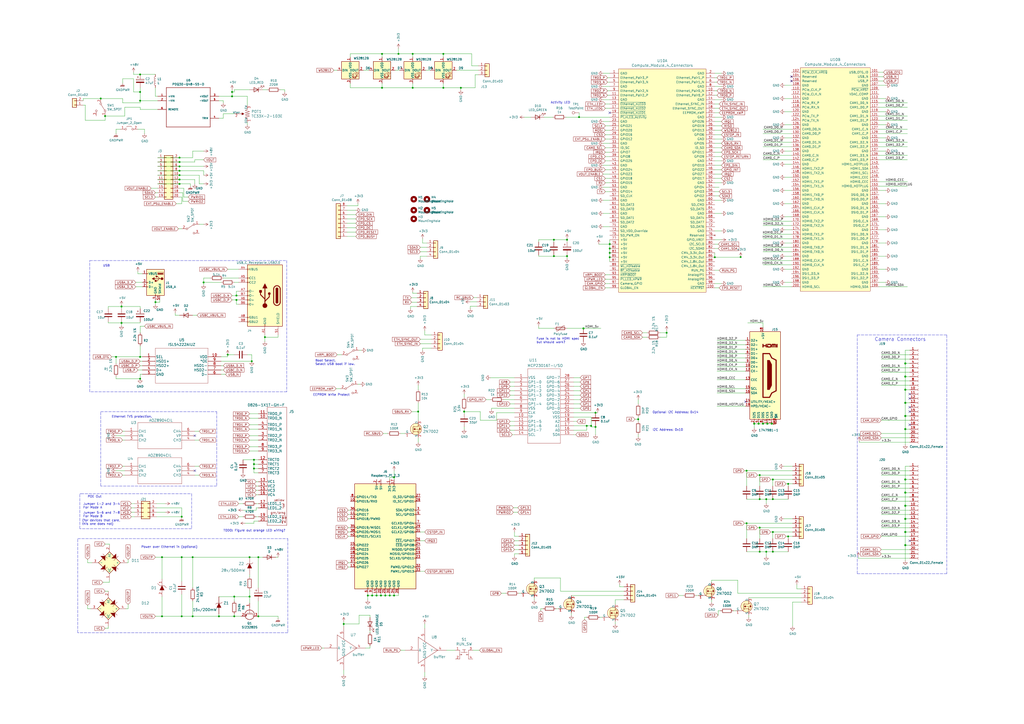
<source format=kicad_sch>
(kicad_sch (version 20211123) (generator eeschema)
  (paper "A2")
  (lib_symbols
    (symbol "2021-10-21_03-20-16:0826-1X1T-GH-F" (pin_names (offset 0.254))
      (property "Reference" "J" (at -2.54 3.81 0))
      (property "Value" "2021-10-21_03-20-16_0826-1X1T-GH-F" (at -2.54 -69.85 0))
      (symbol "0826-1X1T-GH-F_0_0"
        (text "g" (at 8.89 -65.278 0) (effects (font (size 0.9906 0.9906))))
        (text "grn/orng" (at 6.35 -59.944 0) (effects (font (size 1.27 1.27))))
        (text "o" (at 10.414 -65.278 0) (effects (font (size 0.9906 0.9906))))
        (text "yellow" (at 7.112 -52.578 0) (effects (font (size 1.27 1.27))))
      )
      (symbol "0826-1X1T-GH-F_1_1"
        (pin bidirectional line (at -5.08 -34.29 0) (length 5.08) (name "TRCT2") (number "1"))
        (pin bidirectional line (at -5.08 -5.08 0) (length 5.08) (name "TRD0_N") (number "10"))
        (pin bidirectional line (at -5.08 -2.54 0) (length 5.08) (name "TRD0_P") (number "11"))
        (pin bidirectional line (at -5.08 -29.21 0) (length 5.08) (name "TRCT0") (number "12"))
        (pin bidirectional line (at -5.08 -41.91 0) (length 5.08) (name "VC1") (number "13"))
        (pin bidirectional line (at -5.08 -44.45 0) (length 5.08) (name "VC2") (number "14"))
        (pin bidirectional line (at -5.08 -46.99 0) (length 5.08) (name "VC3") (number "15"))
        (pin bidirectional line (at -5.08 -49.53 0) (length 5.08) (name "VC4") (number "16"))
        (pin bidirectional line (at -5.08 -54.61 0) (length 5.08) (name "LED1_1") (number "17"))
        (pin bidirectional line (at -5.08 -57.15 0) (length 5.08) (name "LED1_2") (number "18"))
        (pin bidirectional line (at -5.08 -62.23 0) (length 5.08) (name "LED2_1") (number "19"))
        (pin bidirectional line (at -5.08 -17.78 0) (length 5.08) (name "TRD2_N") (number "2"))
        (pin bidirectional line (at -5.08 -64.77 0) (length 5.08) (name "LED2_2") (number "20"))
        (pin bidirectional line (at -5.08 -15.24 0) (length 5.08) (name "TRD2_P") (number "3"))
        (pin bidirectional line (at -5.08 -8.89 0) (length 5.08) (name "TRD1_P") (number "4"))
        (pin bidirectional line (at -5.08 -11.43 0) (length 5.08) (name "TRD1_N") (number "5"))
        (pin bidirectional line (at -5.08 -31.75 0) (length 5.08) (name "TRCT1") (number "6"))
        (pin bidirectional line (at -5.08 -36.83 0) (length 5.08) (name "TRCT3") (number "7"))
        (pin bidirectional line (at -5.08 -21.59 0) (length 5.08) (name "TRD3_P") (number "8"))
        (pin bidirectional line (at -5.08 -24.13 0) (length 5.08) (name "TRD3_N") (number "9"))
      )
    )
    (symbol "2021-10-21_05-38-11:AOZ8904CIL" (pin_names (offset 0.254))
      (property "Reference" "U" (at 20.32 10.16 0))
      (property "Value" "2021-10-21_05-38-11_AOZ8904CIL" (at 20.32 7.62 0))
      (symbol "AOZ8904CIL_1_1"
        (pin bidirectional line (at 0 0 0) (length 7.62) (name "CH1") (number "1"))
        (pin unspecified line (at 0 -2.54 0) (length 7.62) (name "VN") (number "2"))
        (pin bidirectional line (at 0 -5.08 0) (length 7.62) (name "CH2") (number "3"))
        (pin bidirectional line (at 40.64 -5.08 180) (length 7.62) (name "CH3") (number "4"))
        (pin unspecified line (at 40.64 -2.54 180) (length 7.62) (name "VP") (number "5"))
        (pin bidirectional line (at 40.64 0 180) (length 7.62) (name "CH4") (number "6"))
      )
    )
    (symbol "2021-10-22_05-57-19:ISL54222AIUZ" (pin_names (offset 0.254))
      (property "Reference" "U" (at 22.86 10.16 0))
      (property "Value" "2021-10-22_05-57-19_ISL54222AIUZ" (at 22.86 7.62 0))
      (symbol "ISL54222AIUZ_1_1"
        (pin input line (at 0 0 0) (length 7.62) (name "SEL") (number "1"))
        (pin power_in line (at 45.72 0 180) (length 7.62) (name "VDD") (number "10"))
        (pin input line (at 0 -2.54 0) (length 7.62) (name "HSD1+") (number "2"))
        (pin input line (at 0 -5.08 0) (length 7.62) (name "HSD2+") (number "3"))
        (pin unspecified line (at 0 -7.62 0) (length 7.62) (name "D+") (number "4"))
        (pin power_in line (at 0 -10.16 0) (length 7.62) (name "GND") (number "5"))
        (pin unspecified line (at 45.72 -10.16 180) (length 7.62) (name "D-") (number "6"))
        (pin input line (at 45.72 -7.62 180) (length 7.62) (name "HSD2-") (number "7"))
        (pin input line (at 45.72 -5.08 180) (length 7.62) (name "HSD1-") (number "8"))
        (pin unspecified line (at 45.72 -2.54 180) (length 7.62) (name "*OE") (number "9"))
      )
    )
    (symbol "2021-11-13_04-51-52:MCP23016T-I{slash}SO" (pin_names (offset 0.254))
      (property "Reference" "U" (at 16.51 10.16 0))
      (property "Value" "MCP23016T-I{slash}SO" (at 16.51 7.62 0))
      (symbol "MCP23016T-I{slash}SO_1_1"
        (pin unspecified line (at 0 0 0) (length 7.62) (name "VSS") (number "1"))
        (pin unspecified line (at 0 -22.86 0) (length 7.62) (name "TP") (number "10"))
        (pin unspecified line (at 0 -25.4 0) (length 7.62) (name "GP1-5") (number "11"))
        (pin unspecified line (at 0 -27.94 0) (length 7.62) (name "GP1-6") (number "12"))
        (pin unspecified line (at 0 -30.48 0) (length 7.62) (name "GP1-7") (number "13"))
        (pin unspecified line (at 0 -33.02 0) (length 7.62) (name "SCL") (number "14"))
        (pin unspecified line (at 34.29 -33.02 180) (length 7.62) (name "SDA") (number "15"))
        (pin unspecified line (at 34.29 -30.48 180) (length 7.62) (name "A0") (number "16"))
        (pin unspecified line (at 34.29 -27.94 180) (length 7.62) (name "A1") (number "17"))
        (pin unspecified line (at 34.29 -25.4 180) (length 7.62) (name "A2") (number "18"))
        (pin unspecified line (at 34.29 -22.86 180) (length 7.62) (name "VSS") (number "19"))
        (pin unspecified line (at 0 -2.54 0) (length 7.62) (name "GP1-0") (number "2"))
        (pin unspecified line (at 34.29 -20.32 180) (length 7.62) (name "VDD") (number "20"))
        (pin unspecified line (at 34.29 -17.78 180) (length 7.62) (name "GP0-0") (number "21"))
        (pin unspecified line (at 34.29 -15.24 180) (length 7.62) (name "GP0-1") (number "22"))
        (pin unspecified line (at 34.29 -12.7 180) (length 7.62) (name "GP0-2") (number "23"))
        (pin unspecified line (at 34.29 -10.16 180) (length 7.62) (name "GP0-3") (number "24"))
        (pin unspecified line (at 34.29 -7.62 180) (length 7.62) (name "GP0-4") (number "25"))
        (pin unspecified line (at 34.29 -5.08 180) (length 7.62) (name "GP0-5") (number "26"))
        (pin unspecified line (at 34.29 -2.54 180) (length 7.62) (name "GP0-6") (number "27"))
        (pin unspecified line (at 34.29 0 180) (length 7.62) (name "GP0-7") (number "28"))
        (pin unspecified line (at 0 -5.08 0) (length 7.62) (name "GP1-1") (number "3"))
        (pin unspecified line (at 0 -7.62 0) (length 7.62) (name "GP1-2") (number "4"))
        (pin unspecified line (at 0 -10.16 0) (length 7.62) (name "GP1-3") (number "5"))
        (pin unspecified line (at 0 -12.7 0) (length 7.62) (name "*INT") (number "6"))
        (pin unspecified line (at 0 -15.24 0) (length 7.62) (name "GP1-4") (number "7"))
        (pin unspecified line (at 0 -17.78 0) (length 7.62) (name "VSS") (number "8"))
        (pin unspecified line (at 0 -20.32 0) (length 7.62) (name "CLK") (number "9"))
      )
    )
    (symbol "CM4IO:HDMI_A_1.4"
      (property "Reference" "J" (at -6.35 26.67 0))
      (property "Value" "HDMI_A_1.4" (at 10.16 26.67 0))
      (symbol "HDMI_A_1.4_0_0"
        (pin passive line (at 7.62 -27.94 90) (length 2.54) (name "SH") (number "SH2"))
        (pin passive line (at 7.62 -27.94 90) (length 2.54) (name "SH") (number "SH3"))
        (pin passive line (at 7.62 -27.94 90) (length 2.54) (name "SH") (number "SH4"))
      )
      (symbol "HDMI_A_1.4_1_1"
        (pin passive line (at -10.16 20.32 0) (length 2.54) (name "D2+") (number "1"))
        (pin passive line (at -10.16 5.08 0) (length 2.54) (name "CK+") (number "10"))
        (pin power_in line (at 2.54 -27.94 90) (length 2.54) (name "CKS") (number "11"))
        (pin passive line (at -10.16 2.54 0) (length 2.54) (name "CK-") (number "12"))
        (pin bidirectional line (at -10.16 -2.54 0) (length 2.54) (name "CEC") (number "13"))
        (pin passive line (at -10.16 -15.24 0) (length 2.54) (name "UTILITY/HEAC+") (number "14"))
        (pin passive line (at -10.16 -7.62 0) (length 2.54) (name "SCL") (number "15"))
        (pin bidirectional line (at -10.16 -10.16 0) (length 2.54) (name "SDA") (number "16"))
        (pin power_in line (at 5.08 -27.94 90) (length 2.54) (name "GND") (number "17"))
        (pin power_in line (at 0 27.94 270) (length 2.54) (name "+5V") (number "18"))
        (pin passive line (at -10.16 -17.78 0) (length 2.54) (name "HPD/HEAC-") (number "19"))
        (pin power_in line (at -5.08 -27.94 90) (length 2.54) (name "D2S") (number "2"))
        (pin passive line (at -10.16 17.78 0) (length 2.54) (name "D2-") (number "3"))
        (pin passive line (at -10.16 15.24 0) (length 2.54) (name "D1+") (number "4"))
        (pin power_in line (at -2.54 -27.94 90) (length 2.54) (name "D1S") (number "5"))
        (pin passive line (at -10.16 12.7 0) (length 2.54) (name "D1-") (number "6"))
        (pin passive line (at -10.16 10.16 0) (length 2.54) (name "D0+") (number "7"))
        (pin power_in line (at 0 -27.94 90) (length 2.54) (name "D0S") (number "8"))
        (pin passive line (at -10.16 7.62 0) (length 2.54) (name "D0-") (number "9"))
        (pin passive line (at 7.62 -27.94 90) (length 2.54) (name "SH") (number "SH1"))
      )
    )
    (symbol "Connector:Conn_01x22_Female" (pin_names hide)
      (property "Reference" "J" (at 0 27.94 0))
      (property "Value" "Conn_01x22_Female" (at 0 -30.48 0))
      (symbol "Conn_01x22_Female_1_1"
        (pin passive line (at -5.08 25.4 0) (length 3.81) (name "Pin_1") (number "1"))
        (pin passive line (at -5.08 2.54 0) (length 3.81) (name "Pin_10") (number "10"))
        (pin passive line (at -5.08 0 0) (length 3.81) (name "Pin_11") (number "11"))
        (pin passive line (at -5.08 -2.54 0) (length 3.81) (name "Pin_12") (number "12"))
        (pin passive line (at -5.08 -5.08 0) (length 3.81) (name "Pin_13") (number "13"))
        (pin passive line (at -5.08 -7.62 0) (length 3.81) (name "Pin_14") (number "14"))
        (pin passive line (at -5.08 -10.16 0) (length 3.81) (name "Pin_15") (number "15"))
        (pin passive line (at -5.08 -12.7 0) (length 3.81) (name "Pin_16") (number "16"))
        (pin passive line (at -5.08 -15.24 0) (length 3.81) (name "Pin_17") (number "17"))
        (pin passive line (at -5.08 -17.78 0) (length 3.81) (name "Pin_18") (number "18"))
        (pin passive line (at -5.08 -20.32 0) (length 3.81) (name "Pin_19") (number "19"))
        (pin passive line (at -5.08 22.86 0) (length 3.81) (name "Pin_2") (number "2"))
        (pin passive line (at -5.08 -22.86 0) (length 3.81) (name "Pin_20") (number "20"))
        (pin passive line (at -5.08 -25.4 0) (length 3.81) (name "Pin_21") (number "21"))
        (pin passive line (at -5.08 -27.94 0) (length 3.81) (name "Pin_22") (number "22"))
        (pin passive line (at -5.08 20.32 0) (length 3.81) (name "Pin_3") (number "3"))
        (pin passive line (at -5.08 17.78 0) (length 3.81) (name "Pin_4") (number "4"))
        (pin passive line (at -5.08 15.24 0) (length 3.81) (name "Pin_5") (number "5"))
        (pin passive line (at -5.08 12.7 0) (length 3.81) (name "Pin_6") (number "6"))
        (pin passive line (at -5.08 10.16 0) (length 3.81) (name "Pin_7") (number "7"))
        (pin passive line (at -5.08 7.62 0) (length 3.81) (name "Pin_8") (number "8"))
        (pin passive line (at -5.08 5.08 0) (length 3.81) (name "Pin_9") (number "9"))
      )
    )
    (symbol "Connector:Raspberry_Pi_2_3" (pin_names (offset 1.016))
      (property "Reference" "J" (at -17.78 31.75 0))
      (property "Value" "Raspberry_Pi_2_3" (at 10.16 -31.75 0))
      (symbol "Raspberry_Pi_2_3_1_1"
        (pin power_in line (at 2.54 33.02 270) (length 2.54) (name "3V3") (number "1"))
        (pin bidirectional line (at -20.32 20.32 0) (length 2.54) (name "GPIO15/RXD") (number "10"))
        (pin bidirectional line (at -20.32 12.7 0) (length 2.54) (name "GPIO17") (number "11"))
        (pin bidirectional line (at -20.32 10.16 0) (length 2.54) (name "GPIO18/PWM0") (number "12"))
        (pin bidirectional line (at -20.32 -17.78 0) (length 2.54) (name "GPIO27") (number "13"))
        (pin power_in line (at -5.08 -33.02 90) (length 2.54) (name "GND") (number "14"))
        (pin bidirectional line (at -20.32 -5.08 0) (length 2.54) (name "GPIO22") (number "15"))
        (pin bidirectional line (at -20.32 -7.62 0) (length 2.54) (name "GPIO23") (number "16"))
        (pin power_in line (at 5.08 33.02 270) (length 2.54) (name "3V3") (number "17"))
        (pin bidirectional line (at -20.32 -10.16 0) (length 2.54) (name "GPIO24") (number "18"))
        (pin bidirectional line (at 20.32 -10.16 180) (length 2.54) (name "MOSI0/GPIO10") (number "19"))
        (pin power_in line (at -5.08 33.02 270) (length 2.54) (name "5V") (number "2"))
        (pin power_in line (at -2.54 -33.02 90) (length 2.54) (name "GND") (number "20"))
        (pin bidirectional line (at 20.32 -7.62 180) (length 2.54) (name "MISO0/GPIO9") (number "21"))
        (pin bidirectional line (at -20.32 -12.7 0) (length 2.54) (name "GPIO25") (number "22"))
        (pin bidirectional line (at 20.32 -12.7 180) (length 2.54) (name "SCLK0/GPIO11") (number "23"))
        (pin bidirectional line (at 20.32 -5.08 180) (length 2.54) (name "~{CE0}/GPIO8") (number "24"))
        (pin power_in line (at 0 -33.02 90) (length 2.54) (name "GND") (number "25"))
        (pin bidirectional line (at 20.32 -2.54 180) (length 2.54) (name "~{CE1}/GPIO7") (number "26"))
        (pin bidirectional line (at 20.32 22.86 180) (length 2.54) (name "ID_SD/GPIO0") (number "27"))
        (pin bidirectional line (at 20.32 20.32 180) (length 2.54) (name "ID_SC/GPIO1") (number "28"))
        (pin bidirectional line (at 20.32 5.08 180) (length 2.54) (name "GCLK1/GPIO5") (number "29"))
        (pin bidirectional line (at 20.32 15.24 180) (length 2.54) (name "SDA/GPIO2") (number "3"))
        (pin power_in line (at 2.54 -33.02 90) (length 2.54) (name "GND") (number "30"))
        (pin bidirectional line (at 20.32 2.54 180) (length 2.54) (name "GCLK2/GPIO6") (number "31"))
        (pin bidirectional line (at 20.32 -17.78 180) (length 2.54) (name "PWM0/GPIO12") (number "32"))
        (pin bidirectional line (at 20.32 -20.32 180) (length 2.54) (name "PWM1/GPIO13") (number "33"))
        (pin power_in line (at 5.08 -33.02 90) (length 2.54) (name "GND") (number "34"))
        (pin bidirectional line (at -20.32 5.08 0) (length 2.54) (name "GPIO19/MISO1") (number "35"))
        (pin bidirectional line (at -20.32 15.24 0) (length 2.54) (name "GPIO16") (number "36"))
        (pin bidirectional line (at -20.32 -15.24 0) (length 2.54) (name "GPIO26") (number "37"))
        (pin bidirectional line (at -20.32 2.54 0) (length 2.54) (name "GPIO20/MOSI1") (number "38"))
        (pin power_in line (at 7.62 -33.02 90) (length 2.54) (name "GND") (number "39"))
        (pin power_in line (at -2.54 33.02 270) (length 2.54) (name "5V") (number "4"))
        (pin bidirectional line (at -20.32 0 0) (length 2.54) (name "GPIO21/SCLK1") (number "40"))
        (pin bidirectional line (at 20.32 12.7 180) (length 2.54) (name "SCL/GPIO3") (number "5"))
        (pin power_in line (at -10.16 -33.02 90) (length 2.54) (name "GND") (number "6"))
        (pin bidirectional line (at 20.32 7.62 180) (length 2.54) (name "GCLK0/GPIO4") (number "7"))
        (pin bidirectional line (at -20.32 22.86 0) (length 2.54) (name "GPIO14/TXD") (number "8"))
        (pin power_in line (at -7.62 -33.02 90) (length 2.54) (name "GND") (number "9"))
      )
    )
    (symbol "Connector:TestPoint" (pin_numbers hide) (pin_names (offset 0.762) hide)
      (property "Reference" "TP" (at 0 6.858 0))
      (property "Value" "TestPoint" (at 0 5.08 0))
      (symbol "TestPoint_1_1"
        (pin passive line (at 0 0 90) (length 2.54) (name "1") (number "1"))
      )
    )
    (symbol "Connector:USB_C_Receptacle_USB2.0" (pin_names (offset 1.016))
      (property "Reference" "J" (at -10.16 19.05 0))
      (property "Value" "USB_C_Receptacle_USB2.0" (at 19.05 19.05 0))
      (symbol "USB_C_Receptacle_USB2.0_1_1"
        (pin passive line (at 0 -22.86 90) (length 5.08) (name "GND") (number "A1"))
        (pin passive line (at 0 -22.86 90) (length 5.08) hide (name "GND") (number "A12"))
        (pin passive line (at 15.24 15.24 180) (length 5.08) (name "VBUS") (number "A4"))
        (pin bidirectional line (at 15.24 10.16 180) (length 5.08) (name "CC1") (number "A5"))
        (pin bidirectional line (at 15.24 -2.54 180) (length 5.08) (name "D+") (number "A6"))
        (pin bidirectional line (at 15.24 2.54 180) (length 5.08) (name "D-") (number "A7"))
        (pin bidirectional line (at 15.24 -12.7 180) (length 5.08) (name "SBU1") (number "A8"))
        (pin passive line (at 15.24 15.24 180) (length 5.08) hide (name "VBUS") (number "A9"))
        (pin passive line (at 0 -22.86 90) (length 5.08) hide (name "GND") (number "B1"))
        (pin passive line (at 0 -22.86 90) (length 5.08) hide (name "GND") (number "B12"))
        (pin passive line (at 15.24 15.24 180) (length 5.08) hide (name "VBUS") (number "B4"))
        (pin bidirectional line (at 15.24 7.62 180) (length 5.08) (name "CC2") (number "B5"))
        (pin bidirectional line (at 15.24 -5.08 180) (length 5.08) (name "D+") (number "B6"))
        (pin bidirectional line (at 15.24 0 180) (length 5.08) (name "D-") (number "B7"))
        (pin bidirectional line (at 15.24 -15.24 180) (length 5.08) (name "SBU2") (number "B8"))
        (pin passive line (at 15.24 15.24 180) (length 5.08) hide (name "VBUS") (number "B9"))
        (pin passive line (at -7.62 -22.86 90) (length 5.08) (name "SHIELD") (number "S1"))
      )
    )
    (symbol "Connector_Generic:Conn_01x02" (pin_names (offset 1.016) hide)
      (property "Reference" "J" (at 0 2.54 0))
      (property "Value" "Conn_01x02" (at 0 -5.08 0))
      (symbol "Conn_01x02_1_1"
        (pin passive line (at -5.08 0 0) (length 3.81) (name "Pin_1") (number "1"))
        (pin passive line (at -5.08 -2.54 0) (length 3.81) (name "Pin_2") (number "2"))
      )
    )
    (symbol "Connector_Generic:Conn_01x03" (pin_names (offset 1.016) hide)
      (property "Reference" "J" (at 0 5.08 0))
      (property "Value" "Conn_01x03" (at 0 -5.08 0))
      (symbol "Conn_01x03_1_1"
        (pin passive line (at -5.08 2.54 0) (length 3.81) (name "Pin_1") (number "1"))
        (pin passive line (at -5.08 0 0) (length 3.81) (name "Pin_2") (number "2"))
        (pin passive line (at -5.08 -2.54 0) (length 3.81) (name "Pin_3") (number "3"))
      )
    )
    (symbol "Connector_Generic:Conn_01x04" (pin_names (offset 1.016) hide)
      (property "Reference" "J" (at 0 5.08 0))
      (property "Value" "Conn_01x04" (at 0 -7.62 0))
      (symbol "Conn_01x04_1_1"
        (pin passive line (at -5.08 2.54 0) (length 3.81) (name "Pin_1") (number "1"))
        (pin passive line (at -5.08 0 0) (length 3.81) (name "Pin_2") (number "2"))
        (pin passive line (at -5.08 -2.54 0) (length 3.81) (name "Pin_3") (number "3"))
        (pin passive line (at -5.08 -5.08 0) (length 3.81) (name "Pin_4") (number "4"))
      )
    )
    (symbol "Connector_Generic:Conn_01x05" (pin_names (offset 1.016) hide)
      (property "Reference" "J" (at 0 7.62 0))
      (property "Value" "Conn_01x05" (at 0 -7.62 0))
      (symbol "Conn_01x05_1_1"
        (pin passive line (at -5.08 5.08 0) (length 3.81) (name "Pin_1") (number "1"))
        (pin passive line (at -5.08 2.54 0) (length 3.81) (name "Pin_2") (number "2"))
        (pin passive line (at -5.08 0 0) (length 3.81) (name "Pin_3") (number "3"))
        (pin passive line (at -5.08 -2.54 0) (length 3.81) (name "Pin_4") (number "4"))
        (pin passive line (at -5.08 -5.08 0) (length 3.81) (name "Pin_5") (number "5"))
      )
    )
    (symbol "Connector_Generic:Conn_01x08" (pin_names (offset 1.016) hide)
      (property "Reference" "J" (at 0 10.16 0))
      (property "Value" "Conn_01x08" (at 0 -12.7 0))
      (symbol "Conn_01x08_1_1"
        (pin passive line (at -5.08 7.62 0) (length 3.81) (name "Pin_1") (number "1"))
        (pin passive line (at -5.08 5.08 0) (length 3.81) (name "Pin_2") (number "2"))
        (pin passive line (at -5.08 2.54 0) (length 3.81) (name "Pin_3") (number "3"))
        (pin passive line (at -5.08 0 0) (length 3.81) (name "Pin_4") (number "4"))
        (pin passive line (at -5.08 -2.54 0) (length 3.81) (name "Pin_5") (number "5"))
        (pin passive line (at -5.08 -5.08 0) (length 3.81) (name "Pin_6") (number "6"))
        (pin passive line (at -5.08 -7.62 0) (length 3.81) (name "Pin_7") (number "7"))
        (pin passive line (at -5.08 -10.16 0) (length 3.81) (name "Pin_8") (number "8"))
      )
    )
    (symbol "Connector_Generic:Conn_02x04_Odd_Even" (pin_names (offset 1.016) hide)
      (property "Reference" "J" (at 1.27 5.08 0))
      (property "Value" "Conn_02x04_Odd_Even" (at 1.27 -7.62 0))
      (symbol "Conn_02x04_Odd_Even_1_1"
        (pin passive line (at -5.08 2.54 0) (length 3.81) (name "Pin_1") (number "1"))
        (pin passive line (at 7.62 2.54 180) (length 3.81) (name "Pin_2") (number "2"))
        (pin passive line (at -5.08 0 0) (length 3.81) (name "Pin_3") (number "3"))
        (pin passive line (at 7.62 0 180) (length 3.81) (name "Pin_4") (number "4"))
        (pin passive line (at -5.08 -2.54 0) (length 3.81) (name "Pin_5") (number "5"))
        (pin passive line (at 7.62 -2.54 180) (length 3.81) (name "Pin_6") (number "6"))
        (pin passive line (at -5.08 -5.08 0) (length 3.81) (name "Pin_7") (number "7"))
        (pin passive line (at 7.62 -5.08 180) (length 3.81) (name "Pin_8") (number "8"))
      )
    )
    (symbol "Connector_Generic:Conn_02x10_Odd_Even" (pin_names (offset 1.016) hide)
      (property "Reference" "J" (at 1.27 12.7 0))
      (property "Value" "Conn_02x10_Odd_Even" (at 1.27 -15.24 0))
      (symbol "Conn_02x10_Odd_Even_1_1"
        (pin passive line (at -5.08 10.16 0) (length 3.81) (name "Pin_1") (number "1"))
        (pin passive line (at 7.62 0 180) (length 3.81) (name "Pin_10") (number "10"))
        (pin passive line (at -5.08 -2.54 0) (length 3.81) (name "Pin_11") (number "11"))
        (pin passive line (at 7.62 -2.54 180) (length 3.81) (name "Pin_12") (number "12"))
        (pin passive line (at -5.08 -5.08 0) (length 3.81) (name "Pin_13") (number "13"))
        (pin passive line (at 7.62 -5.08 180) (length 3.81) (name "Pin_14") (number "14"))
        (pin passive line (at -5.08 -7.62 0) (length 3.81) (name "Pin_15") (number "15"))
        (pin passive line (at 7.62 -7.62 180) (length 3.81) (name "Pin_16") (number "16"))
        (pin passive line (at -5.08 -10.16 0) (length 3.81) (name "Pin_17") (number "17"))
        (pin passive line (at 7.62 -10.16 180) (length 3.81) (name "Pin_18") (number "18"))
        (pin passive line (at -5.08 -12.7 0) (length 3.81) (name "Pin_19") (number "19"))
        (pin passive line (at 7.62 10.16 180) (length 3.81) (name "Pin_2") (number "2"))
        (pin passive line (at 7.62 -12.7 180) (length 3.81) (name "Pin_20") (number "20"))
        (pin passive line (at -5.08 7.62 0) (length 3.81) (name "Pin_3") (number "3"))
        (pin passive line (at 7.62 7.62 180) (length 3.81) (name "Pin_4") (number "4"))
        (pin passive line (at -5.08 5.08 0) (length 3.81) (name "Pin_5") (number "5"))
        (pin passive line (at 7.62 5.08 180) (length 3.81) (name "Pin_6") (number "6"))
        (pin passive line (at -5.08 2.54 0) (length 3.81) (name "Pin_7") (number "7"))
        (pin passive line (at 7.62 2.54 180) (length 3.81) (name "Pin_8") (number "8"))
        (pin passive line (at -5.08 0 0) (length 3.81) (name "Pin_9") (number "9"))
      )
    )
    (symbol "Device:C" (pin_numbers hide) (pin_names (offset 0.254))
      (property "Reference" "C" (at 0.635 2.54 0))
      (property "Value" "C" (at 0.635 -2.54 0))
      (symbol "C_1_1"
        (pin passive line (at 0 3.81 270) (length 2.794) (name "~") (number "1"))
        (pin passive line (at 0 -3.81 90) (length 2.794) (name "~") (number "2"))
      )
    )
    (symbol "Device:CP" (pin_numbers hide) (pin_names (offset 0.254))
      (property "Reference" "C" (at 0.635 2.54 0))
      (property "Value" "Device_CP" (at 0.635 -2.54 0))
      (symbol "CP_1_1"
        (pin passive line (at 0 3.81 270) (length 2.794) (name "~") (number "1"))
        (pin passive line (at 0 -3.81 90) (length 2.794) (name "~") (number "2"))
      )
    )
    (symbol "Device:C_Polarized" (pin_numbers hide) (pin_names (offset 0.254))
      (property "Reference" "C" (at 0.635 2.54 0))
      (property "Value" "C_Polarized" (at 0.635 -2.54 0))
      (symbol "C_Polarized_1_1"
        (pin passive line (at 0 3.81 270) (length 2.794) (name "~") (number "1"))
        (pin passive line (at 0 -3.81 90) (length 2.794) (name "~") (number "2"))
      )
    )
    (symbol "Device:D" (pin_numbers hide) (pin_names (offset 1.016) hide)
      (property "Reference" "D" (at 0 2.54 0))
      (property "Value" "D" (at 0 -2.54 0))
      (symbol "D_1_1"
        (pin passive line (at -3.81 0 0) (length 2.54) (name "K") (number "1"))
        (pin passive line (at 3.81 0 180) (length 2.54) (name "A") (number "2"))
      )
    )
    (symbol "Device:L" (pin_numbers hide) (pin_names (offset 1.016) hide)
      (property "Reference" "L" (at -1.27 0 90))
      (property "Value" "L" (at 1.905 0 90))
      (symbol "L_1_1"
        (pin passive line (at 0 3.81 270) (length 1.27) (name "1") (number "1"))
        (pin passive line (at 0 -3.81 90) (length 1.27) (name "2") (number "2"))
      )
    )
    (symbol "Device:LED" (pin_numbers hide) (pin_names (offset 1.016) hide)
      (property "Reference" "D" (at 0 2.54 0))
      (property "Value" "LED" (at 0 -2.54 0))
      (symbol "LED_1_1"
        (pin passive line (at -3.81 0 0) (length 2.54) (name "K") (number "1"))
        (pin passive line (at 3.81 0 180) (length 2.54) (name "A") (number "2"))
      )
    )
    (symbol "Device:Polyfuse" (pin_numbers hide) (pin_names (offset 0))
      (property "Reference" "F" (at -2.54 0 90))
      (property "Value" "Polyfuse" (at 2.54 0 90))
      (symbol "Polyfuse_1_1"
        (pin passive line (at 0 3.81 270) (length 1.27) (name "~") (number "1"))
        (pin passive line (at 0 -3.81 90) (length 1.27) (name "~") (number "2"))
      )
    )
    (symbol "Device:R" (pin_numbers hide) (pin_names (offset 0))
      (property "Reference" "R" (at 2.032 0 90))
      (property "Value" "R" (at 0 0 90))
      (symbol "R_1_1"
        (pin passive line (at 0 3.81 270) (length 1.27) (name "~") (number "1"))
        (pin passive line (at 0 -3.81 90) (length 1.27) (name "~") (number "2"))
      )
    )
    (symbol "Jumper:Jumper_2_Open" (pin_names (offset 0) hide)
      (property "Reference" "JP" (at 0 2.794 0))
      (property "Value" "Jumper_2_Open" (at 0 -2.286 0))
      (symbol "Jumper_2_Open_1_1"
        (pin passive line (at -5.08 0 0) (length 2.54) (name "A") (number "1"))
        (pin passive line (at 5.08 0 180) (length 2.54) (name "B") (number "2"))
      )
    )
    (symbol "LED:WS2812B" (pin_names (offset 0.254))
      (property "Reference" "D" (at 5.08 5.715 0))
      (property "Value" "WS2812B" (at 1.27 -5.715 0))
      (symbol "WS2812B_0_0"
        (text "RGB" (at 2.286 -4.191 0) (effects (font (size 0.762 0.762))))
      )
      (symbol "WS2812B_1_1"
        (pin power_in line (at 0 7.62 270) (length 2.54) (name "VDD") (number "1"))
        (pin output line (at 7.62 0 180) (length 2.54) (name "DOUT") (number "2"))
        (pin power_in line (at 0 -7.62 90) (length 2.54) (name "VSS") (number "3"))
        (pin input line (at -7.62 0 0) (length 2.54) (name "DIN") (number "4"))
      )
    )
    (symbol "Mechanical:MountingHole" (pin_names (offset 1.016))
      (property "Reference" "H" (at 0 5.08 0))
      (property "Value" "MountingHole" (at 0 3.175 0))
    )
    (symbol "Raspberry_Pi_Compute_Module_4:Compute_Module_4_Connectors" (pin_names (offset 1.016))
      (property "Reference" "U" (at 5.08 6.35 0))
      (property "Value" "Raspberry_Pi_Compute_Module_4_Compute_Module_4_Connectors" (at 5.08 3.81 0))
      (symbol "Compute_Module_4_Connectors_1_1"
        (pin power_in line (at 0 0 0) (length 5.08) (name "GND") (number "1"))
        (pin passive line (at 60.96 -10.16 180) (length 5.08) (name "Ethernet_Pair0_N") (number "10"))
        (pin output line (at 60.96 -124.46 180) (length 5.08) (name "~{nEXTRST}") (number "100"))
        (pin passive line (at 0 -12.7 0) (length 5.08) (name "Ethernet_Pair2_P") (number "11"))
        (pin passive line (at 60.96 -12.7 180) (length 5.08) (name "Ethernet_Pair0_P") (number "12"))
        (pin power_in line (at 0 -15.24 0) (length 5.08) (name "GND") (number "13"))
        (pin power_in line (at 60.96 -15.24 180) (length 5.08) (name "GND") (number "14"))
        (pin output line (at 0 -17.78 0) (length 5.08) (name "~{Ethernet_nLED3}") (number "15"))
        (pin input line (at 60.96 -17.78 180) (length 5.08) (name "Ethernet_SYNC_IN") (number "16"))
        (pin output line (at 0 -20.32 0) (length 5.08) (name "~{Ethernet_nLED2}") (number "17"))
        (pin input line (at 60.96 -20.32 180) (length 5.08) (name "Ethernet_SYNC_OUT") (number "18"))
        (pin output line (at 0 -22.86 0) (length 5.08) (name "~{Ethernet_nLED1}") (number "19"))
        (pin power_in line (at 60.96 0 180) (length 5.08) (name "GND") (number "2"))
        (pin passive line (at 60.96 -22.86 180) (length 5.08) (name "EEPROM_nWP") (number "20"))
        (pin open_collector line (at 0 -25.4 0) (length 5.08) (name "~{Pi_nLED_Activity}") (number "21"))
        (pin power_in line (at 60.96 -25.4 180) (length 5.08) (name "GND") (number "22"))
        (pin power_in line (at 0 -27.94 0) (length 5.08) (name "GND") (number "23"))
        (pin passive line (at 60.96 -27.94 180) (length 5.08) (name "GPIO26") (number "24"))
        (pin passive line (at 0 -30.48 0) (length 5.08) (name "GPIO21") (number "25"))
        (pin passive line (at 60.96 -30.48 180) (length 5.08) (name "GPIO19") (number "26"))
        (pin passive line (at 0 -33.02 0) (length 5.08) (name "GPIO20") (number "27"))
        (pin passive line (at 60.96 -33.02 180) (length 5.08) (name "GPIO13") (number "28"))
        (pin passive line (at 0 -35.56 0) (length 5.08) (name "GPIO16") (number "29"))
        (pin passive line (at 0 -2.54 0) (length 5.08) (name "Ethernet_Pair3_P") (number "3"))
        (pin passive line (at 60.96 -35.56 180) (length 5.08) (name "GPIO6") (number "30"))
        (pin passive line (at 0 -38.1 0) (length 5.08) (name "GPIO12") (number "31"))
        (pin power_in line (at 60.96 -38.1 180) (length 5.08) (name "GND") (number "32"))
        (pin power_in line (at 0 -40.64 0) (length 5.08) (name "GND") (number "33"))
        (pin passive line (at 60.96 -40.64 180) (length 5.08) (name "GPIO5") (number "34"))
        (pin passive line (at 0 -43.18 0) (length 5.08) (name "ID_SC") (number "35"))
        (pin passive line (at 60.96 -43.18 180) (length 5.08) (name "ID_SD") (number "36"))
        (pin passive line (at 0 -45.72 0) (length 5.08) (name "GPIO7") (number "37"))
        (pin passive line (at 60.96 -45.72 180) (length 5.08) (name "GPIO11") (number "38"))
        (pin passive line (at 0 -48.26 0) (length 5.08) (name "GPIO8") (number "39"))
        (pin passive line (at 60.96 -2.54 180) (length 5.08) (name "Ethernet_Pair1_P") (number "4"))
        (pin passive line (at 60.96 -48.26 180) (length 5.08) (name "GPIO9") (number "40"))
        (pin passive line (at 0 -50.8 0) (length 5.08) (name "GPIO25") (number "41"))
        (pin power_in line (at 60.96 -50.8 180) (length 5.08) (name "GND") (number "42"))
        (pin power_in line (at 0 -53.34 0) (length 5.08) (name "GND") (number "43"))
        (pin passive line (at 60.96 -53.34 180) (length 5.08) (name "GPIO10") (number "44"))
        (pin passive line (at 0 -55.88 0) (length 5.08) (name "GPIO24") (number "45"))
        (pin passive line (at 60.96 -55.88 180) (length 5.08) (name "GPIO22") (number "46"))
        (pin passive line (at 0 -58.42 0) (length 5.08) (name "GPIO23") (number "47"))
        (pin passive line (at 60.96 -58.42 180) (length 5.08) (name "GPIO27") (number "48"))
        (pin passive line (at 0 -60.96 0) (length 5.08) (name "GPIO18") (number "49"))
        (pin passive line (at 0 -5.08 0) (length 5.08) (name "Ethernet_Pair3_N") (number "5"))
        (pin passive line (at 60.96 -60.96 180) (length 5.08) (name "GPIO17") (number "50"))
        (pin passive line (at 0 -63.5 0) (length 5.08) (name "GPIO15") (number "51"))
        (pin power_in line (at 60.96 -63.5 180) (length 5.08) (name "GND") (number "52"))
        (pin power_in line (at 0 -66.04 0) (length 5.08) (name "GND") (number "53"))
        (pin passive line (at 60.96 -66.04 180) (length 5.08) (name "GPIO4") (number "54"))
        (pin passive line (at 0 -68.58 0) (length 5.08) (name "GPIO14") (number "55"))
        (pin passive line (at 60.96 -68.58 180) (length 5.08) (name "GPIO3") (number "56"))
        (pin passive line (at 0 -71.12 0) (length 5.08) (name "SD_CLK") (number "57"))
        (pin passive line (at 60.96 -71.12 180) (length 5.08) (name "GPIO2") (number "58"))
        (pin power_in line (at 0 -73.66 0) (length 5.08) (name "GND") (number "59"))
        (pin passive line (at 60.96 -5.08 180) (length 5.08) (name "Ethernet_Pair1_N") (number "6"))
        (pin power_in line (at 60.96 -73.66 180) (length 5.08) (name "GND") (number "60"))
        (pin passive line (at 0 -76.2 0) (length 5.08) (name "SD_DAT3") (number "61"))
        (pin passive line (at 60.96 -76.2 180) (length 5.08) (name "SD_CMD") (number "62"))
        (pin passive line (at 0 -78.74 0) (length 5.08) (name "SD_DAT0") (number "63"))
        (pin passive line (at 60.96 -78.74 180) (length 5.08) (name "SD_DAT5") (number "64"))
        (pin power_in line (at 0 -81.28 0) (length 5.08) (name "GND") (number "65"))
        (pin power_in line (at 60.96 -81.28 180) (length 5.08) (name "GND") (number "66"))
        (pin passive line (at 0 -83.82 0) (length 5.08) (name "SD_DAT1") (number "67"))
        (pin passive line (at 60.96 -83.82 180) (length 5.08) (name "SD_DAT4") (number "68"))
        (pin passive line (at 0 -86.36 0) (length 5.08) (name "SD_DAT2") (number "69"))
        (pin power_in line (at 0 -7.62 0) (length 5.08) (name "GND") (number "7"))
        (pin passive line (at 60.96 -86.36 180) (length 5.08) (name "SD_DAT7") (number "70"))
        (pin power_in line (at 0 -88.9 0) (length 5.08) (name "GND") (number "71"))
        (pin passive line (at 60.96 -88.9 180) (length 5.08) (name "SD_DAT6") (number "72"))
        (pin input line (at 0 -91.44 0) (length 5.08) (name "SD_VDD_Override") (number "73"))
        (pin power_in line (at 60.96 -91.44 180) (length 5.08) (name "GND") (number "74"))
        (pin output line (at 0 -93.98 0) (length 5.08) (name "SD_PWR_ON") (number "75"))
        (pin no_connect line (at 60.96 -93.98 180) (length 5.08) (name "Reserved") (number "76"))
        (pin power_in line (at 0 -96.52 0) (length 5.08) (name "+5V") (number "77"))
        (pin power_in line (at 60.96 -96.52 180) (length 5.08) (name "GPIO_VREF") (number "78"))
        (pin power_in line (at 0 -99.06 0) (length 5.08) (name "+5V") (number "79"))
        (pin power_in line (at 60.96 -7.62 180) (length 5.08) (name "GND") (number "8"))
        (pin bidirectional line (at 60.96 -99.06 180) (length 5.08) (name "I2C_SCL0") (number "80"))
        (pin power_in line (at 0 -101.6 0) (length 5.08) (name "+5V") (number "81"))
        (pin bidirectional line (at 60.96 -101.6 180) (length 5.08) (name "I2C_SDA0") (number "82"))
        (pin power_in line (at 0 -104.14 0) (length 5.08) (name "+5V") (number "83"))
        (pin power_out line (at 60.96 -104.14 180) (length 5.08) (name "CM4_3.3V_Out") (number "84"))
        (pin power_in line (at 0 -106.68 0) (length 5.08) (name "+5V") (number "85"))
        (pin power_out line (at 60.96 -106.68 180) (length 5.08) (name "CM4_3.3V_Out") (number "86"))
        (pin power_in line (at 0 -109.22 0) (length 5.08) (name "+5V") (number "87"))
        (pin power_out line (at 60.96 -109.22 180) (length 5.08) (name "CM4_1.8V_Out") (number "88"))
        (pin input line (at 0 -111.76 0) (length 5.08) (name "~{WL_nDisable}") (number "89"))
        (pin passive line (at 0 -10.16 0) (length 5.08) (name "Ethernet_Pair2_N") (number "9"))
        (pin power_out line (at 60.96 -111.76 180) (length 5.08) (name "CM4_1.8V_Out") (number "90"))
        (pin input line (at 0 -114.3 0) (length 5.08) (name "~{BT_nDisable}") (number "91"))
        (pin passive line (at 60.96 -114.3 180) (length 5.08) (name "RUN_PG") (number "92"))
        (pin input line (at 0 -116.84 0) (length 5.08) (name "~{nRPIBOOT}") (number "93"))
        (pin passive line (at 60.96 -116.84 180) (length 5.08) (name "AnalogIP1") (number "94"))
        (pin output line (at 0 -119.38 0) (length 5.08) (name "~{PI_LED_nPWR}") (number "95"))
        (pin passive line (at 60.96 -119.38 180) (length 5.08) (name "AnalogIP0") (number "96"))
        (pin passive line (at 0 -121.92 0) (length 5.08) (name "Camera_GPIO") (number "97"))
        (pin power_in line (at 60.96 -121.92 180) (length 5.08) (name "GND") (number "98"))
        (pin input line (at 0 -124.46 0) (length 5.08) (name "GLOBAL_EN") (number "99"))
      )
      (symbol "Compute_Module_4_Connectors_2_1"
        (pin input line (at 0 0 0) (length 5.08) (name "USB_OTG_ID") (number "101"))
        (pin input line (at 50.8 0 180) (length 5.08) (name "~{PCIe_CLK_nREQ}") (number "102"))
        (pin passive line (at 0 -2.54 0) (length 5.08) (name "USB_N") (number "103"))
        (pin no_connect line (at 50.8 -2.54 180) (length 5.08) (name "Reserved") (number "104"))
        (pin passive line (at 0 -5.08 0) (length 5.08) (name "USB_P") (number "105"))
        (pin no_connect line (at 50.8 -5.08 180) (length 5.08) (name "Reserved") (number "106"))
        (pin power_in line (at 0 -7.62 0) (length 5.08) (name "GND") (number "107"))
        (pin power_in line (at 50.8 -7.62 180) (length 5.08) (name "GND") (number "108"))
        (pin output line (at 0 -10.16 0) (length 5.08) (name "~{PCIe_nRST}") (number "109"))
        (pin output line (at 50.8 -10.16 180) (length 5.08) (name "PCIe_CLK_P") (number "110"))
        (pin output line (at 0 -12.7 0) (length 5.08) (name "VDAC_COMP") (number "111"))
        (pin output line (at 50.8 -12.7 180) (length 5.08) (name "PCIe_CLK_N") (number "112"))
        (pin power_in line (at 0 -15.24 0) (length 5.08) (name "GND") (number "113"))
        (pin power_in line (at 50.8 -15.24 180) (length 5.08) (name "GND") (number "114"))
        (pin input line (at 0 -17.78 0) (length 5.08) (name "CAM1_D0_N") (number "115"))
        (pin input line (at 50.8 -17.78 180) (length 5.08) (name "PCIe_RX_P") (number "116"))
        (pin input line (at 0 -20.32 0) (length 5.08) (name "CAM1_D0_P") (number "117"))
        (pin input line (at 50.8 -20.32 180) (length 5.08) (name "PCIe_RX_N") (number "118"))
        (pin power_in line (at 0 -22.86 0) (length 5.08) (name "GND") (number "119"))
        (pin power_in line (at 50.8 -22.86 180) (length 5.08) (name "GND") (number "120"))
        (pin input line (at 0 -25.4 0) (length 5.08) (name "CAM1_D1_N") (number "121"))
        (pin output line (at 50.8 -25.4 180) (length 5.08) (name "PCIe_TX_P") (number "122"))
        (pin input line (at 0 -27.94 0) (length 5.08) (name "CAM1_D1_P") (number "123"))
        (pin output line (at 50.8 -27.94 180) (length 5.08) (name "PCIe_TX_N") (number "124"))
        (pin power_in line (at 0 -30.48 0) (length 5.08) (name "GND") (number "125"))
        (pin power_in line (at 50.8 -30.48 180) (length 5.08) (name "GND") (number "126"))
        (pin input line (at 0 -33.02 0) (length 5.08) (name "CAM1_C_N") (number "127"))
        (pin input line (at 50.8 -33.02 180) (length 5.08) (name "CAM0_D0_N") (number "128"))
        (pin input line (at 0 -35.56 0) (length 5.08) (name "CAM1_C_P") (number "129"))
        (pin input line (at 50.8 -35.56 180) (length 5.08) (name "CAM0_D0_P") (number "130"))
        (pin power_in line (at 0 -38.1 0) (length 5.08) (name "GND") (number "131"))
        (pin power_in line (at 50.8 -38.1 180) (length 5.08) (name "GND") (number "132"))
        (pin input line (at 0 -40.64 0) (length 5.08) (name "CAM1_D2_N") (number "133"))
        (pin input line (at 50.8 -40.64 180) (length 5.08) (name "CAM0_D1_N") (number "134"))
        (pin input line (at 0 -43.18 0) (length 5.08) (name "CAM1_D2_P") (number "135"))
        (pin input line (at 50.8 -43.18 180) (length 5.08) (name "CAM0_D1_P") (number "136"))
        (pin power_in line (at 0 -45.72 0) (length 5.08) (name "GND") (number "137"))
        (pin power_in line (at 50.8 -45.72 180) (length 5.08) (name "GND") (number "138"))
        (pin input line (at 0 -48.26 0) (length 5.08) (name "CAM1_D3_N") (number "139"))
        (pin input line (at 50.8 -48.26 180) (length 5.08) (name "CAM0_C_N") (number "140"))
        (pin input line (at 0 -50.8 0) (length 5.08) (name "CAM1_D3_P") (number "141"))
        (pin input line (at 50.8 -50.8 180) (length 5.08) (name "CAM0_C_P") (number "142"))
        (pin input line (at 0 -53.34 0) (length 5.08) (name "HDMI1_HOTPLUG") (number "143"))
        (pin power_in line (at 50.8 -53.34 180) (length 5.08) (name "GND") (number "144"))
        (pin bidirectional line (at 0 -55.88 0) (length 5.08) (name "HDMI1_SDA") (number "145"))
        (pin output line (at 50.8 -55.88 180) (length 5.08) (name "HDMI1_TX2_P") (number "146"))
        (pin open_collector line (at 0 -58.42 0) (length 5.08) (name "HDMI1_SCL") (number "147"))
        (pin output line (at 50.8 -58.42 180) (length 5.08) (name "HDMI1_TX2_N") (number "148"))
        (pin open_collector line (at 0 -60.96 0) (length 5.08) (name "HDMI1_CEC") (number "149"))
        (pin power_in line (at 50.8 -60.96 180) (length 5.08) (name "GND") (number "150"))
        (pin open_collector line (at 0 -63.5 0) (length 5.08) (name "HDMI0_CEC") (number "151"))
        (pin output line (at 50.8 -63.5 180) (length 5.08) (name "HDMI1_TX1_P") (number "152"))
        (pin input line (at 0 -66.04 0) (length 5.08) (name "HDMI0_HOTPLUG") (number "153"))
        (pin output line (at 50.8 -66.04 180) (length 5.08) (name "HDMI1_TX1_N") (number "154"))
        (pin power_in line (at 0 -68.58 0) (length 5.08) (name "GND") (number "155"))
        (pin power_in line (at 50.8 -68.58 180) (length 5.08) (name "GND") (number "156"))
        (pin output line (at 0 -71.12 0) (length 5.08) (name "DSI0_D0_N") (number "157"))
        (pin output line (at 50.8 -71.12 180) (length 5.08) (name "HDMI1_TX0_P") (number "158"))
        (pin output line (at 0 -73.66 0) (length 5.08) (name "DSI0_D0_P") (number "159"))
        (pin output line (at 50.8 -73.66 180) (length 5.08) (name "HDMI1_TX0_N") (number "160"))
        (pin power_in line (at 0 -76.2 0) (length 5.08) (name "GND") (number "161"))
        (pin power_in line (at 50.8 -76.2 180) (length 5.08) (name "GND") (number "162"))
        (pin output line (at 0 -78.74 0) (length 5.08) (name "DSI0_D1_N") (number "163"))
        (pin output line (at 50.8 -78.74 180) (length 5.08) (name "HDMI1_CLK_P") (number "164"))
        (pin output line (at 0 -81.28 0) (length 5.08) (name "DSI0_D1_P") (number "165"))
        (pin output line (at 50.8 -81.28 180) (length 5.08) (name "HDMI1_CLK_N") (number "166"))
        (pin power_in line (at 0 -83.82 0) (length 5.08) (name "GND") (number "167"))
        (pin power_in line (at 50.8 -83.82 180) (length 5.08) (name "GND") (number "168"))
        (pin output line (at 0 -86.36 0) (length 5.08) (name "DSI0_C_N") (number "169"))
        (pin output line (at 50.8 -86.36 180) (length 5.08) (name "HDMI0_TX2_P") (number "170"))
        (pin output line (at 0 -88.9 0) (length 5.08) (name "DSI0_C_P") (number "171"))
        (pin output line (at 50.8 -88.9 180) (length 5.08) (name "HDMI0_TX2_N") (number "172"))
        (pin power_in line (at 0 -91.44 0) (length 5.08) (name "GND") (number "173"))
        (pin power_in line (at 50.8 -91.44 180) (length 5.08) (name "GND") (number "174"))
        (pin output line (at 0 -93.98 0) (length 5.08) (name "DSI1_D0_N") (number "175"))
        (pin output line (at 50.8 -93.98 180) (length 5.08) (name "HDMI0_TX1_P") (number "176"))
        (pin output line (at 0 -96.52 0) (length 5.08) (name "DSI1_D0_P") (number "177"))
        (pin output line (at 50.8 -96.52 180) (length 5.08) (name "HDMI0_TX1_N") (number "178"))
        (pin power_in line (at 0 -99.06 0) (length 5.08) (name "GND") (number "179"))
        (pin power_in line (at 50.8 -99.06 180) (length 5.08) (name "GND") (number "180"))
        (pin output line (at 0 -101.6 0) (length 5.08) (name "DSI1_D1_N") (number "181"))
        (pin output line (at 50.8 -101.6 180) (length 5.08) (name "HDMI0_TX0_P") (number "182"))
        (pin output line (at 0 -104.14 0) (length 5.08) (name "DSI1_D1_P") (number "183"))
        (pin output line (at 50.8 -104.14 180) (length 5.08) (name "HDMI0_TX0_N") (number "184"))
        (pin power_in line (at 0 -106.68 0) (length 5.08) (name "GND") (number "185"))
        (pin power_in line (at 50.8 -106.68 180) (length 5.08) (name "GND") (number "186"))
        (pin output line (at 0 -109.22 0) (length 5.08) (name "DSI1_C_N") (number "187"))
        (pin output line (at 50.8 -109.22 180) (length 5.08) (name "HDMI0_CLK_P") (number "188"))
        (pin output line (at 0 -111.76 0) (length 5.08) (name "DSI1_C_P") (number "189"))
        (pin output line (at 50.8 -111.76 180) (length 5.08) (name "HDMI0_CLK_N") (number "190"))
        (pin power_in line (at 0 -114.3 0) (length 5.08) (name "GND") (number "191"))
        (pin power_in line (at 50.8 -114.3 180) (length 5.08) (name "GND") (number "192"))
        (pin output line (at 0 -116.84 0) (length 5.08) (name "DSI1_D2_N") (number "193"))
        (pin output line (at 50.8 -116.84 180) (length 5.08) (name "DSI1_D3_N") (number "194"))
        (pin output line (at 0 -119.38 0) (length 5.08) (name "DSI1_D2_P") (number "195"))
        (pin output line (at 50.8 -119.38 180) (length 5.08) (name "DSI1_D3_P") (number "196"))
        (pin power_in line (at 0 -121.92 0) (length 5.08) (name "GND") (number "197"))
        (pin power_in line (at 50.8 -121.92 180) (length 5.08) (name "GND") (number "198"))
        (pin bidirectional line (at 0 -124.46 0) (length 5.08) (name "HDMI0_SDA") (number "199"))
        (pin open_collector line (at 50.8 -124.46 180) (length 5.08) (name "HDMI0_SCL") (number "200"))
      )
    )
    (symbol "Switch:SW_SPDT" (pin_names (offset 0) hide)
      (property "Reference" "SW" (at 0 4.318 0))
      (property "Value" "SW_SPDT" (at 0 -5.08 0))
      (symbol "SW_SPDT_1_1"
        (pin passive line (at 5.08 2.54 180) (length 2.54) (name "A") (number "1"))
        (pin passive line (at -5.08 0 0) (length 2.54) (name "B") (number "2"))
        (pin passive line (at 5.08 -2.54 180) (length 2.54) (name "C") (number "3"))
      )
    )
    (symbol "acorn_motherboard-rescue:PDQ30-Q48-S5-D-PDQ30-Q48-S5-D" (pin_names (offset 1.016))
      (property "Reference" "U" (at -12.7254 10.1854 0))
      (property "Value" "PDQ30-Q48-S5-D-PDQ30-Q48-S5-D" (at -12.7508 -15.2908 0))
      (symbol "PDQ30-Q48-S5-D-PDQ30-Q48-S5-D_0_0"
        (pin input line (at -17.78 5.08 0) (length 5.08) (name "+VIN") (number "1"))
        (pin input line (at -17.78 2.54 0) (length 5.08) (name "-VIN") (number "2"))
        (pin output line (at 17.78 5.08 180) (length 5.08) (name "+VOUT") (number "3"))
        (pin passive line (at 17.78 -7.62 180) (length 5.08) (name "TRIM") (number "4"))
        (pin output line (at 17.78 2.54 180) (length 5.08) (name "-VOUT") (number "5"))
        (pin input line (at -17.78 -2.54 0) (length 5.08) (name "REMOTE") (number "6"))
      )
    )
    (symbol "dk_Diodes-Bridge-Rectifiers:CD2320-B11000_Obsolete" (pin_names (offset 0.762))
      (property "Reference" "D" (at -7.62 6.35 0))
      (property "Value" "CD2320-B11000_Obsolete" (at 1.27 -7.62 0))
      (symbol "CD2320-B11000_Obsolete_1_1"
        (pin power_in line (at 0 -10.16 90) (length 3.81) (name "AC") (number "1"))
        (pin power_in line (at 0 10.16 270) (length 3.81) (name "AC") (number "2"))
        (pin power_out line (at -10.16 0 0) (length 3.81) (name "-") (number "3"))
        (pin power_out line (at 10.16 0 180) (length 3.81) (name "+") (number "4"))
      )
    )
    (symbol "dk_Diodes-Zener-Single:MMSZ5231B-7-F" (pin_numbers hide) (pin_names (offset 0) hide)
      (property "Reference" "Z" (at 0 3.81 0))
      (property "Value" "MMSZ5231B-7-F" (at 0 -3.81 0))
      (symbol "MMSZ5231B-7-F_1_1"
        (pin passive line (at -5.08 0 0) (length 3.81) (name "~") (number "A"))
        (pin passive line (at 5.08 0 180) (length 3.81) (name "~") (number "K"))
      )
    )
    (symbol "dk_Tactile-Switches:PTS645SM43SMTR92_LFS" (pin_names (offset 1.016))
      (property "Reference" "S" (at 0 5.08 0))
      (property "Value" "PTS645SM43SMTR92_LFS" (at 0 -5.334 0))
      (symbol "PTS645SM43SMTR92_LFS_1_1"
        (pin passive line (at -5.08 2.54 0) (length 2.54) (name "~") (number "1"))
        (pin passive line (at -5.08 -2.54 0) (length 2.54) (name "~") (number "2"))
        (pin passive line (at 5.08 2.54 180) (length 2.54) (name "~") (number "3"))
        (pin passive line (at 5.08 -2.54 180) (length 2.54) (name "~") (number "4"))
      )
    )
    (symbol "dk_Transistors-FETs-MOSFETs-Single:2N7002" (pin_names (offset 0))
      (property "Reference" "Q" (at -2.6924 3.6322 0))
      (property "Value" "2N7002" (at 3.4544 0 90))
      (symbol "2N7002_1_1"
        (pin bidirectional line (at -7.62 -2.54 0) (length 2.54) (name "G") (number "1"))
        (pin bidirectional line (at 0 -5.08 90) (length 2.54) (name "S") (number "2"))
        (pin bidirectional line (at 0 5.08 270) (length 2.54) (name "D") (number "3"))
      )
    )
    (symbol "dk_Trimmer-Potentiometers:TC33X-2-103E" (pin_names (offset 0))
      (property "Reference" "POT" (at -5.334 4.318 0))
      (property "Value" "TC33X-2-103E" (at 0.254 -2.794 0))
      (symbol "TC33X-2-103E_1_1"
        (pin passive line (at -5.08 0 0) (length 2.54) (name "CCW") (number "1"))
        (pin passive line (at 0 7.62 270) (length 2.54) (name "Wiper") (number "2"))
        (pin passive line (at 5.08 0 180) (length 2.54) (name "CW") (number "3"))
      )
    )
    (symbol "power:+15V" (power) (pin_names (offset 0))
      (property "Value" "+15V" (at 0 3.556 0))
      (symbol "+15V_1_1"
        (pin power_in line (at 0 0 90) (length 0) hide (name "+15V") (number "1"))
      )
    )
    (symbol "power:+3.3V" (power) (pin_names (offset 0))
      (property "Value" "+3.3V" (at 0 3.556 0))
      (symbol "+3.3V_1_1"
        (pin power_in line (at 0 0 90) (length 0) hide (name "+3V3") (number "1"))
      )
    )
    (symbol "power:+48V" (power) (pin_names (offset 0))
      (property "Value" "+48V" (at 0 3.556 0))
      (symbol "+48V_1_1"
        (pin power_in line (at 0 0 90) (length 0) hide (name "+48V") (number "1"))
      )
    )
    (symbol "power:+5V" (power) (pin_names (offset 0))
      (property "Value" "+5V" (at 0 3.556 0))
      (symbol "+5V_1_1"
        (pin power_in line (at 0 0 90) (length 0) hide (name "+5V") (number "1"))
      )
    )
    (symbol "power:GND" (power) (pin_names (offset 0))
      (property "Value" "GND" (at 0 -3.81 0))
      (symbol "GND_1_1"
        (pin power_in line (at 0 0 270) (length 0) hide (name "GND") (number "1"))
      )
    )
    (symbol "power:GNDPWR" (power) (pin_names (offset 0))
      (property "Value" "GNDPWR" (at 0 -3.302 0))
      (symbol "GNDPWR_1_1"
        (pin power_in line (at 0 0 270) (length 0) hide (name "GNDPWR") (number "1"))
      )
    )
    (symbol "taylor_kicad:Q_NMOS_GSD" (pin_names (offset 0) hide)
      (property "Reference" "Q" (at 5.08 1.27 0))
      (property "Value" "taylor_kicad_Q_NMOS_GSD" (at 5.08 -1.27 0))
      (symbol "Q_NMOS_GSD_1_1"
        (pin input line (at -5.08 0 0) (length 2.54) (name "G") (number "1"))
        (pin passive line (at 2.54 -5.08 90) (length 2.54) (name "S") (number "2"))
        (pin passive line (at 2.54 5.08 270) (length 2.54) (name "D") (number "3"))
      )
    )
    (symbol "taylor_kicad:SN74LVC1G07QDCKTQ1" (pin_names (offset 0.254))
      (property "Reference" "U" (at 20.32 10.16 0))
      (symbol "SN74LVC1G07QDCKTQ1_1_1"
        (pin input line (at 5.08 -2.54 0) (length 7.62) (name "A") (number "2"))
        (pin power_in line (at 16.51 -15.24 90) (length 7.62) (name "GND") (number "3"))
        (pin output line (at 29.21 -2.54 180) (length 7.62) (name "Y") (number "4"))
        (pin power_in line (at 16.51 10.16 270) (length 7.62) (name "VCC") (number "5"))
      )
    )
    (symbol "taylor_kicad:USB_A" (pin_names (offset 1.016))
      (property "Reference" "J" (at -5.08 11.43 0))
      (property "Value" "taylor_kicad_USB_A" (at -5.08 8.89 0))
      (symbol "USB_A_1_1"
        (pin power_in line (at 7.62 5.08 180) (length 2.54) (name "VBUS") (number "1"))
        (pin passive line (at 7.62 -2.54 180) (length 2.54) (name "D-") (number "2"))
        (pin passive line (at 7.62 0 180) (length 2.54) (name "D+") (number "3"))
        (pin power_in line (at 0 -10.16 90) (length 2.54) (name "GND") (number "4"))
        (pin passive line (at -2.54 -10.16 90) (length 2.54) (name "Shield") (number "SH"))
      )
    )
    (symbol "taylor_kicad:tvs_diode" (pin_names (offset 1.016))
      (property "Reference" "D" (at 0 3.81 0))
      (property "Value" "taylor_kicad_tvs_diode" (at 0 -3.81 0))
      (symbol "tvs_diode_1_1"
        (pin bidirectional line (at 5.08 0 180) (length 3.81) (name "~") (number "1"))
        (pin bidirectional line (at -5.08 0 0) (length 3.81) (name "~") (number "2"))
      )
    )
  )
  (junction (at 67.31 207.01))
  (junction (at 135.89 357.505))
  (junction (at 146.05 209.55))
  (junction (at 118.11 163.83))
  (junction (at 345.44 239.395))
  (junction (at 433.07 303.53))
  (junction (at 60.96 67.31))
  (junction (at 149.86 357.505))
  (junction (at 457.2 311.15))
  (junction (at 448.31 289.56))
  (junction (at 353.695 146.685))
  (junction (at 525.145 248.92) (diameter 1.016))
  (junction (at 353.695 144.145))
  (junction (at 525.145 316.23) (diameter 1.016))
  (junction (at 444.5 320.04))
  (junction (at 104.14 91.44))
  (junction (at 104.14 93.98))
  (junction (at 70.485 177.8))
  (junction (at 137.16 171.45))
  (junction (at 328.93 148.59))
  (junction (at 370.205 243.205))
  (junction (at 153.67 195.58))
  (junction (at 440.69 320.04))
  (junction (at 228.6 276.86))
  (junction (at 340.36 247.015))
  (junction (at 93.98 323.215))
  (junction (at 81.28 219.71))
  (junction (at 226.06 345.44))
  (junction (at 525.145 293.37) (diameter 1.016))
  (junction (at 104.14 104.14))
  (junction (at 440.69 275.59))
  (junction (at 444.5 289.56))
  (junction (at 242.57 238.76))
  (junction (at 321.31 139.065))
  (junction (at 239.395 50.927))
  (junction (at 448.31 320.04))
  (junction (at 525.145 300.99) (diameter 1.016))
  (junction (at 525.145 285.75) (diameter 1.016))
  (junction (at 104.14 96.52))
  (junction (at 81.28 43.18))
  (junction (at 81.28 58.42))
  (junction (at 105.41 299.72))
  (junction (at 220.98 345.44))
  (junction (at 70.485 187.325))
  (junction (at 104.14 101.6))
  (junction (at 457.2 280.67))
  (junction (at 111.76 323.215))
  (junction (at 223.52 345.44))
  (junction (at 429.641 149.098))
  (junction (at 90.17 175.26))
  (junction (at 221.615 50.927))
  (junction (at 147.32 271.78))
  (junction (at 269.24 238.76))
  (junction (at 445.135 245.745) (diameter 1.016))
  (junction (at 104.14 106.68))
  (junction (at 437.515 245.745) (diameter 1.016))
  (junction (at 448.31 278.13))
  (junction (at 353.695 149.225))
  (junction (at 127 357.505))
  (junction (at 81.28 207.01))
  (junction (at 342.9 247.015))
  (junction (at 105.41 357.505))
  (junction (at 321.31 148.59))
  (junction (at 134.62 53.34))
  (junction (at 525.145 278.13) (diameter 1.016))
  (junction (at 228.6 345.44))
  (junction (at 353.695 141.605))
  (junction (at 447.675 245.745) (diameter 1.016))
  (junction (at 221.615 31.242))
  (junction (at 81.28 53.34))
  (junction (at 345.44 247.65))
  (junction (at 104.14 99.06))
  (junction (at 525.145 218.44) (diameter 1.016))
  (junction (at 525.145 226.06) (diameter 1.016))
  (junction (at 58.42 57.15))
  (junction (at 111.76 357.505))
  (junction (at 199.39 361.95))
  (junction (at 257.175 50.927))
  (junction (at 386.715 193.04))
  (junction (at 525.145 241.3) (diameter 1.016))
  (junction (at 144.78 323.215))
  (junction (at 135.89 346.075))
  (junction (at 239.395 31.242))
  (junction (at 257.175 31.242))
  (junction (at 218.44 345.44))
  (junction (at 213.36 345.44))
  (junction (at 144.78 346.075))
  (junction (at 93.98 357.505))
  (junction (at 134.62 55.88))
  (junction (at 433.07 273.05))
  (junction (at 442.595 245.745) (diameter 1.016))
  (junction (at 525.145 308.61) (diameter 1.016))
  (junction (at 147.32 266.7))
  (junction (at 440.69 306.07))
  (junction (at 440.69 289.56))
  (junction (at 132.08 205.74))
  (junction (at 267.335 50.927))
  (junction (at 525.145 210.82) (diameter 1.016))
  (junction (at 215.9 345.44))
  (junction (at 338.455 190.5) (diameter 1.016))
  (junction (at 137.16 173.99))
  (junction (at 328.93 139.065))
  (junction (at 149.86 323.215))
  (junction (at 525.145 233.68) (diameter 1.016))
  (junction (at 414.655 149.225))
  (junction (at 147.32 269.24))
  (junction (at 105.41 323.215))
  (junction (at 440.055 245.745) (diameter 1.016))
  (junction (at 231.14 31.242))
  (junction (at 448.31 308.61))
  (junction (at 335.915 67.945))
  (no_connect (at 353.695 65.405))
  (no_connect (at 459.105 46.99))
  (no_connect (at 113.03 273.05))
  (no_connect (at 527.685 236.22))
  (no_connect (at 459.105 44.45))
  (no_connect (at 527.685 246.38))
  (no_connect (at 527.685 231.14))
  (no_connect (at 527.685 238.76))
  (no_connect (at 527.685 313.69))
  (no_connect (at 432.435 233.045))
  (no_connect (at 527.685 228.6))
  (no_connect (at 113.03 252.73))
  (wire (pts (xy 527.685 318.77) (xy 511.175 318.77)))
  (wire (pts (xy 272.796 175.133) (xy 276.606 175.133)))
  (wire (pts (xy 497.967 323.85) (xy 527.685 323.85)))
  (wire (pts (xy 144.78 52.07) (xy 135.89 52.07)))
  (wire (pts (xy 459.105 64.77) (xy 455.295 64.77)))
  (wire (pts (xy 414.655 83.185) (xy 418.465 83.185)))
  (wire (pts (xy 313.69 353.06) (xy 313.69 354.33)))
  (wire (pts (xy 511.175 288.29) (xy 527.685 288.29)))
  (wire (pts (xy 140.97 295.91) (xy 148.59 295.91)))
  (wire (pts (xy 246.38 194.31) (xy 246.38 191.77)))
  (wire (pts (xy 448.31 278.13) (xy 448.31 281.94)))
  (wire (pts (xy 527.685 321.31) (xy 511.175 321.31)))
  (wire (pts (xy 228.6 276.86) (xy 228.6 278.13)))
  (wire (pts (xy 512.445 44.45) (xy 509.905 44.45)))
  (wire (pts (xy 64.77 207.01) (xy 67.31 207.01)))
  (wire (pts (xy 77.47 45.72) (xy 77.47 53.34)))
  (wire (pts (xy 93.98 335.915) (xy 93.98 323.215)))
  (polyline (pts (xy 58.42 281.94) (xy 58.42 238.76)))
  (wire (pts (xy 264.795 40.767) (xy 277.495 40.767)))
  (wire (pts (xy 433.07 273.05) (xy 433.07 281.94)))
  (wire (pts (xy 442.595 130.81) (xy 459.105 130.81)))
  (wire (pts (xy 415.925 215.265) (xy 432.435 215.265)))
  (wire (pts (xy 105.41 357.505) (xy 111.76 357.505)))
  (wire (pts (xy 90.805 292.1) (xy 95.885 292.1)))
  (wire (pts (xy 149.86 348.615) (xy 149.86 357.505)))
  (wire (pts (xy 250.19 194.31) (xy 246.38 194.31)))
  (wire (pts (xy 148.59 284.48) (xy 149.86 284.48)))
  (wire (pts (xy 309.88 335.28) (xy 309.88 336.55)))
  (wire (pts (xy 247.65 143.51) (xy 243.84 143.51)))
  (wire (pts (xy 513.715 125.73) (xy 509.905 125.73)))
  (wire (pts (xy 201.93 326.39) (xy 203.2 326.39)))
  (wire (pts (xy 138.43 299.72) (xy 140.97 299.72)))
  (wire (pts (xy 361.95 345.44) (xy 331.47 345.44)))
  (wire (pts (xy 298.45 226.695) (xy 295.91 226.695)))
  (wire (pts (xy 101.6 182.88) (xy 101.6 181.61)))
  (wire (pts (xy 232.41 377.19) (xy 234.95 377.19)))
  (wire (pts (xy 149.86 323.215) (xy 152.4 323.215)))
  (wire (pts (xy 147.32 302.26) (xy 149.86 302.26)))
  (wire (pts (xy 349.885 70.485) (xy 353.695 70.485)))
  (wire (pts (xy 147.32 269.24) (xy 149.86 269.24)))
  (wire (pts (xy 525.145 300.99) (xy 525.145 308.61)))
  (wire (pts (xy 525.145 300.99) (xy 527.685 300.99)))
  (wire (pts (xy 144.78 323.215) (xy 149.86 323.215)))
  (wire (pts (xy 223.52 345.44) (xy 223.52 344.17)))
  (wire (pts (xy 415.925 207.645) (xy 432.435 207.645)))
  (wire (pts (xy 525.145 278.13) (xy 525.145 285.75)))
  (wire (pts (xy 332.74 224.155) (xy 336.55 224.155)))
  (wire (pts (xy 206.375 121.92) (xy 201.295 121.92)))
  (wire (pts (xy 498.348 256.54) (xy 527.685 256.54)))
  (wire (pts (xy 144.78 252.73) (xy 149.86 252.73)))
  (wire (pts (xy 49.53 60.96) (xy 48.26 60.96)))
  (wire (pts (xy 71.12 59.69) (xy 81.28 59.69)))
  (wire (pts (xy 414.655 108.585) (xy 417.195 108.585)))
  (wire (pts (xy 135.89 357.505) (xy 135.89 356.235)))
  (wire (pts (xy 353.695 149.225) (xy 353.695 151.765)))
  (wire (pts (xy 90.17 50.8) (xy 90.17 55.88)))
  (wire (pts (xy 72.39 67.31) (xy 60.96 67.31)))
  (wire (pts (xy 321.31 139.065) (xy 328.93 139.065)))
  (wire (pts (xy 321.31 140.335) (xy 321.31 139.065)))
  (wire (pts (xy 201.93 298.45) (xy 203.2 298.45)))
  (wire (pts (xy 93.98 357.505) (xy 105.41 357.505)))
  (wire (pts (xy 201.295 119.38) (xy 207.645 119.38)))
  (wire (pts (xy 92.71 173.99) (xy 92.71 175.26)))
  (wire (pts (xy 353.695 100.965) (xy 349.885 100.965)))
  (wire (pts (xy 81.28 200.66) (xy 81.28 207.01)))
  (wire (pts (xy 87.63 109.22) (xy 91.44 109.22)))
  (wire (pts (xy 83.82 74.93) (xy 83.82 77.47)))
  (wire (pts (xy 128.27 207.01) (xy 132.08 207.01)))
  (wire (pts (xy 440.055 245.745) (xy 442.595 245.745)))
  (wire (pts (xy 332.74 244.475) (xy 334.645 244.475)))
  (wire (pts (xy 144.78 349.885) (xy 144.78 346.075)))
  (wire (pts (xy 414.655 60.325) (xy 417.195 60.325)))
  (wire (pts (xy 161.29 357.505) (xy 161.29 358.775)))
  (wire (pts (xy 128.27 214.63) (xy 129.54 214.63)))
  (wire (pts (xy 332.74 229.235) (xy 336.55 229.235)))
  (wire (pts (xy 433.07 289.56) (xy 440.69 289.56)))
  (wire (pts (xy 459.74 311.15) (xy 457.2 311.15)))
  (wire (pts (xy 447.04 278.13) (xy 448.31 278.13)))
  (wire (pts (xy 91.44 91.44) (xy 104.14 91.44)))
  (wire (pts (xy 352.425 52.705) (xy 353.695 52.705)))
  (wire (pts (xy 414.655 47.625) (xy 415.925 47.625)))
  (wire (pts (xy 459.105 80.01) (xy 455.295 80.01)))
  (wire (pts (xy 247.65 146.05) (xy 243.84 146.05)))
  (wire (pts (xy 320.675 67.945) (xy 315.595 67.945)))
  (wire (pts (xy 298.45 311.15) (xy 300.99 311.15)))
  (wire (pts (xy 335.915 67.945) (xy 335.915 65.405)))
  (wire (pts (xy 447.675 245.745) (xy 450.215 245.745)))
  (wire (pts (xy 312.42 190.5) (xy 312.42 189.23)))
  (wire (pts (xy 321.31 190.5) (xy 312.42 190.5)))
  (wire (pts (xy 153.67 198.12) (xy 153.67 195.58)))
  (wire (pts (xy 226.06 276.86) (xy 228.6 276.86)))
  (wire (pts (xy 142.24 303.53) (xy 147.32 303.53)))
  (wire (pts (xy 351.155 80.645) (xy 353.695 80.645)))
  (polyline (pts (xy 497.205 194.31) (xy 549.275 194.31)) (stroke (width 0) (type dash)))
  (wire (pts (xy 91.44 99.06) (xy 104.14 99.06)))
  (wire (pts (xy 70.485 187.325) (xy 62.865 187.325)))
  (wire (pts (xy 285.115 236.855) (xy 285.115 237.49)))
  (wire (pts (xy 298.45 236.855) (xy 285.115 236.855)))
  (wire (pts (xy 129.54 161.29) (xy 138.43 161.29)))
  (wire (pts (xy 149.86 266.7) (xy 147.32 266.7)))
  (wire (pts (xy 105.41 337.185) (xy 105.41 323.215)))
  (wire (pts (xy 201.295 127) (xy 206.375 127)))
  (wire (pts (xy 201.295 137.16) (xy 206.375 137.16)))
  (wire (pts (xy 309.88 346.71) (xy 309.88 347.98)))
  (wire (pts (xy 509.905 74.93) (xy 526.415 74.93)))
  (wire (pts (xy 113.03 104.14) (xy 113.03 106.68)))
  (wire (pts (xy 393.7 345.44) (xy 396.24 345.44)))
  (wire (pts (xy 228.6 273.05) (xy 228.6 276.86)))
  (wire (pts (xy 246.38 389.89) (xy 246.38 392.43)))
  (polyline (pts (xy 58.42 238.76) (xy 125.73 238.76)))
  (wire (pts (xy 414.655 167.005) (xy 417.195 167.005)))
  (wire (pts (xy 511.175 208.28) (xy 527.685 208.28)))
  (wire (pts (xy 459.105 74.93) (xy 442.595 74.93)))
  (wire (pts (xy 153.67 195.58) (xy 153.67 194.31)))
  (wire (pts (xy 226.06 345.44) (xy 226.06 344.17)))
  (wire (pts (xy 509.905 82.55) (xy 526.415 82.55)))
  (wire (pts (xy 220.98 345.44) (xy 220.98 344.17)))
  (wire (pts (xy 148.59 279.4) (xy 149.86 279.4)))
  (wire (pts (xy 162.56 52.07) (xy 165.1 52.07)))
  (wire (pts (xy 78.74 163.83) (xy 82.55 163.83)))
  (wire (pts (xy 77.47 53.34) (xy 81.28 53.34)))
  (wire (pts (xy 91.44 63.5) (xy 81.28 63.5)))
  (wire (pts (xy 332.74 226.695) (xy 336.55 226.695)))
  (wire (pts (xy 347.345 141.605) (xy 353.695 141.605)))
  (wire (pts (xy 442.595 245.745) (xy 445.135 245.745)))
  (wire (pts (xy 199.39 363.22) (xy 199.39 361.95)))
  (wire (pts (xy 137.16 176.53) (xy 137.16 173.99)))
  (wire (pts (xy 135.89 66.04) (xy 129.54 66.04)))
  (polyline (pts (xy 167.005 312.42) (xy 167.005 367.03)))
  (wire (pts (xy 138.43 292.1) (xy 140.97 292.1)))
  (wire (pts (xy 300.355 297.18) (xy 297.815 297.18)))
  (wire (pts (xy 259.08 377.19) (xy 264.16 377.19)))
  (wire (pts (xy 414.655 133.985) (xy 418.465 133.985)))
  (wire (pts (xy 104.14 101.6) (xy 115.57 101.6)))
  (wire (pts (xy 352.425 45.085) (xy 353.695 45.085)))
  (wire (pts (xy 222.25 251.46) (xy 224.79 251.46)))
  (wire (pts (xy 414.655 45.085) (xy 415.925 45.085)))
  (wire (pts (xy 241.935 177.8) (xy 238.125 177.8)))
  (wire (pts (xy 71.12 59.69) (xy 71.12 57.15)))
  (wire (pts (xy 439.42 275.59) (xy 440.69 275.59)))
  (polyline (pts (xy 45.085 312.42) (xy 167.005 312.42)))
  (wire (pts (xy 332.74 247.015) (xy 340.36 247.015)))
  (wire (pts (xy 340.36 247.015) (xy 342.9 247.015)))
  (wire (pts (xy 81.28 209.55) (xy 82.55 209.55)))
  (wire (pts (xy 414.655 65.405) (xy 417.195 65.405)))
  (wire (pts (xy 414.655 156.845) (xy 417.195 156.845)))
  (wire (pts (xy 356.87 360.68) (xy 356.87 361.95)))
  (wire (pts (xy 81.28 217.17) (xy 81.28 219.71)))
  (wire (pts (xy 246.38 361.95) (xy 246.38 364.49)))
  (wire (pts (xy 74.295 326.39) (xy 74.295 324.485)))
  (wire (pts (xy 73.66 326.39) (xy 74.295 326.39)))
  (wire (pts (xy 414.655 85.725) (xy 418.465 85.725)))
  (wire (pts (xy 71.12 45.72) (xy 77.47 45.72)))
  (wire (pts (xy 414.655 50.165) (xy 418.465 50.165)))
  (wire (pts (xy 459.105 49.53) (xy 455.295 49.53)))
  (wire (pts (xy 356.87 347.98) (xy 356.87 350.52)))
  (wire (pts (xy 372.745 193.04) (xy 375.285 193.04)))
  (wire (pts (xy 459.105 140.97) (xy 455.295 140.97)))
  (polyline (pts (xy 52.07 227.33) (xy 52.07 151.13)))
  (wire (pts (xy 284.48 219.075) (xy 298.45 219.075)))
  (wire (pts (xy 525.145 278.13) (xy 527.685 278.13)))
  (wire (pts (xy 298.45 229.235) (xy 295.91 229.235)))
  (wire (pts (xy 415.925 210.185) (xy 432.435 210.185)))
  (wire (pts (xy 70.485 187.325) (xy 70.485 188.595)))
  (wire (pts (xy 526.415 69.85) (xy 509.905 69.85)))
  (wire (pts (xy 149.86 340.995) (xy 149.86 323.215)))
  (wire (pts (xy 445.135 245.745) (xy 447.675 245.745)))
  (wire (pts (xy 247.65 148.59) (xy 243.84 148.59)))
  (wire (pts (xy 414.655 88.265) (xy 418.465 88.265)))
  (wire (pts (xy 134.62 55.88) (xy 127 55.88)))
  (wire (pts (xy 218.44 345.44) (xy 220.98 345.44)))
  (wire (pts (xy 414.655 123.825) (xy 418.465 123.825)))
  (wire (pts (xy 370.205 252.095) (xy 370.205 253.365)))
  (wire (pts (xy 128.27 212.09) (xy 129.54 212.09)))
  (wire (pts (xy 361.95 342.9) (xy 325.12 342.9)))
  (wire (pts (xy 525.145 293.37) (xy 527.685 293.37)))
  (wire (pts (xy 242.57 254) (xy 242.57 256.54)))
  (wire (pts (xy 110.49 106.68) (xy 110.49 107.95)))
  (wire (pts (xy 415.925 197.485) (xy 432.435 197.485)))
  (wire (pts (xy 269.24 238.76) (xy 278.638 238.76)))
  (wire (pts (xy 278.638 243.84) (xy 288.036 243.84)))
  (wire (pts (xy 288.036 243.84) (xy 288.036 239.395)))
  (wire (pts (xy 278.638 238.76) (xy 278.638 243.84)))
  (wire (pts (xy 288.036 239.395) (xy 298.45 239.395)))
  (wire (pts (xy 135.89 357.505) (xy 127 357.505)))
  (wire (pts (xy 353.695 141.605) (xy 353.695 144.145)))
  (wire (pts (xy 214.63 375.92) (xy 212.09 375.92)))
  (wire (pts (xy 298.45 247.015) (xy 295.91 247.015)))
  (wire (pts (xy 312.42 148.59) (xy 312.42 147.955)))
  (wire (pts (xy 321.31 148.59) (xy 312.42 148.59)))
  (wire (pts (xy 207.645 222.885) (xy 208.915 222.885)))
  (wire (pts (xy 161.29 195.58) (xy 153.67 195.58)))
  (wire (pts (xy 349.885 116.205) (xy 353.695 116.205)))
  (wire (pts (xy 328.93 148.59) (xy 321.31 148.59)))
  (wire (pts (xy 321.31 148.59) (xy 321.31 147.955)))
  (wire (pts (xy 349.885 123.825) (xy 353.695 123.825)))
  (wire (pts (xy 351.155 75.565) (xy 353.695 75.565)))
  (wire (pts (xy 67.31 219.71) (xy 81.28 219.71)))
  (wire (pts (xy 525.145 248.92) (xy 525.145 257.81)))
  (wire (pts (xy 144.78 259.08) (xy 149.86 259.08)))
  (wire (pts (xy 414.655 55.245) (xy 415.925 55.245)))
  (wire (pts (xy 361.95 340.36) (xy 359.41 340.36)))
  (wire (pts (xy 104.14 96.52) (xy 118.11 96.52)))
  (wire (pts (xy 201.295 132.08) (xy 206.375 132.08)))
  (wire (pts (xy 415.925 225.425) (xy 432.435 225.425)))
  (wire (pts (xy 298.45 318.77) (xy 300.99 318.77)))
  (wire (pts (xy 415.925 202.565) (xy 432.435 202.565)))
  (wire (pts (xy 111.76 87.63) (xy 111.76 91.44)))
  (wire (pts (xy 215.9 345.44) (xy 213.36 345.44)))
  (wire (pts (xy 328.295 67.945) (xy 335.915 67.945)))
  (wire (pts (xy 92.71 175.26) (xy 90.17 175.26)))
  (wire (pts (xy 118.11 87.63) (xy 111.76 87.63)))
  (wire (pts (xy 48.26 57.15) (xy 48.26 58.42)))
  (wire (pts (xy 228.6 345.44) (xy 228.6 344.17)))
  (wire (pts (xy 70.485 177.165) (xy 70.485 177.8)))
  (wire (pts (xy 91.44 96.52) (xy 104.14 96.52)))
  (wire (pts (xy 115.57 130.175) (xy 118.11 130.175)))
  (wire (pts (xy 351.155 60.325) (xy 353.695 60.325)))
  (wire (pts (xy 351.155 93.345) (xy 353.695 93.345)))
  (wire (pts (xy 527.685 203.2) (xy 525.145 203.2)))
  (wire (pts (xy 257.175 31.242) (xy 257.175 33.147)))
  (wire (pts (xy 239.395 31.242) (xy 257.175 31.242)))
  (wire (pts (xy 221.615 31.242) (xy 231.14 31.242)))
  (wire (pts (xy 231.14 31.242) (xy 239.395 31.242)))
  (wire (pts (xy 203.2 33.147) (xy 203.2 31.242)))
  (wire (pts (xy 203.2 31.242) (xy 221.615 31.242)))
  (wire (pts (xy 105.41 294.64) (xy 105.41 299.72)))
  (wire (pts (xy 218.44 345.44) (xy 218.44 344.17)))
  (wire (pts (xy 464.82 344.17) (xy 427.99 344.17)))
  (wire (pts (xy 414.655 141.605) (xy 416.687 141.605)))
  (wire (pts (xy 144.78 248.92) (xy 149.86 248.92)))
  (wire (pts (xy 414.655 95.885) (xy 418.465 95.885)))
  (wire (pts (xy 134.62 173.99) (xy 137.16 173.99)))
  (wire (pts (xy 511.175 306.07) (xy 527.685 306.07)))
  (wire (pts (xy 50.8 351.155) (xy 50.8 353.06)))
  (wire (pts (xy 50.8 353.06) (xy 52.705 353.06)))
  (wire (pts (xy 511.175 213.36) (xy 527.685 213.36)))
  (wire (pts (xy 53.34 326.39) (xy 50.8 326.39)))
  (wire (pts (xy 50.8 326.39) (xy 50.8 324.485)))
  (wire (pts (xy 511.175 290.83) (xy 527.685 290.83)))
  (wire (pts (xy 526.415 67.31) (xy 509.905 67.31)))
  (wire (pts (xy 62.865 364.49) (xy 62.865 363.22)))
  (wire (pts (xy 60.96 364.49) (xy 62.865 364.49)))
  (wire (pts (xy 90.17 176.53) (xy 90.17 175.26)))
  (wire (pts (xy 71.12 270.51) (xy 72.39 270.51)))
  (wire (pts (xy 201.93 306.07) (xy 203.2 306.07)))
  (wire (pts (xy 457.2 289.56) (xy 448.31 289.56)))
  (wire (pts (xy 128.27 163.83) (xy 118.11 163.83)))
  (wire (pts (xy 442.595 143.51) (xy 459.105 143.51)))
  (wire (pts (xy 199.39 361.95) (xy 208.28 361.95)))
  (wire (pts (xy 247.015 40.767) (xy 249.555 40.767)))
  (polyline (pts (xy 111.125 306.705) (xy 46.355 306.705)))
  (polyline (pts (xy 111.125 286.385) (xy 111.125 306.705)))
  (polyline (pts (xy 46.99 286.385) (xy 111.125 286.385)))
  (polyline (pts (xy 46.355 286.385) (xy 46.99 286.385)))
  (polyline (pts (xy 46.355 306.705) (xy 46.355 286.385)))
  (wire (pts (xy 144.78 246.38) (xy 149.86 246.38)))
  (wire (pts (xy 416.56 354.33) (xy 416.56 356.87)))
  (wire (pts (xy 325.12 335.28) (xy 325.12 342.9)))
  (wire (pts (xy 351.155 167.005) (xy 353.695 167.005)))
  (wire (pts (xy 349.885 50.165) (xy 353.695 50.165)))
  (wire (pts (xy 134.62 55.88) (xy 143.51 55.88)))
  (wire (pts (xy 511.175 280.67) (xy 527.685 280.67)))
  (wire (pts (xy 187.96 375.92) (xy 186.69 375.92)))
  (wire (pts (xy 414.655 67.945) (xy 418.465 67.945)))
  (wire (pts (xy 526.415 62.23) (xy 509.905 62.23)))
  (wire (pts (xy 414.655 93.345) (xy 418.465 93.345)))
  (wire (pts (xy 214.63 374.65) (xy 214.63 375.92)))
  (wire (pts (xy 106.68 109.22) (xy 104.14 109.22)))
  (wire (pts (xy 109.22 114.3) (xy 106.68 114.3)))
  (wire (pts (xy 106.68 114.3) (xy 106.68 109.22)))
  (wire (pts (xy 91.44 101.6) (xy 104.14 101.6)))
  (wire (pts (xy 332.74 231.775) (xy 336.55 231.775)))
  (wire (pts (xy 511.175 275.59) (xy 527.685 275.59)))
  (wire (pts (xy 332.74 252.095) (xy 334.01 252.095)))
  (wire (pts (xy 245.11 140.97) (xy 247.65 140.97)))
  (wire (pts (xy 147.32 269.24) (xy 147.32 271.78)))
  (wire (pts (xy 511.175 220.98) (xy 527.685 220.98)))
  (wire (pts (xy 290.83 344.17) (xy 293.37 344.17)))
  (wire (pts (xy 226.06 345.44) (xy 228.6 345.44)))
  (wire (pts (xy 208.28 356.87) (xy 214.63 356.87)))
  (wire (pts (xy 272.796 177.673) (xy 272.796 178.943)))
  (wire (pts (xy 276.606 177.673) (xy 272.796 177.673)))
  (wire (pts (xy 525.145 218.44) (xy 525.145 226.06)))
  (wire (pts (xy 307.975 67.945) (xy 304.165 67.945)))
  (wire (pts (xy 414.655 164.465) (xy 418.465 164.465)))
  (wire (pts (xy 414.655 42.545) (xy 418.465 42.545)))
  (wire (pts (xy 154.94 52.07) (xy 152.4 52.07)))
  (wire (pts (xy 509.905 166.37) (xy 526.415 166.37)))
  (wire (pts (xy 62.865 177.8) (xy 70.485 177.8)))
  (wire (pts (xy 509.905 85.09) (xy 526.415 85.09)))
  (wire (pts (xy 351.155 106.045) (xy 353.695 106.045)))
  (wire (pts (xy 459.105 82.55) (xy 442.595 82.55)))
  (wire (pts (xy 134.62 53.34) (xy 134.62 55.88)))
  (wire (pts (xy 104.14 182.88) (xy 101.6 182.88)))
  (wire (pts (xy 511.175 223.52) (xy 527.685 223.52)))
  (wire (pts (xy 455.93 311.15) (xy 457.2 311.15)))
  (wire (pts (xy 351.155 103.505) (xy 353.695 103.505)))
  (wire (pts (xy 201.93 328.93) (xy 203.2 328.93)))
  (wire (pts (xy 193.675 40.767) (xy 195.58 40.767)))
  (wire (pts (xy 351.155 98.425) (xy 353.695 98.425)))
  (wire (pts (xy 414.655 103.505) (xy 418.465 103.505)))
  (wire (pts (xy 201.295 124.46) (xy 206.375 124.46)))
  (wire (pts (xy 71.12 250.19) (xy 72.39 250.19)))
  (wire (pts (xy 525.145 218.44) (xy 527.685 218.44)))
  (polyline (pts (xy 125.73 281.94) (xy 58.42 281.94)))
  (wire (pts (xy 352.425 55.245) (xy 353.695 55.245)))
  (wire (pts (xy 81.28 189.23) (xy 81.28 193.04)))
  (wire (pts (xy 69.85 74.93) (xy 67.31 74.93)))
  (wire (pts (xy 215.9 344.17) (xy 215.9 345.44)))
  (wire (pts (xy 111.76 323.215) (xy 144.78 323.215)))
  (wire (pts (xy 49.53 69.85) (xy 49.53 60.96)))
  (wire (pts (xy 243.84 196.85) (xy 250.19 196.85)))
  (wire (pts (xy 148.59 287.02) (xy 149.86 287.02)))
  (wire (pts (xy 459.105 125.73) (xy 455.295 125.73)))
  (wire (pts (xy 221.615 31.242) (xy 221.615 33.147)))
  (wire (pts (xy 332.74 239.395) (xy 345.44 239.395)))
  (wire (pts (xy 207.645 119.38) (xy 207.645 118.11)))
  (wire (pts (xy 498.348 256.54) (xy 498.348 256.032)))
  (wire (pts (xy 102.235 118.11) (xy 105.41 118.11)))
  (wire (pts (xy 105.41 118.11) (xy 105.41 114.3)))
  (wire (pts (xy 105.41 114.3) (xy 104.14 114.3)))
  (wire (pts (xy 82.55 217.17) (xy 81.28 217.17)))
  (wire (pts (xy 459.105 163.83) (xy 455.295 163.83)))
  (wire (pts (xy 269.24 237.998) (xy 269.24 238.76)))
  (wire (pts (xy 269.24 238.76) (xy 269.24 240.03)))
  (wire (pts (xy 90.805 297.18) (xy 95.885 297.18)))
  (wire (pts (xy 353.695 146.685) (xy 353.695 149.225)))
  (wire (pts (xy 437.515 245.745) (xy 440.055 245.745)))
  (wire (pts (xy 194.945 225.425) (xy 197.485 225.425)))
  (wire (pts (xy 281.94 231.775) (xy 284.48 231.775)))
  (wire (pts (xy 292.1 231.775) (xy 298.45 231.775)))
  (wire (pts (xy 414.655 52.705) (xy 415.925 52.705)))
  (wire (pts (xy 90.805 299.72) (xy 105.41 299.72)))
  (wire (pts (xy 459.74 300.99) (xy 454.66 300.99)))
  (wire (pts (xy 210.82 40.767) (xy 213.995 40.767)))
  (wire (pts (xy 525.145 308.61) (xy 525.145 316.23)))
  (polyline (pts (xy 549.275 332.74) (xy 497.205 332.74)) (stroke (width 0) (type dash)))
  (wire (pts (xy 144.78 242.57) (xy 149.86 242.57)))
  (wire (pts (xy 340.36 249.555) (xy 340.36 247.015)))
  (wire (pts (xy 332.74 249.555) (xy 340.36 249.555)))
  (wire (pts (xy 459.74 306.07) (xy 440.69 306.07)))
  (wire (pts (xy 347.98 358.14) (xy 349.25 358.14)))
  (wire (pts (xy 525.145 226.06) (xy 525.145 233.68)))
  (wire (pts (xy 525.145 210.82) (xy 525.145 218.44)))
  (wire (pts (xy 115.57 106.68) (xy 115.57 101.6)))
  (wire (pts (xy 440.69 306.07) (xy 440.69 312.42)))
  (wire (pts (xy 509.905 77.47) (xy 526.415 77.47)))
  (wire (pts (xy 439.42 306.07) (xy 440.69 306.07)))
  (wire (pts (xy 525.145 316.23) (xy 527.685 316.23)))
  (wire (pts (xy 104.14 91.44) (xy 111.76 91.44)))
  (wire (pts (xy 58.42 57.15) (xy 48.26 57.15)))
  (wire (pts (xy 269.24 247.65) (xy 269.24 248.92)))
  (wire (pts (xy 440.69 320.04) (xy 444.5 320.04)))
  (wire (pts (xy 81.28 43.18) (xy 77.47 43.18)))
  (wire (pts (xy 414.655 144.145) (xy 416.687 144.145)))
  (wire (pts (xy 442.595 90.17) (xy 459.105 90.17)))
  (wire (pts (xy 414.655 106.045) (xy 418.465 106.045)))
  (wire (pts (xy 459.105 156.21) (xy 455.295 156.21)))
  (wire (pts (xy 444.5 320.04) (xy 444.5 322.58)))
  (wire (pts (xy 459.74 280.67) (xy 457.2 280.67)))
  (wire (pts (xy 513.715 133.35) (xy 509.905 133.35)))
  (wire (pts (xy 149.86 357.505) (xy 161.29 357.505)))
  (wire (pts (xy 353.695 144.145) (xy 353.695 146.685)))
  (wire (pts (xy 273.685 31.242) (xy 257.175 31.242)))
  (wire (pts (xy 277.495 38.227) (xy 273.685 38.227)))
  (wire (pts (xy 273.685 38.227) (xy 273.685 31.242)))
  (wire (pts (xy 70.485 186.69) (xy 70.485 187.325)))
  (wire (pts (xy 509.905 105.41) (xy 526.415 105.41)))
  (wire (pts (xy 444.5 289.56) (xy 444.5 292.1)))
  (polyline (pts (xy 549.275 194.31) (xy 549.275 332.74)) (stroke (width 0) (type dash)))
  (wire (pts (xy 370.205 231.775) (xy 370.205 234.315)))
  (polyline (pts (xy 167.005 367.03) (xy 45.085 367.03)))
  (wire (pts (xy 352.425 47.625) (xy 353.695 47.625)))
  (wire (pts (xy 513.715 118.11) (xy 509.905 118.11)))
  (wire (pts (xy 511.175 295.91) (xy 527.685 295.91)))
  (wire (pts (xy 459.105 102.87) (xy 455.295 102.87)))
  (wire (pts (xy 91.44 106.68) (xy 104.14 106.68)))
  (wire (pts (xy 298.45 234.315) (xy 295.91 234.315)))
  (wire (pts (xy 297.18 252.095) (xy 298.45 252.095)))
  (wire (pts (xy 71.12 275.59) (xy 72.39 275.59)))
  (wire (pts (xy 111.76 348.615) (xy 111.76 357.505)))
  (wire (pts (xy 526.415 92.71) (xy 509.905 92.71)))
  (wire (pts (xy 148.59 295.91) (xy 148.59 294.64)))
  (wire (pts (xy 414.655 73.025) (xy 418.465 73.025)))
  (wire (pts (xy 129.54 58.42) (xy 127 58.42)))
  (wire (pts (xy 349.885 131.445) (xy 353.695 131.445)))
  (wire (pts (xy 448.31 308.61) (xy 448.31 312.42)))
  (wire (pts (xy 201.295 129.54) (xy 206.375 129.54)))
  (wire (pts (xy 199.39 361.95) (xy 199.39 360.68)))
  (wire (pts (xy 208.28 361.95) (xy 208.28 356.87)))
  (wire (pts (xy 128.27 217.17) (xy 130.81 217.17)))
  (wire (pts (xy 147.32 266.7) (xy 147.32 269.24)))
  (wire (pts (xy 81.28 59.69) (xy 81.28 58.42)))
  (wire (pts (xy 71.12 45.72) (xy 71.12 48.26)))
  (wire (pts (xy 238.76 238.76) (xy 242.57 238.76)))
  (wire (pts (xy 525.145 293.37) (xy 525.145 300.99)))
  (wire (pts (xy 497.967 323.85) (xy 497.967 323.088)))
  (wire (pts (xy 298.45 224.155) (xy 295.91 224.155)))
  (wire (pts (xy 382.905 193.04) (xy 386.715 193.04)))
  (wire (pts (xy 386.715 193.04) (xy 386.715 191.77)))
  (wire (pts (xy 214.63 356.87) (xy 214.63 358.14)))
  (wire (pts (xy 437.515 245.745) (xy 437.515 248.285)))
  (wire (pts (xy 525.145 233.68) (xy 527.685 233.68)))
  (wire (pts (xy 298.45 313.69) (xy 300.99 313.69)))
  (wire (pts (xy 459.105 133.35) (xy 455.295 133.35)))
  (wire (pts (xy 434.34 356.87) (xy 434.34 358.14)))
  (wire (pts (xy 526.415 90.17) (xy 509.905 90.17)))
  (wire (pts (xy 525.145 203.2) (xy 525.145 210.82)))
  (wire (pts (xy 208.28 203.2) (xy 209.55 203.2)))
  (wire (pts (xy 525.145 270.51) (xy 525.145 278.13)))
  (wire (pts (xy 138.43 168.91) (xy 137.16 168.91)))
  (wire (pts (xy 90.17 111.76) (xy 91.44 111.76)))
  (wire (pts (xy 457.2 311.15) (xy 457.2 312.42)))
  (wire (pts (xy 525.145 233.68) (xy 525.145 241.3)))
  (wire (pts (xy 415.925 200.025) (xy 432.435 200.025)))
  (wire (pts (xy 511.175 303.53) (xy 527.685 303.53)))
  (wire (pts (xy 525.145 241.3) (xy 527.685 241.3)))
  (wire (pts (xy 245.11 201.93) (xy 250.19 201.93)))
  (wire (pts (xy 459.105 85.09) (xy 442.595 85.09)))
  (wire (pts (xy 370.205 243.205) (xy 370.205 244.475)))
  (wire (pts (xy 370.205 241.935) (xy 370.205 243.205)))
  (wire (pts (xy 427.99 336.55) (xy 412.75 336.55)))
  (wire (pts (xy 351.155 73.025) (xy 353.695 73.025)))
  (wire (pts (xy 238.76 175.26) (xy 241.935 175.26)))
  (wire (pts (xy 113.03 270.51) (xy 115.57 270.51)))
  (wire (pts (xy 353.695 67.945) (xy 335.915 67.945)))
  (wire (pts (xy 80.01 74.93) (xy 83.82 74.93)))
  (wire (pts (xy 351.155 161.925) (xy 353.695 161.925)))
  (wire (pts (xy 143.51 71.12) (xy 143.51 72.39)))
  (wire (pts (xy 349.885 42.545) (xy 353.695 42.545)))
  (wire (pts (xy 60.96 67.31) (xy 60.96 69.85)))
  (wire (pts (xy 513.715 87.63) (xy 509.905 87.63)))
  (wire (pts (xy 525.145 248.92) (xy 527.685 248.92)))
  (wire (pts (xy 165.1 52.07) (xy 165.1 53.34)))
  (wire (pts (xy 201.93 295.91) (xy 203.2 295.91)))
  (wire (pts (xy 59.69 337.82) (xy 63.5 337.82)))
  (wire (pts (xy 63.5 337.82) (xy 63.5 336.55)))
  (wire (pts (xy 144.78 240.03) (xy 149.86 240.03)))
  (wire (pts (xy 414.655 62.865) (xy 417.195 62.865)))
  (wire (pts (xy 414.655 70.485) (xy 418.465 70.485)))
  (wire (pts (xy 457.2 320.04) (xy 448.31 320.04)))
  (polyline (pts (xy 497.205 332.74) (xy 497.205 194.31)) (stroke (width 0) (type dash)))
  (wire (pts (xy 414.655 98.425) (xy 418.465 98.425)))
  (wire (pts (xy 433.07 320.04) (xy 440.69 320.04)))
  (wire (pts (xy 148.59 292.1) (xy 149.86 292.1)))
  (wire (pts (xy 127 357.505) (xy 127 356.235)))
  (wire (pts (xy 512.445 41.91) (xy 509.905 41.91)))
  (wire (pts (xy 93.98 357.505) (xy 93.98 346.075)))
  (wire (pts (xy 415.925 212.725) (xy 432.435 212.725)))
  (wire (pts (xy 513.715 156.21) (xy 509.905 156.21)))
  (wire (pts (xy 114.3 182.88) (xy 111.76 182.88)))
  (wire (pts (xy 513.715 49.53) (xy 509.905 49.53)))
  (wire (pts (xy 147.32 303.53) (xy 147.32 302.26)))
  (wire (pts (xy 274.701 172.593) (xy 276.606 172.593)))
  (wire (pts (xy 134.62 52.07) (xy 134.62 53.34)))
  (wire (pts (xy 104.14 93.98) (xy 113.03 93.98)))
  (wire (pts (xy 442.595 128.27) (xy 459.105 128.27)))
  (wire (pts (xy 372.745 195.58) (xy 375.285 195.58)))
  (wire (pts (xy 525.145 226.06) (xy 527.685 226.06)))
  (wire (pts (xy 351.155 90.805) (xy 353.695 90.805)))
  (wire (pts (xy 414.655 100.965) (xy 418.465 100.965)))
  (wire (pts (xy 511.175 205.74) (xy 527.685 205.74)))
  (wire (pts (xy 72.39 62.23) (xy 72.39 67.31)))
  (wire (pts (xy 511.175 283.21) (xy 527.685 283.21)))
  (wire (pts (xy 459.105 135.89) (xy 442.595 135.89)))
  (wire (pts (xy 440.69 289.56) (xy 444.5 289.56)))
  (wire (pts (xy 201.93 308.61) (xy 203.2 308.61)))
  (wire (pts (xy 298.45 249.555) (xy 295.91 249.555)))
  (wire (pts (xy 60.96 342.9) (xy 62.865 342.9)))
  (wire (pts (xy 459.105 110.49) (xy 455.295 110.49)))
  (wire (pts (xy 527.685 251.46) (xy 511.175 251.46)))
  (wire (pts (xy 238.633 172.72) (xy 241.935 172.72)))
  (wire (pts (xy 232.41 251.46) (xy 234.95 251.46)))
  (wire (pts (xy 242.57 233.68) (xy 242.57 238.76)))
  (wire (pts (xy 77.47 41.91) (xy 77.47 43.18)))
  (wire (pts (xy 414.655 111.125) (xy 417.195 111.125)))
  (wire (pts (xy 138.43 176.53) (xy 137.16 176.53)))
  (wire (pts (xy 322.58 353.06) (xy 323.85 353.06)))
  (wire (pts (xy 127 346.075) (xy 135.89 346.075)))
  (wire (pts (xy 349.885 108.585) (xy 353.695 108.585)))
  (wire (pts (xy 513.715 110.49) (xy 509.905 110.49)))
  (polyline (pts (xy 166.37 151.13) (xy 166.37 227.33)))
  (wire (pts (xy 103.505 132.715) (xy 105.41 132.715)))
  (wire (pts (xy 464.82 346.71) (xy 434.34 346.71)))
  (wire (pts (xy 90.17 43.18) (xy 81.28 43.18)))
  (wire (pts (xy 81.28 207.01) (xy 82.55 207.01)))
  (polyline (pts (xy 45.085 367.03) (xy 45.085 312.42)))
  (wire (pts (xy 414.655 149.225) (xy 414.655 146.685)))
  (wire (pts (xy 414.655 90.805) (xy 418.465 90.805)))
  (wire (pts (xy 81.28 50.8) (xy 81.28 53.34)))
  (wire (pts (xy 351.155 111.125) (xy 353.695 111.125)))
  (wire (pts (xy 314.96 353.06) (xy 313.69 353.06)))
  (wire (pts (xy 62.865 187.325) (xy 62.865 186.69)))
  (wire (pts (xy 459.105 151.13) (xy 442.595 151.13)))
  (wire (pts (xy 93.98 323.215) (xy 90.17 323.215)))
  (wire (pts (xy 243.84 331.47) (xy 246.38 331.47)))
  (polyline (pts (xy 52.07 151.13) (xy 166.37 151.13)))
  (wire (pts (xy 368.3 243.205) (xy 370.205 243.205)))
  (wire (pts (xy 351.155 78.105) (xy 353.695 78.105)))
  (wire (pts (xy 148.59 299.72) (xy 149.86 299.72)))
  (wire (pts (xy 128.27 209.55) (xy 146.05 209.55)))
  (wire (pts (xy 81.28 63.5) (xy 81.28 62.23)))
  (wire (pts (xy 349.885 83.185) (xy 353.695 83.185)))
  (wire (pts (xy 527.685 254) (xy 511.175 254)))
  (wire (pts (xy 328.93 190.5) (xy 338.455 190.5)))
  (wire (pts (xy 353.695 139.065) (xy 353.695 141.605)))
  (wire (pts (xy 511.175 273.05) (xy 527.685 273.05)))
  (wire (pts (xy 455.93 280.67) (xy 457.2 280.67)))
  (wire (pts (xy 113.03 92.71) (xy 113.03 93.98)))
  (wire (pts (xy 245.11 138.43) (xy 245.11 140.97)))
  (wire (pts (xy 72.39 62.23) (xy 81.28 62.23)))
  (wire (pts (xy 229.235 40.767) (xy 231.775 40.767)))
  (wire (pts (xy 201.295 134.62) (xy 206.375 134.62)))
  (wire (pts (xy 118.11 106.68) (xy 115.57 106.68)))
  (wire (pts (xy 70.485 177.8) (xy 70.485 179.07)))
  (wire (pts (xy 459.105 77.47) (xy 442.595 77.47)))
  (wire (pts (xy 104.14 111.76) (xy 106.045 111.76)))
  (wire (pts (xy 106.045 116.84) (xy 109.22 116.84)))
  (wire (pts (xy 106.045 111.76) (xy 106.045 116.84)))
  (wire (pts (xy 90.17 114.3) (xy 91.44 114.3)))
  (wire (pts (xy 459.105 118.11) (xy 455.295 118.11)))
  (wire (pts (xy 415.925 205.105) (xy 432.435 205.105)))
  (wire (pts (xy 147.32 266.7) (xy 140.97 266.7)))
  (wire (pts (xy 361.95 347.98) (xy 356.87 347.98)))
  (wire (pts (xy 300.355 294.513) (xy 297.815 294.513)))
  (wire (pts (xy 414.655 139.065) (xy 418.465 139.065)))
  (wire (pts (xy 433.07 303.53) (xy 433.07 312.42)))
  (wire (pts (xy 464.82 341.63) (xy 462.28 341.63)))
  (wire (pts (xy 243.84 308.61) (xy 246.38 308.61)))
  (wire (pts (xy 111.76 357.505) (xy 127 357.505)))
  (wire (pts (xy 149.86 271.78) (xy 147.32 271.78)))
  (wire (pts (xy 81.28 58.42) (xy 91.44 58.42)))
  (wire (pts (xy 245.11 201.93) (xy 245.11 203.2)))
  (wire (pts (xy 147.32 271.78) (xy 147.32 274.32)))
  (wire (pts (xy 143.51 55.88) (xy 143.51 60.96)))
  (wire (pts (xy 76.2 294.64) (xy 78.105 294.64)))
  (wire (pts (xy 345.44 239.395) (xy 346.71 239.395)))
  (wire (pts (xy 511.175 215.9) (xy 527.685 215.9)))
  (wire (pts (xy 213.36 347.98) (xy 213.36 345.44)))
  (polyline (pts (xy 166.37 227.33) (xy 52.07 227.33)))
  (wire (pts (xy 73.025 353.06) (xy 74.295 353.06)))
  (wire (pts (xy 74.295 353.06) (xy 74.295 350.52)))
  (wire (pts (xy 459.74 303.53) (xy 433.07 303.53)))
  (wire (pts (xy 427.99 336.55) (xy 427.99 344.17)))
  (wire (pts (xy 442.595 146.05) (xy 459.105 146.05)))
  (wire (pts (xy 415.925 220.345) (xy 432.435 220.345)))
  (wire (pts (xy 440.69 275.59) (xy 440.69 281.94)))
  (wire (pts (xy 332.74 234.315) (xy 336.55 234.315)))
  (wire (pts (xy 459.105 57.15) (xy 455.295 57.15)))
  (wire (pts (xy 513.715 148.59) (xy 509.905 148.59)))
  (wire (pts (xy 338.455 190.5) (xy 348.615 190.5)))
  (wire (pts (xy 442.595 92.71) (xy 459.105 92.71)))
  (wire (pts (xy 243.84 148.59) (xy 243.84 149.86)))
  (wire (pts (xy 228.6 345.44) (xy 231.14 345.44)))
  (wire (pts (xy 513.715 57.15) (xy 509.905 57.15)))
  (wire (pts (xy 144.78 255.27) (xy 149.86 255.27)))
  (wire (pts (xy 274.32 377.19) (xy 278.13 377.19)))
  (wire (pts (xy 62.865 179.07) (xy 62.865 177.8)))
  (wire (pts (xy 431.8 303.53) (xy 433.07 303.53)))
  (wire (pts (xy 459.105 153.67) (xy 442.595 153.67)))
  (wire (pts (xy 414.655 113.665) (xy 417.195 113.665)))
  (wire (pts (xy 414.655 80.645) (xy 418.465 80.645)))
  (wire (pts (xy 80.01 158.75) (xy 80.01 157.48)))
  (wire (pts (xy 300.99 344.17) (xy 302.26 344.17)))
  (wire (pts (xy 134.62 171.45) (xy 137.16 171.45)))
  (wire (pts (xy 525.145 241.3) (xy 525.145 248.92)))
  (wire (pts (xy 118.11 92.71) (xy 113.03 92.71)))
  (wire (pts (xy 76.2 299.72) (xy 78.105 299.72)))
  (wire (pts (xy 60.96 69.85) (xy 49.53 69.85)))
  (wire (pts (xy 148.59 294.64) (xy 149.86 294.64)))
  (wire (pts (xy 448.31 289.56) (xy 444.5 289.56)))
  (wire (pts (xy 144.78 333.375) (xy 144.78 334.645)))
  (wire (pts (xy 462.28 339.09) (xy 462.28 341.63)))
  (wire (pts (xy 242.57 238.76) (xy 242.57 243.84)))
  (wire (pts (xy 459.105 87.63) (xy 455.295 87.63)))
  (wire (pts (xy 351.155 62.865) (xy 353.695 62.865)))
  (wire (pts (xy 121.92 161.29) (xy 118.11 161.29)))
  (wire (pts (xy 71.12 255.27) (xy 72.39 255.27)))
  (wire (pts (xy 525.145 316.23) (xy 525.145 325.12)))
  (wire (pts (xy 459.74 275.59) (xy 440.69 275.59)))
  (wire (pts (xy 431.8 273.05) (xy 433.07 273.05)))
  (wire (pts (xy 144.78 261.62) (xy 149.86 261.62)))
  (wire (pts (xy 132.08 207.01) (xy 132.08 205.74)))
  (wire (pts (xy 414.655 57.785) (xy 418.465 57.785)))
  (wire (pts (xy 459.74 308.61) (xy 448.31 308.61)))
  (wire (pts (xy 417.83 354.33) (xy 416.56 354.33)))
  (wire (pts (xy 351.155 88.265) (xy 353.695 88.265)))
  (wire (pts (xy 511.175 298.45) (xy 527.685 298.45)))
  (wire (pts (xy 275.59 43.307) (xy 275.59 50.927)))
  (wire (pts (xy 277.495 43.307) (xy 275.59 43.307)))
  (wire (pts (xy 239.395 50.927) (xy 257.175 50.927)))
  (wire (pts (xy 257.175 50.927) (xy 267.335 50.927)))
  (wire (pts (xy 267.335 50.927) (xy 267.335 52.197)))
  (wire (pts (xy 221.615 50.927) (xy 239.395 50.927)))
  (wire (pts (xy 203.2 48.387) (xy 203.2 50.927)))
  (wire (pts (xy 203.2 50.927) (xy 221.615 50.927)))
  (wire (pts (xy 105.41 299.72) (xy 105.41 300.355)))
  (wire (pts (xy 525.145 285.75) (xy 525.145 293.37)))
  (wire (pts (xy 231.14 345.44) (xy 231.14 344.17)))
  (wire (pts (xy 526.415 59.69) (xy 509.905 59.69)))
  (wire (pts (xy 332.74 219.075) (xy 336.55 219.075)))
  (wire (pts (xy 239.395 48.387) (xy 239.395 50.927)))
  (wire (pts (xy 459.105 95.25) (xy 455.295 95.25)))
  (wire (pts (xy 512.445 46.99) (xy 509.905 46.99)))
  (wire (pts (xy 513.715 64.77) (xy 509.905 64.77)))
  (wire (pts (xy 459.105 148.59) (xy 455.295 148.59)))
  (wire (pts (xy 425.45 354.33) (xy 426.72 354.33)))
  (wire (pts (xy 223.52 345.44) (xy 226.06 345.44)))
  (wire (pts (xy 459.105 72.39) (xy 455.295 72.39)))
  (wire (pts (xy 448.31 320.04) (xy 444.5 320.04)))
  (wire (pts (xy 257.175 48.387) (xy 257.175 50.927)))
  (wire (pts (xy 527.685 243.84) (xy 511.175 243.84)))
  (wire (pts (xy 349.885 95.885) (xy 353.695 95.885)))
  (wire (pts (xy 412.75 336.55) (xy 412.75 337.82)))
  (wire (pts (xy 269.24 228.6) (xy 269.24 230.378)))
  (wire (pts (xy 113.03 250.19) (xy 115.57 250.19)))
  (wire (pts (xy 525.145 285.75) (xy 527.685 285.75)))
  (wire (pts (xy 137.16 171.45) (xy 138.43 171.45)))
  (wire (pts (xy 527.685 270.51) (xy 525.145 270.51)))
  (wire (pts (xy 457.2 280.67) (xy 457.2 281.94)))
  (wire (pts (xy 239.395 31.242) (xy 239.395 33.147)))
  (wire (pts (xy 105.41 323.215) (xy 111.76 323.215)))
  (wire (pts (xy 226.06 278.13) (xy 226.06 276.86)))
  (wire (pts (xy 275.59 50.927) (xy 267.335 50.927)))
  (wire (pts (xy 513.715 80.01) (xy 509.905 80.01)))
  (wire (pts (xy 81.28 53.34) (xy 81.28 58.42)))
  (wire (pts (xy 81.28 177.8) (xy 70.485 177.8)))
  (wire (pts (xy 81.28 179.07) (xy 81.28 177.8)))
  (wire (pts (xy 415.925 227.965) (xy 432.435 227.965)))
  (wire (pts (xy 146.05 209.55) (xy 146.05 205.74)))
  (wire (pts (xy 93.98 323.215) (xy 105.41 323.215)))
  (wire (pts (xy 215.9 345.44) (xy 218.44 345.44)))
  (wire (pts (xy 135.89 348.615) (xy 135.89 346.075)))
  (wire (pts (xy 161.29 194.31) (xy 161.29 195.58)))
  (wire (pts (xy 160.02 323.215) (xy 161.29 323.215)))
  (wire (pts (xy 231.14 28.067) (xy 231.14 31.242)))
  (wire (pts (xy 300.99 321.31) (xy 298.45 321.31)))
  (wire (pts (xy 91.44 104.14) (xy 104.14 104.14)))
  (wire (pts (xy 146.05 205.74) (xy 143.51 205.74)))
  (wire (pts (xy 60.96 315.595) (xy 63.5 315.595)))
  (wire (pts (xy 63.5 315.595) (xy 63.5 316.23)))
  (wire (pts (xy 351.155 159.385) (xy 353.695 159.385)))
  (wire (pts (xy 331.47 355.6) (xy 331.47 356.87)))
  (wire (pts (xy 104.14 104.14) (xy 113.03 104.14)))
  (wire (pts (xy 81.28 212.09) (xy 82.55 212.09)))
  (wire (pts (xy 298.45 321.31) (xy 298.45 322.58)))
  (wire (pts (xy 138.43 156.21) (xy 132.08 156.21)))
  (wire (pts (xy 199.39 388.62) (xy 199.39 391.16)))
  (wire (pts (xy 137.16 168.91) (xy 137.16 171.45)))
  (wire (pts (xy 525.145 210.82) (xy 527.685 210.82)))
  (wire (pts (xy 76.2 297.18) (xy 78.105 297.18)))
  (wire (pts (xy 325.12 335.28) (xy 309.88 335.28)))
  (wire (pts (xy 90.17 357.505) (xy 93.98 357.505)))
  (wire (pts (xy 298.45 308.61) (xy 298.45 311.15)))
  (wire (pts (xy 111.76 323.215) (xy 111.76 340.995)))
  (wire (pts (xy 298.45 244.475) (xy 295.91 244.475)))
  (wire (pts (xy 105.41 344.805) (xy 105.41 357.505)))
  (wire (pts (xy 513.715 72.39) (xy 509.905 72.39)))
  (wire (pts (xy 464.82 349.25) (xy 459.74 349.25)))
  (wire (pts (xy 509.905 107.95) (xy 526.415 107.95)))
  (wire (pts (xy 459.74 270.51) (xy 454.66 270.51)))
  (wire (pts (xy 70.485 187.325) (xy 81.28 187.325)))
  (wire (pts (xy 81.28 186.69) (xy 81.28 187.325)))
  (wire (pts (xy 76.2 292.1) (xy 78.105 292.1)))
  (wire (pts (xy 129.54 66.04) (xy 129.54 68.58)))
  (wire (pts (xy 433.705 187.325) (xy 442.595 187.325)))
  (wire (pts (xy 67.31 74.93) (xy 67.31 77.47)))
  (wire (pts (xy 442.595 166.37) (xy 459.105 166.37)))
  (wire (pts (xy 135.89 52.07) (xy 135.89 53.34)))
  (wire (pts (xy 429.641 149.225) (xy 429.641 149.098)))
  (wire (pts (xy 82.55 158.75) (xy 80.01 158.75)))
  (wire (pts (xy 525.145 308.61) (xy 527.685 308.61)))
  (wire (pts (xy 414.655 75.565) (xy 418.465 75.565)))
  (wire (pts (xy 90.805 294.64) (xy 105.41 294.64)))
  (wire (pts (xy 144.78 346.075) (xy 144.78 342.265)))
  (wire (pts (xy 104.14 106.68) (xy 110.49 106.68)))
  (polyline (pts (xy 125.73 238.76) (xy 125.73 281.94)))
  (wire (pts (xy 67.31 252.73) (xy 72.39 252.73)))
  (wire (pts (xy 118.11 163.83) (xy 118.11 165.1)))
  (wire (pts (xy 135.89 346.075) (xy 144.78 346.075)))
  (wire (pts (xy 67.31 218.44) (xy 67.31 219.71)))
  (wire (pts (xy 359.41 340.36) (xy 359.41 339.09)))
  (wire (pts (xy 447.04 308.61) (xy 448.31 308.61)))
  (wire (pts (xy 321.31 139.065) (xy 312.42 139.065)))
  (wire (pts (xy 312.42 139.065) (xy 312.42 140.335)))
  (wire (pts (xy 220.98 345.44) (xy 223.52 345.44)))
  (wire (pts (xy 213.36 345.44) (xy 213.36 344.17)))
  (wire (pts (xy 129.54 59.69) (xy 129.54 58.42)))
  (wire (pts (xy 328.93 147.955) (xy 328.93 148.59)))
  (wire (pts (xy 328.93 148.59) (xy 328.93 149.86)))
  (wire (pts (xy 149.86 274.32) (xy 147.32 274.32)))
  (wire (pts (xy 129.54 68.58) (xy 127 68.58)))
  (wire (pts (xy 67.31 273.05) (xy 72.39 273.05)))
  (wire (pts (xy 513.715 140.97) (xy 509.905 140.97)))
  (wire (pts (xy 351.155 164.465) (xy 353.695 164.465)))
  (wire (pts (xy 298.45 221.615) (xy 295.91 221.615)))
  (wire (pts (xy 414.655 78.105) (xy 418.465 78.105)))
  (wire (pts (xy 414.655 149.225) (xy 429.641 149.225)))
  (wire (pts (xy 137.16 173.99) (xy 138.43 173.99)))
  (wire (pts (xy 138.43 163.83) (xy 135.89 163.83)))
  (wire (pts (xy 243.84 313.69) (xy 246.38 313.69)))
  (wire (pts (xy 238.125 177.8) (xy 238.125 179.07)))
  (wire (pts (xy 442.595 187.325) (xy 442.595 189.865)))
  (wire (pts (xy 195.58 205.74) (xy 198.12 205.74)))
  (wire (pts (xy 201.93 300.99) (xy 203.2 300.99)))
  (wire (pts (xy 71.12 57.15) (xy 58.42 57.15)))
  (wire (pts (xy 298.45 316.23) (xy 300.99 316.23)))
  (wire (pts (xy 239.395 170.18) (xy 241.935 170.18)))
  (wire (pts (xy 239.395 169.418) (xy 239.395 170.18)))
  (wire (pts (xy 332.74 221.615) (xy 336.55 221.615)))
  (wire (pts (xy 148.59 281.94) (xy 149.86 281.94)))
  (wire (pts (xy 201.93 311.15) (xy 203.2 311.15)))
  (wire (pts (xy 414.655 116.205) (xy 418.465 116.205)))
  (wire (pts (xy 243.84 199.39) (xy 250.19 199.39)))
  (wire (pts (xy 403.86 345.44) (xy 405.13 345.44)))
  (wire (pts (xy 415.925 235.585) (xy 432.435 235.585)))
  (wire (pts (xy 221.615 48.387) (xy 221.615 50.927)))
  (wire (pts (xy 340.36 358.14) (xy 339.09 358.14)))
  (wire (pts (xy 242.57 223.52) (xy 242.57 226.06)))
  (wire (pts (xy 412.75 347.98) (xy 412.75 349.25)))
  (wire (pts (xy 90.17 55.88) (xy 91.44 55.88)))
  (wire (pts (xy 345.44 247.65) (xy 345.44 252.095)))
  (wire (pts (xy 345.44 247.015) (xy 345.44 247.65)))
  (wire (pts (xy 351.155 85.725) (xy 353.695 85.725)))
  (wire (pts (xy 214.63 365.76) (xy 214.63 367.03)))
  (wire (pts (xy 349.885 57.785) (xy 353.695 57.785)))
  (wire (pts (xy 67.31 207.01) (xy 81.28 207.01)))
  (wire (pts (xy 78.74 166.37) (xy 82.55 166.37)))
  (wire (pts (xy 135.89 205.74) (xy 132.08 205.74)))
  (wire (pts (xy 332.74 236.855) (xy 336.55 236.855)))
  (wire (pts (xy 382.905 195.58) (xy 386.715 195.58)))
  (wire (pts (xy 386.715 195.58) (xy 386.715 193.04)))
  (wire (pts (xy 83.82 189.23) (xy 81.28 189.23)))
  (wire (pts (xy 90.17 175.26) (xy 90.17 173.99)))
  (wire (pts (xy 459.74 273.05) (xy 433.07 273.05)))
  (wire (pts (xy 459.105 138.43) (xy 442.595 138.43)))
  (wire (pts (xy 135.89 53.34) (xy 134.62 53.34)))
  (wire (pts (xy 118.11 101.6) (xy 118.11 99.06)))
  (wire (pts (xy 332.74 241.935) (xy 342.9 241.935)))
  (wire (pts (xy 342.9 247.015) (xy 342.9 247.65)))
  (wire (pts (xy 342.9 247.65) (xy 345.44 247.65)))
  (wire (pts (xy 342.9 241.935) (xy 342.9 247.015)))
  (wire (pts (xy 113.03 275.59) (xy 115.57 275.59)))
  (wire (pts (xy 459.74 349.25) (xy 459.74 363.22)))
  (wire (pts (xy 339.09 358.14) (xy 339.09 359.41)))
  (wire (pts (xy 328.93 139.065) (xy 328.93 140.335)))
  (wire (pts (xy 328.93 138.43) (xy 328.93 139.065)))
  (wire (pts (xy 67.31 207.01) (xy 67.31 210.82)))
  (wire (pts (xy 139.7 357.505) (xy 135.89 357.505)))
  (wire (pts (xy 511.175 311.15) (xy 527.685 311.15)))
  (wire (pts (xy 118.11 161.29) (xy 118.11 163.83)))
  (wire (pts (xy 91.44 93.98) (xy 104.14 93.98)))
  (wire (pts (xy 459.74 278.13) (xy 448.31 278.13)))
  (wire (pts (xy 513.715 163.83) (xy 509.905 163.83)))
  (wire (pts (xy 113.03 255.27) (xy 115.57 255.27)))
  (wire (pts (xy 104.14 99.06) (xy 118.11 99.06)))
  (wire (pts (xy 80.01 214.63) (xy 82.55 214.63)))
  (text "Optional I2C Address: 0x14" (at 378.46 240.03 0) (effects (font (size 1.27 1.27)) (justify left bottom)))
  (text "Jumper 5-6 and 7-8\nFor Mode B" (at 48.26 300.355 0) (effects (font (size 1.27 1.27)) (justify left bottom)))
  (text "Camera Connectors" (at 507.365 198.12 0) (effects (font (size 2.0066 2.0066)) (justify left bottom)))
  (text "Jumper 1-2 and 3-4\nFor Mode A" (at 48.26 295.275 0) (effects (font (size 1.27 1.27)) (justify left bottom)))
  (text "EEPROM Write Protect" (at 181.61 229.87 0) (effects (font (size 1.27 1.27)) (justify left bottom)))
  (text "Fuse is not to HDMI spec\nbut should work?" (at 311.15 199.39 0) (effects (font (size 1.27 1.27)) (justify left bottom)))
  (text "POE Out" (at 50.8 288.925 0) (effects (font (size 1.27 1.27)) (justify left bottom)))
  (text "(for devices that care,\nthis one does not)" (at 47.625 304.8 0) (effects (font (size 1.27 1.27)) (justify left bottom)))
  (text "USB" (at 59.69 154.94 0) (effects (font (size 1.27 1.27)) (justify left bottom)))
  (text "I2C Address: 0x10" (at 378.46 250.19 0) (effects (font (size 1.27 1.27)) (justify left bottom)))
  (text "Boot Select.\nSelect USB boot if low." (at 182.88 212.09 0) (effects (font (size 1.27 1.27)) (justify left bottom)))
  (text "Power over Ethernet in (optional)" (at 81.915 318.135 0) (effects (font (size 1.27 1.27)) (justify left bottom)))
  (text "Ethernet TVS protection." (at 64.77 242.57 0) (effects (font (size 1.27 1.27)) (justify left bottom)))
  (text "TODO: Figure out orange LED wiring?" (at 129.54 308.61 0) (effects (font (size 1.27 1.27)) (justify left bottom)))
  (text "Activity LED" (at 319.405 60.325 0) (effects (font (size 1.27 1.27)) (justify left bottom)))
  (label "CAM1_C_N" (at 513.715 74.93 0))
  (label "HDMI0_D1_N" (at 454.025 138.43 180))
  (label "CAM1_D3_P" (at 524.51 92.71 180))
  (label "HDMI0_D1_N" (at 415.925 205.105 0))
  (label "CAM0_D0_N" (at 511.175 205.74 0))
  (label "CAM_GPIO" (at 511.175 311.15 0))
  (label "HDMI0_SDA" (at 415.925 227.965 0))
  (label "+3.3v" (at 511.175 323.85 0))
  (label "CAM1_C_N" (at 511.175 288.29 0))
  (label "CAM0_D0_P" (at 454.025 77.47 180))
  (label "HDMI0_HOTPLUG" (at 513.715 107.95 0))
  (label "CAM0_D1_N" (at 511.175 213.36 0))
  (label "CAM1_D1_P" (at 524.51 69.85 180))
  (label "HDMI0_HOTPLUG" (at 415.925 235.585 0))
  (label "HDMI0_D2_P" (at 442.595 128.27 0))
  (label "CAM1_D0_N" (at 511.175 273.05 0))
  (label "CAM1_C_P" (at 513.715 77.47 0))
  (label "CAM1_D1_N" (at 511.175 280.67 0))
  (label "HDMI0_D0_N" (at 442.595 146.05 0))
  (label "HDMI0_D0_P" (at 415.925 207.645 0))
  (label "HDMI0_CK_N" (at 415.925 215.265 0))
  (label "CAM1_D0_P" (at 524.51 62.23 180))
  (label "HDMI0_D2_N" (at 442.595 130.81 0))
  (label "HDMI0_SCL" (at 415.925 225.425 0))
  (label "CAM0_C_N" (at 511.175 220.98 0))
  (label "CAM1_D3_N" (at 511.175 303.53 0))
  (label "CAM_GPIO" (at 511.175 243.84 0))
  (label "HDMI0_D1_P" (at 454.025 135.89 180))
  (label "CAM1_D2_P" (at 511.175 298.45 0))
  (label "CAM0_D1_P" (at 454.025 85.09 180))
  (label "CAM0_D1_N" (at 454.025 82.55 180))
  (label "CAM0_D0_P" (at 511.175 208.28 0))
  (label "HDMI0_D2_N" (at 415.925 200.025 0))
  (label "HDMI0_D1_P" (at 415.925 202.565 0))
  (label "HDMI0_D0_N" (at 415.925 210.185 0))
  (label "CAM1_D0_N" (at 524.51 59.69 180))
  (label "CAM0_D0_N" (at 454.025 74.93 180))
  (label "CAM1_D1_N" (at 524.51 67.31 180))
  (label "HDMI0_CEC" (at 415.925 220.345 0))
  (label "CAM0_C_N" (at 442.595 90.17 0))
  (label "CAM1_D0_P" (at 511.175 275.59 0))
  (label "HDMI_5v" (at 434.975 187.325 0))
  (label "CAM0_C_P" (at 511.175 223.52 0))
  (label "HDMI0_D0_P" (at 442.595 143.51 0))
  (label "HDMI0_CEC" (at 513.715 105.41 0))
  (label "CAM1_D3_P" (at 511.175 306.07 0))
  (label "CAM0_D1_P" (at 511.175 215.9 0))
  (label "CAM1_C_P" (at 511.175 290.83 0))
  (label "CAM1_D1_P" (at 511.175 283.21 0))
  (label "HDMI0_D2_P" (at 415.925 197.485 0))
  (label "HDMI0_CK_N" (at 454.025 153.67 180))
  (label "HDMI0_SDA" (at 513.715 166.37 0))
  (label "HDMI0_CK_P" (at 415.925 212.725 0))
  (label "CAM1_D3_N" (at 524.51 90.17 180))
  (label "CAM1_D2_P" (at 513.715 85.09 0))
  (label "HDMI_5v" (at 347.345 190.5 180))
  (label "CAM0_C_P" (at 442.595 92.71 0))
  (label "HDMI0_SCL" (at 442.595 166.37 0))
  (label "CAM1_D2_N" (at 511.175 295.91 0))
  (label "HDMI0_CK_P" (at 454.025 151.13 180))
  (label "+3.3v" (at 511.175 256.54 0))
  (label "CAM1_D2_N" (at 513.715 82.55 0))
  (global_label "USBC_D_P" (shape input) (at 81.28 212.09 180) (property "Intersheet References" "${INTERSHEET_REFS}" (effects hide)))
  (global_label "EPD_CS" (shape input) (at 351.155 90.805 180) (property "Intersheet References" "${INTERSHEET_REFS}" (effects hide)))
  (global_label "GP11" (shape input) (at 295.91 226.695 180) (property "Intersheet References" "${INTERSHEET_REFS}" (effects hide)))
  (global_label "TRD2_P" (shape input) (at 352.425 52.705 180) (property "Intersheet References" "${INTERSHEET_REFS}" (effects hide)))
  (global_label "TRD0_N" (shape input) (at 144.78 242.57 180) (property "Intersheet References" "${INTERSHEET_REFS}" (effects hide)))
  (global_label "nRPI_BOOT" (shape input) (at 351.155 159.385 180) (property "Intersheet References" "${INTERSHEET_REFS}" (effects hide)))
  (global_label "CS2" (shape input) (at 418.465 103.505 0) (property "Intersheet References" "${INTERSHEET_REFS}" (effects hide)))
  (global_label "TRD3_N" (shape input) (at 115.57 275.59 0) (property "Intersheet References" "${INTERSHEET_REFS}" (effects hide)))
  (global_label "USBC_VBUS_IN" (shape input) (at 83.82 189.23 0) (property "Intersheet References" "${INTERSHEET_REFS}" (effects hide)))
  (global_label "USB_N" (shape input) (at 130.81 217.17 0) (property "Intersheet References" "${INTERSHEET_REFS}" (effects hide)))
  (global_label "GP9" (shape input) (at 313.69 354.33 270) (property "Intersheet References" "${INTERSHEET_REFS}" (effects hide)))
  (global_label "GP14" (shape input) (at 298.45 316.23 180) (property "Intersheet References" "${INTERSHEET_REFS}" (effects hide)))
  (global_label "CAM0_SCL" (shape input) (at 351.155 85.725 180) (property "Intersheet References" "${INTERSHEET_REFS}" (effects hide)))
  (global_label "VOUT_ENABLE" (shape input) (at 349.885 100.965 180) (property "Intersheet References" "${INTERSHEET_REFS}" (effects hide)))
  (global_label "USB_OTG" (shape input) (at 64.77 207.01 180) (property "Intersheet References" "${INTERSHEET_REFS}" (effects hide)))
  (global_label "VOUTP" (shape input) (at 74.295 324.485 90) (property "Intersheet References" "${INTERSHEET_REFS}" (effects hide)))
  (global_label "GP13" (shape input) (at 300.355 294.513 0) (property "Intersheet References" "${INTERSHEET_REFS}" (effects hide)))
  (global_label "VC2" (shape input) (at 148.59 281.94 180) (property "Intersheet References" "${INTERSHEET_REFS}" (effects hide)))
  (global_label "GP15" (shape input) (at 298.45 318.77 180) (property "Intersheet References" "${INTERSHEET_REFS}" (effects hide)))
  (global_label "GP11" (shape input) (at 393.7 345.44 180) (property "Intersheet References" "${INTERSHEET_REFS}" (effects hide)))
  (global_label "ESTOP_RETURN" (shape input) (at 246.38 331.47 0) (property "Intersheet References" "${INTERSHEET_REFS}" (effects hide)))
  (global_label "CS1" (shape input) (at 201.93 300.99 180) (property "Intersheet References" "${INTERSHEET_REFS}" (effects hide)))
  (global_label "CAM0_SCL" (shape input) (at 511.175 251.46 180) (property "Intersheet References" "${INTERSHEET_REFS}" (effects hide)))
  (global_label "SCL3" (shape input) (at 90.17 114.3 180) (property "Intersheet References" "${INTERSHEET_REFS}" (effects hide)))
  (global_label "TRD1_N" (shape input) (at 115.57 255.27 0) (property "Intersheet References" "${INTERSHEET_REFS}" (effects hide)))
  (global_label "USBC_D_N" (shape input) (at 129.54 214.63 0) (property "Intersheet References" "${INTERSHEET_REFS}" (effects hide)))
  (global_label "VC3" (shape input) (at 76.2 297.18 180) (property "Intersheet References" "${INTERSHEET_REFS}" (effects hide)))
  (global_label "VC2" (shape input) (at 76.2 294.64 180) (property "Intersheet References" "${INTERSHEET_REFS}" (effects hide)))
  (global_label "PWRIO1" (shape input) (at 297.815 294.513 180) (property "Intersheet References" "${INTERSHEET_REFS}" (effects hide)))
  (global_label "TRD0_P" (shape input) (at 415.925 55.245 0) (property "Intersheet References" "${INTERSHEET_REFS}" (effects hide)))
  (global_label "VC3" (shape input) (at 60.96 364.49 180) (property "Intersheet References" "${INTERSHEET_REFS}" (effects hide)))
  (global_label "CAM1_SDA" (shape input) (at 511.175 321.31 180) (property "Intersheet References" "${INTERSHEET_REFS}" (effects hide)))
  (global_label "CS1" (shape input) (at 351.155 103.505 180) (property "Intersheet References" "${INTERSHEET_REFS}" (effects hide)))
  (global_label "ETH_SYNC_OUT" (shape input) (at 243.84 196.85 180) (property "Intersheet References" "${INTERSHEET_REFS}" (effects hide)))
  (global_label "USBC_D_P" (shape input) (at 134.62 173.99 180) (property "Intersheet References" "${INTERSHEET_REFS}" (effects hide)))
  (global_label "GP1" (shape input) (at 336.55 234.315 0) (property "Intersheet References" "${INTERSHEET_REFS}" (effects hide)))
  (global_label "GP4" (shape input) (at 431.8 303.53 180) (property "Intersheet References" "${INTERSHEET_REFS}" (effects hide)))
  (global_label "GP5" (shape input) (at 439.42 306.07 180) (property "Intersheet References" "${INTERSHEET_REFS}" (effects hide)))
  (global_label "nRPI_BOOT" (shape input) (at 195.58 205.74 180) (property "Intersheet References" "${INTERSHEET_REFS}" (effects hide)))
  (global_label "GP4" (shape input) (at 336.55 226.695 0) (property "Intersheet References" "${INTERSHEET_REFS}" (effects hide)))
  (global_label "CAM0_SCL" (shape input) (at 372.745 193.04 180) (property "Intersheet References" "${INTERSHEET_REFS}" (effects hide)))
  (global_label "SDA3" (shape input) (at 243.84 143.51 180) (property "Intersheet References" "${INTERSHEET_REFS}" (effects hide)))
  (global_label "GP13" (shape input) (at 295.91 244.475 180) (property "Intersheet References" "${INTERSHEET_REFS}" (effects hide)))
  (global_label "EEPROM_nWP" (shape input) (at 417.195 65.405 0) (property "Intersheet References" "${INTERSHEET_REFS}" (effects hide)))
  (global_label "SDA3" (shape input) (at 417.195 113.665 0) (property "Intersheet References" "${INTERSHEET_REFS}" (effects hide)))
  (global_label "EPD_SCK" (shape input) (at 206.375 127 0) (property "Intersheet References" "${INTERSHEET_REFS}" (effects hide)))
  (global_label "USB_P" (shape input) (at 512.445 46.99 0) (property "Intersheet References" "${INTERSHEET_REFS}" (effects hide)))
  (global_label "TRD0_P" (shape input) (at 144.78 240.03 180) (property "Intersheet References" "${INTERSHEET_REFS}" (effects hide)))
  (global_label "TRD2_N" (shape input) (at 71.12 275.59 180) (property "Intersheet References" "${INTERSHEET_REFS}" (effects hide)))
  (global_label "TRD2_N" (shape input) (at 352.425 55.245 180) (property "Intersheet References" "${INTERSHEET_REFS}" (effects hide)))
  (global_label "USB_OTG" (shape input) (at 512.445 41.91 0) (property "Intersheet References" "${INTERSHEET_REFS}" (effects hide)))
  (global_label "TX" (shape input) (at 238.633 172.72 180) (property "Intersheet References" "${INTERSHEET_REFS}" (effects hide)))
  (global_label "EXT_PSU_ENABLE" (shape input) (at 351.155 80.645 180) (property "Intersheet References" "${INTERSHEET_REFS}" (effects hide)))
  (global_label "CAM0_SDA" (shape input) (at 511.175 254 180) (property "Intersheet References" "${INTERSHEET_REFS}" (effects hide)))
  (global_label "IRQ2" (shape input) (at 201.93 328.93 180) (property "Intersheet References" "${INTERSHEET_REFS}" (effects hide)))
  (global_label "A2" (shape input) (at 334.645 244.475 0) (property "Intersheet References" "${INTERSHEET_REFS}" (effects hide)))
  (global_label "GP7" (shape input) (at 455.93 311.15 180) (property "Intersheet References" "${INTERSHEET_REFS}" (effects hide)))
  (global_label "VOUTP" (shape input) (at 74.295 350.52 90) (property "Intersheet References" "${INTERSHEET_REFS}" (effects hide)))
  (global_label "VC1" (shape input) (at 59.69 337.82 180) (property "Intersheet References" "${INTERSHEET_REFS}" (effects hide)))
  (global_label "ESTOP_RETURN" (shape input) (at 418.465 90.805 0) (property "Intersheet References" "${INTERSHEET_REFS}" (effects hide)))
  (global_label "PWRIO1" (shape input) (at 109.22 114.3 0) (property "Intersheet References" "${INTERSHEET_REFS}" (effects hide)))
  (global_label "RC_SBUS" (shape input) (at 274.701 172.593 180) (property "Intersheet References" "${INTERSHEET_REFS}" (effects hide)))
  (global_label "USBA_D_P" (shape input) (at 81.28 209.55 180) (property "Intersheet References" "${INTERSHEET_REFS}" (effects hide)))
  (global_label "USBA_D_N" (shape input) (at 129.54 212.09 0) (property "Intersheet References" "${INTERSHEET_REFS}" (effects hide)))
  (global_label "TRD2_P" (shape input) (at 144.78 252.73 180) (property "Intersheet References" "${INTERSHEET_REFS}" (effects hide)))
  (global_label "CAM1_SCL" (shape input) (at 511.175 318.77 180) (property "Intersheet References" "${INTERSHEET_REFS}" (effects hide)))
  (global_label "IRQ1" (shape input) (at 201.93 326.39 180) (property "Intersheet References" "${INTERSHEET_REFS}" (effects hide)))
  (global_label "CAM0_SDA" (shape input) (at 418.465 85.725 0) (property "Intersheet References" "${INTERSHEET_REFS}" (effects hide)))
  (global_label "RUN_PG" (shape input) (at 417.195 156.845 0) (property "Intersheet References" "${INTERSHEET_REFS}" (effects hide)))
  (global_label "GP1" (shape input) (at 439.42 275.59 180) (property "Intersheet References" "${INTERSHEET_REFS}" (effects hide)))
  (global_label "MOSI" (shape input) (at 351.155 75.565 180) (property "Intersheet References" "${INTERSHEET_REFS}" (effects hide)))
  (global_label "EXT_PSU_ENABLE" (shape input) (at 102.235 118.11 180) (property "Intersheet References" "${INTERSHEET_REFS}" (effects hide)))
  (global_label "ETH_SYNC_IN" (shape input) (at 417.195 60.325 0) (property "Intersheet References" "${INTERSHEET_REFS}" (effects hide)))
  (global_label "GP3" (shape input) (at 336.55 229.235 0) (property "Intersheet References" "${INTERSHEET_REFS}" (effects hide)))
  (global_label "TRD0_N" (shape input) (at 71.12 255.27 180) (property "Intersheet References" "${INTERSHEET_REFS}" (effects hide)))
  (global_label "ETH_LEDG" (shape input) (at 138.43 299.72 180) (property "Intersheet References" "${INTERSHEET_REFS}" (effects hide)))
  (global_label "GP9" (shape input) (at 295.91 224.155 180) (property "Intersheet References" "${INTERSHEET_REFS}" (effects hide)))
  (global_label "ESTOP_IN" (shape input) (at 246.38 308.61 0) (property "Intersheet References" "${INTERSHEET_REFS}" (effects hide)))
  (global_label "MISO" (shape input) (at 418.465 73.025 0) (property "Intersheet References" "${INTERSHEET_REFS}" (effects hide)))
  (global_label "IRQ1" (shape input) (at 418.465 70.485 0) (property "Intersheet References" "${INTERSHEET_REFS}" (effects hide)))
  (global_label "VC1" (shape input) (at 76.2 292.1 180) (property "Intersheet References" "${INTERSHEET_REFS}" (effects hide)))
  (global_label "TRD0_P" (shape input) (at 71.12 250.19 180) (property "Intersheet References" "${INTERSHEET_REFS}" (effects hide)))
  (global_label "GP15" (shape input) (at 295.91 249.555 180) (property "Intersheet References" "${INTERSHEET_REFS}" (effects hide)))
  (global_label "PWRIO2" (shape input) (at 297.815 297.18 180) (property "Intersheet References" "${INTERSHEET_REFS}" (effects hide)))
  (global_label "IRQ3" (shape input) (at 246.38 313.69 0) (property "Intersheet References" "${INTERSHEET_REFS}" (effects hide)))
  (global_label "CAM0_SDA" (shape input) (at 372.745 195.58 180) (property "Intersheet References" "${INTERSHEET_REFS}" (effects hide)))
  (global_label "GP10" (shape input) (at 339.09 359.41 270) (property "Intersheet References" "${INTERSHEET_REFS}" (effects hide)))
  (global_label "CS3" (shape input) (at 351.155 78.105 180) (property "Intersheet References" "${INTERSHEET_REFS}" (effects hide)))
  (global_label "GP12" (shape input) (at 416.56 356.87 180) (property "Intersheet References" "${INTERSHEET_REFS}" (effects hide)))
  (global_label "VOUT_ENABLE" (shape input) (at 103.505 132.715 180) (property "Intersheet References" "${INTERSHEET_REFS}" (effects hide)))
  (global_label "TRD1_N" (shape input) (at 144.78 248.92 180) (property "Intersheet References" "${INTERSHEET_REFS}" (effects hide)))
  (global_label "USB_N" (shape input) (at 512.445 44.45 0) (property "Intersheet References" "${INTERSHEET_REFS}" (effects hide)))
  (global_label "TRD3_N" (shape input) (at 352.425 47.625 180) (property "Intersheet References" "${INTERSHEET_REFS}" (effects hide)))
  (global_label "VOUT_ENABLE" (shape input) (at 87.63 109.22 180) (property "Intersheet References" "${INTERSHEET_REFS}" (effects hide)))
  (global_label "TRD1_N" (shape input) (at 415.925 47.625 0) (property "Intersheet References" "${INTERSHEET_REFS}" (effects hide)))
  (global_label "EPD_DIN" (shape input) (at 418.465 95.885 0) (property "Intersheet References" "${INTERSHEET_REFS}" (effects hide)))
  (global_label "GP12" (shape input) (at 295.91 229.235 180) (property "Intersheet References" "${INTERSHEET_REFS}" (effects hide)))
  (global_label "TRD3_P" (shape input) (at 144.78 259.08 180) (property "Intersheet References" "${INTERSHEET_REFS}" (effects hide)))
  (global_label "ETH_LEDY" (shape input) (at 138.43 292.1 180) (property "Intersheet References" "${INTERSHEET_REFS}" (effects hide)))
  (global_label "GPIO_INT" (shape input) (at 418.465 98.425 0) (property "Intersheet References" "${INTERSHEET_REFS}" (effects hide)))
  (global_label "nPWR_LED" (shape input) (at 186.69 375.92 180) (property "Intersheet References" "${INTERSHEET_REFS}" (effects hide)))
  (global_label "USBC_D_N" (shape input) (at 134.62 171.45 180) (property "Intersheet References" "${INTERSHEET_REFS}" (effects hide)))
  (global_label "EPD_RESET" (shape input) (at 206.375 134.62 0) (property "Intersheet References" "${INTERSHEET_REFS}" (effects hide)))
  (global_label "EPD_CS" (shape input) (at 206.375 129.54 0) (property "Intersheet References" "${INTERSHEET_REFS}" (effects hide)))
  (global_label "USB_P" (shape input) (at 80.01 214.63 180) (property "Intersheet References" "${INTERSHEET_REFS}" (effects hide)))
  (global_label "VOUTN" (shape input) (at 50.8 324.485 90) (property "Intersheet References" "${INTERSHEET_REFS}" (effects hide)))
  (global_label "USBA_D_P" (shape input) (at 78.74 163.83 180) (property "Intersheet References" "${INTERSHEET_REFS}" (effects hide)))
  (global_label "TRD3_N" (shape input) (at 144.78 261.62 180) (property "Intersheet References" "${INTERSHEET_REFS}" (effects hide)))
  (global_label "EPD_DIN" (shape input) (at 206.375 124.46 0) (property "Intersheet References" "${INTERSHEET_REFS}" (effects hide)))
  (global_label "VC3" (shape input) (at 148.59 284.48 180) (property "Intersheet References" "${INTERSHEET_REFS}" (effects hide)))
  (global_label "GP5" (shape input) (at 336.55 224.155 0) (property "Intersheet References" "${INTERSHEET_REFS}" (effects hide)))
  (global_label "SBUS_RX" (shape input) (at 238.76 238.76 180) (property "Intersheet References" "${INTERSHEET_REFS}" (effects hide)))
  (global_label "RC_SBUS" (shape input) (at 222.25 251.46 180) (property "Intersheet References" "${INTERSHEET_REFS}" (effects hide)))
  (global_label "GP2" (shape input) (at 447.04 278.13 180) (property "Intersheet References" "${INTERSHEET_REFS}" (effects hide)))
  (global_label "EPD_DC" (shape input) (at 206.375 132.08 0) (property "Intersheet References" "${INTERSHEET_REFS}" (effects hide)))
  (global_label "SCL3" (shape input) (at 297.18 252.095 180) (property "Intersheet References" "${INTERSHEET_REFS}" (effects hide)))
  (global_label "IRQ3" (shape input) (at 351.155 88.265 180) (property "Intersheet References" "${INTERSHEET_REFS}" (effects hide)))
  (global_label "GP0" (shape input) (at 336.55 236.855 0) (property "Intersheet References" "${INTERSHEET_REFS}" (effects hide)))
  (global_label "VC2" (shape input) (at 60.96 315.595 180) (property "Intersheet References" "${INTERSHEET_REFS}" (effects hide)))
  (global_label "EEPROM_nWP" (shape input) (at 194.945 225.425 180) (property "Intersheet References" "${INTERSHEET_REFS}" (effects hide)))
  (global_label "ETH_LEDG" (shape input) (at 351.155 62.865 180) (property "Intersheet References" "${INTERSHEET_REFS}" (effects hide)))
  (global_label "EPD_BUSY" (shape input) (at 206.375 137.16 0) (property "Intersheet References" "${INTERSHEET_REFS}" (effects hide)))
  (global_label "VOUTP" (shape input) (at 90.17 323.215 180) (property "Intersheet References" "${INTERSHEET_REFS}" (effects hide)))
  (global_label "RUN_PG" (shape input) (at 232.41 377.19 180) (property "Intersheet References" "${INTERSHEET_REFS}" (effects hide)))
  (global_label "MISO" (shape input) (at 201.93 306.07 180) (property "Intersheet References" "${INTERSHEET_REFS}" (effects hide)))
  (global_label "USBC_VBUS_IN" (shape input) (at 132.08 156.21 180) (property "Intersheet References" "${INTERSHEET_REFS}" (effects hide)))
  (global_label "CAM_GPIO" (shape input) (at 511.175 311.15 180) (property "Intersheet References" "${INTERSHEET_REFS}" (effects hide)))
  (global_label "SCL3" (shape input) (at 417.195 111.125 0) (property "Intersheet References" "${INTERSHEET_REFS}" (effects hide)))
  (global_label "EPD_SCK" (shape input) (at 418.465 88.265 0) (property "Intersheet References" "${INTERSHEET_REFS}" (effects hide)))
  (global_label "GPIO_INT" (shape input) (at 281.94 231.775 180) (property "Intersheet References" "${INTERSHEET_REFS}" (effects hide)))
  (global_label "EPD_RESET" (shape input) (at 417.195 167.005 0) (property "Intersheet References" "${INTERSHEET_REFS}" (effects hide)))
  (global_label "GP8" (shape input) (at 290.83 344.17 180) (property "Intersheet References" "${INTERSHEET_REFS}" (effects hide)))
  (global_label "VC4" (shape input) (at 148.59 287.02 180) (property "Intersheet References" "${INTERSHEET_REFS}" (effects hide)))
  (global_label "SCLK" (shape input) (at 201.93 311.15 180) (property "Intersheet References" "${INTERSHEET_REFS}" (effects hide)))
  (global_label "GLOBAL_EN" (shape input) (at 278.13 377.19 0) (property "Intersheet References" "${INTERSHEET_REFS}" (effects hide)))
  (global_label "GP14" (shape input) (at 295.91 247.015 180) (property "Intersheet References" "${INTERSHEET_REFS}" (effects hide)))
  (global_label "VC4" (shape input) (at 60.96 342.9 180) (property "Intersheet References" "${INTERSHEET_REFS}" (effects hide)))
  (global_label "TRD3_P" (shape input) (at 115.57 270.51 0) (property "Intersheet References" "${INTERSHEET_REFS}" (effects hide)))
  (global_label "SDA3" (shape input) (at 334.01 252.095 0) (property "Intersheet References" "${INTERSHEET_REFS}" (effects hide)))
  (global_label "TX" (shape input) (at 351.155 111.125 180) (property "Intersheet References" "${INTERSHEET_REFS}" (effects hide)))
  (global_label "GP8" (shape input) (at 295.91 221.615 180) (property "Intersheet References" "${INTERSHEET_REFS}" (effects hide)))
  (global_label "EPD_BUSY" (shape input) (at 351.155 98.425 180) (property "Intersheet References" "${INTERSHEET_REFS}" (effects hide)))
  (global_label "ETH_SYNC_OUT" (shape input) (at 417.195 62.865 0) (property "Intersheet References" "${INTERSHEET_REFS}" (effects hide)))
  (global_label "VC1" (shape input) (at 148.59 279.4 180) (property "Intersheet References" "${INTERSHEET_REFS}" (effects hide)))
  (global_label "SDA3" (shape input) (at 90.17 111.76 180) (property "Intersheet References" "${INTERSHEET_REFS}" (effects hide)))
  (global_label "GP6" (shape input) (at 336.55 221.615 0) (property "Intersheet References" "${INTERSHEET_REFS}" (effects hide)))
  (global_label "CS2" (shape input) (at 201.93 298.45 180) (property "Intersheet References" "${INTERSHEET_REFS}" (effects hide)))
  (global_label "A2" (shape input) (at 368.3 243.205 180) (property "Intersheet References" "${INTERSHEET_REFS}" (effects hide)))
  (global_label "GP6" (shape input) (at 447.04 308.61 180) (property "Intersheet References" "${INTERSHEET_REFS}" (effects hide)))
  (global_label "VC4" (shape input) (at 76.2 299.72 180) (property "Intersheet References" "${INTERSHEET_REFS}" (effects hide)))
  (global_label "IRQ2" (shape input) (at 418.465 100.965 0) (property "Intersheet References" "${INTERSHEET_REFS}" (effects hide)))
  (global_label "TRD1_P" (shape input) (at 415.925 45.085 0) (property "Intersheet References" "${INTERSHEET_REFS}" (effects hide)))
  (global_label "CAM_GPIO" (shape input) (at 351.155 164.465 180) (property "Intersheet References" "${INTERSHEET_REFS}" (effects hide)))
  (global_label "GP7" (shape input) (at 336.55 219.075 0) (property "Intersheet References" "${INTERSHEET_REFS}" (effects hide)))
  (global_label "ETH_SYNC_IN" (shape input) (at 243.84 199.39 180) (property "Intersheet References" "${INTERSHEET_REFS}" (effects hide)))
  (global_label "SCL3" (shape input) (at 243.84 146.05 180) (property "Intersheet References" "${INTERSHEET_REFS}" (effects hide)))
  (global_label "VOUT" (shape input) (at 118.11 92.71 0) (property "Intersheet References" "${INTERSHEET_REFS}" (effects hide)))
  (global_label "CS3" (shape input) (at 201.93 295.91 180) (property "Intersheet References" "${INTERSHEET_REFS}" (effects hide)))
  (global_label "RX" (shape input) (at 238.76 175.26 180) (property "Intersheet References" "${INTERSHEET_REFS}" (effects hide)))
  (global_label "nPWR_LED" (shape input) (at 351.155 161.925 180) (property "Intersheet References" "${INTERSHEET_REFS}" (effects hide)))
  (global_label "ESTOP_IN" (shape input) (at 418.465 78.105 0) (property "Intersheet References" "${INTERSHEET_REFS}" (effects hide)))
  (global_label "TRD2_P" (shape input) (at 71.12 270.51 180) (property "Intersheet References" "${INTERSHEET_REFS}" (effects hide)))
  (global_label "VOUTN" (shape input) (at 90.17 357.505 180) (property "Intersheet References" "${INTERSHEET_REFS}" (effects hide)))
  (global_label "GP10" (shape input) (at 295.91 234.315 180) (property "Intersheet References" "${INTERSHEET_REFS}" (effects hide)))
  (global_label "USBC_VBUS_IN" (shape input) (at 114.3 182.88 0) (property "Intersheet References" "${INTERSHEET_REFS}" (effects hide)))
  (global_label "USBA_D_N" (shape input) (at 78.74 166.37 180) (property "Intersheet References" "${INTERSHEET_REFS}" (effects hide)))
  (global_label "WS2812" (shape input) (at 418.465 75.565 0) (property "Intersheet References" "${INTERSHEET_REFS}" (effects hide)))
  (global_label "SBUS_RX" (shape input) (at 418.465 83.185 0) (property "Intersheet References" "${INTERSHEET_REFS}" (effects hide)))
  (global_label "TRD2_N" (shape input) (at 144.78 255.27 180) (property "Intersheet References" "${INTERSHEET_REFS}" (effects hide)))
  (global_label "WS2812" (shape input) (at 193.675 40.767 180) (property "Intersheet References" "${INTERSHEET_REFS}" (effects hide)))
  (global_label "EPD_DC" (shape input) (at 351.155 93.345 180) (property "Intersheet References" "${INTERSHEET_REFS}" (effects hide)))
  (global_label "GP2" (shape input) (at 336.55 231.775 0) (property "Intersheet References" "${INTERSHEET_REFS}" (effects hide)))
  (global_label "GP14" (shape input) (at 300.355 297.18 0) (property "Intersheet References" "${INTERSHEET_REFS}" (effects hide)))
  (global_label "VOUTN" (shape input) (at 50.8 351.155 90) (property "Intersheet References" "${INTERSHEET_REFS}" (effects hide)))
  (global_label "CAM1_SCL" (shape input) (at 416.687 141.605 0) (property "Intersheet References" "${INTERSHEET_REFS}" (effects hide)))
  (global_label "CAM_GPIO" (shape input) (at 511.175 243.84 180) (property "Intersheet References" "${INTERSHEET_REFS}" (effects hide)))
  (global_label "TRD3_P" (shape input) (at 352.425 45.085 180) (property "Intersheet References" "${INTERSHEET_REFS}" (effects hide)))
  (global_label "TRD1_P" (shape input) (at 144.78 246.38 180) (property "Intersheet References" "${INTERSHEET_REFS}" (effects hide)))
  (global_label "MOSI" (shape input) (at 201.93 308.61 180) (property "Intersheet References" "${INTERSHEET_REFS}" (effects hide)))
  (global_label "GP13" (shape input) (at 298.45 313.69 180) (property "Intersheet References" "${INTERSHEET_REFS}" (effects hide)))
  (global_label "GP0" (shape input) (at 431.8 273.05 180) (property "Intersheet References" "${INTERSHEET_REFS}" (effects hide)))
  (global_label "GP3" (shape input) (at 455.93 280.67 180) (property "Intersheet References" "${INTERSHEET_REFS}" (effects hide)))
  (global_label "CAM1_SDA" (shape input) (at 416.687 144.145 0) (property "Intersheet References" "${INTERSHEET_REFS}" (effects hide)))
  (global_label "TRD0_N" (shape input) (at 415.925 52.705 0) (property "Intersheet References" "${INTERSHEET_REFS}" (effects hide)))
  (global_label "GLOBAL_EN" (shape input) (at 351.155 167.005 180) (property "Intersheet References" "${INTERSHEET_REFS}" (effects hide)))
  (global_label "RX" (shape input) (at 351.155 106.045 180) (property "Intersheet References" "${INTERSHEET_REFS}" (effects hide)))
  (global_label "PWRIO2" (shape input) (at 109.22 116.84 0) (property "Intersheet References" "${INTERSHEET_REFS}" (effects hide)))
  (global_label "SCLK" (shape input) (at 351.155 73.025 180) (property "Intersheet References" "${INTERSHEET_REFS}" (effects hide)))
  (global_label "TRD1_P" (shape input) (at 115.57 250.19 0) (property "Intersheet References" "${INTERSHEET_REFS}" (effects hide)))
  (global_label "ETH_LEDY" (shape input) (at 351.155 60.325 180) (property "Intersheet References" "${INTERSHEET_REFS}" (effects hide)))
  (symbol (lib_id "acorn_motherboard-rescue:PDQ30-Q48-S5-D-PDQ30-Q48-S5-D") (at 109.22 60.96 0) (unit 1)
    (property "Reference" "U6" (at 109.22 46.5582 0))
    (property "Value" "PDQ30-Q48-S5-D" (at 109.22 48.8696 0))
    (property "Footprint" "library:CONV_PDQ30-Q48-S5-D" (effects hide))
    (property "Datasheet" "1.0" (effects hide))
    (property "Field5" "Manufacturer Recommendations" (effects hide))
    (property "Digikey" "102-3897-ND" (effects hide))
  )
  (symbol (lib_id "power:+5V") (at 134.62 52.07 0) (unit 1)
    (property "Reference" "#PWR028" (effects hide))
    (property "Value" "+5V" (at 135.001 47.6758 0))
  )
  (symbol (lib_id "dk_Trimmer-Potentiometers:TC33X-2-103E") (at 143.51 66.04 90) (unit 1)
    (property "Reference" "POT1" (at 145.7452 64.6938 90) (effects (font (size 1.524 1.524)) (justify right)))
    (property "Value" "TC33X-2-103E" (at 145.7452 67.3862 90) (effects (font (size 1.524 1.524)) (justify right)))
    (property "Footprint" "digikey-footprints:Trimpot_3.8mmx3.6mm_TC33X-2-103E" (effects hide))
    (property "Datasheet" "https://www.bourns.com/docs/Product-Datasheets/TC33.pdf" (effects hide))
    (property "Digikey" "TC33X-502ECT-ND" (effects hide))
    (property "MPN" "TC33X-2-502E" (effects hide))
    (property "Category" "Potentiometers, Variable Resistors" (effects hide))
    (property "Family" "Trimmer Potentiometers" (effects hide))
    (property "DK_Datasheet_Link" "https://www.bourns.com/docs/Product-Datasheets/TC33.pdf" (effects hide))
    (property "DK_Detail_Page" "/product-detail/en/bourns-inc/TC33X-2-103E/TC33X-103ETR-ND/612858" (effects hide))
    (property "Description" "TRIMMER 10K OHM 0.1W J LEAD TOP" (effects hide))
    (property "Manufacturer" "Bourns Inc." (effects hide))
    (property "Status" "Active" (effects hide))
  )
  (symbol (lib_id "power:GND") (at 143.51 72.39 0) (unit 1)
    (property "Reference" "#PWR029" (effects hide))
    (property "Value" "GND" (at 143.637 76.7842 0))
  )
  (symbol (lib_id "power:GND") (at 129.54 59.69 0) (unit 1)
    (property "Reference" "#PWR027" (effects hide))
    (property "Value" "GND" (at 129.667 64.0842 0))
  )
  (symbol (lib_id "Connector_Generic:Conn_01x02") (at 43.18 60.96 180) (unit 1)
    (property "Reference" "J2" (at 45.2628 52.705 0))
    (property "Value" "Conn_01x02" (at 45.2628 55.0164 0))
    (property "Footprint" "Connector_Molex:Molex_KK-254_AE-6410-02A_1x02_P2.54mm_Vertical" (effects hide))
    (property "Digikey" "900-0022232021-ND" (effects hide))
    (property "MPN" "0022232021" (effects hide))
  )
  (symbol (lib_id "Device:CP") (at 81.28 46.99 0) (unit 1)
    (property "Reference" "C2" (at 84.2772 45.8216 0) (effects (justify left)))
    (property "Value" "47uF" (at 84.2772 48.133 0) (effects (justify left)))
    (property "Footprint" "Capacitor_THT:CP_Radial_D8.0mm_P3.50mm" (effects hide))
    (property "Digikey" "1189-1004-ND" (effects hide))
  )
  (symbol (lib_id "Device:L") (at 90.17 46.99 180) (unit 1)
    (property "Reference" "L1" (at 91.2876 45.8216 0) (effects (justify right)))
    (property "Value" "L" (at 91.2876 48.133 0) (effects (justify right)))
    (property "Footprint" "inductor_power:VLCF4028T-1R2N2R7-2" (effects hide))
    (property "Digikey" "445-6544-1-ND" (effects hide))
  )
  (symbol (lib_id "Device:LED") (at 148.59 52.07 180) (unit 1)
    (property "Reference" "D4" (at 148.7678 45.593 0))
    (property "Value" "LED_RED" (at 148.7678 47.9044 0))
    (property "Footprint" "LED_SMD:LED_1206_3216Metric" (effects hide))
    (property "Digikey" "160-1405-1-ND" (effects hide))
    (property "MPN" "LTST-C150KRKT" (effects hide))
  )
  (symbol (lib_id "Device:R") (at 158.75 52.07 90) (unit 1)
    (property "Reference" "R10" (at 158.75 46.8122 90))
    (property "Value" "220R" (at 158.75 49.1236 90))
    (property "Footprint" "Resistor_SMD:R_0805_2012Metric" (effects hide))
    (property "Digikey" "A129741CT-ND" (effects hide))
  )
  (symbol (lib_id "power:GND") (at 165.1 53.34 0) (unit 1)
    (property "Reference" "#PWR035" (effects hide))
    (property "Value" "GND" (at 165.227 57.7342 0))
  )
  (symbol (lib_id "power:+48V") (at 77.47 41.91 0) (unit 1)
    (property "Reference" "#PWR017" (effects hide))
    (property "Value" "+48V" (at 77.851 37.5158 0))
  )
  (symbol (lib_id "Connector_Generic:Conn_01x08") (at 196.215 129.54 180) (unit 1)
    (property "Reference" "J7" (at 198.2978 113.665 0))
    (property "Value" "Conn_01x08" (at 198.2978 115.9764 0))
    (property "Footprint" "Connector_Molex:Molex_KK-254_AE-6410-08A_1x08_P2.54mm_Vertical" (effects hide))
    (property "Digikey" "WM4117-ND" (effects hide))
    (property "MPN" "0022272081" (effects hide))
  )
  (symbol (lib_id "power:GND") (at 206.375 121.92 90) (unit 1)
    (property "Reference" "#PWR047" (effects hide))
    (property "Value" "GND" (at 209.6262 121.793 90) (effects (justify right)))
  )
  (symbol (lib_id "power:+3.3V") (at 207.645 118.11 0) (unit 1)
    (property "Reference" "#PWR048" (effects hide))
    (property "Value" "+3.3V" (at 208.026 113.7158 0))
  )
  (symbol (lib_id "Mechanical:MountingHole") (at 240.03 115.57 0) (unit 1) (in_bom no)
    (property "Reference" "H1" (at 242.57 114.4016 0) (effects (justify left)))
    (property "Value" "MountingHole" (at 242.57 116.713 0) (effects (justify left)))
    (property "Footprint" "MountingHole:MountingHole_3.7mm" (effects hide))
  )
  (symbol (lib_id "Mechanical:MountingHole") (at 247.65 115.57 0) (unit 1) (in_bom no)
    (property "Reference" "H4" (at 250.19 114.4016 0) (effects (justify left)))
    (property "Value" "MountingHole" (at 250.19 116.713 0) (effects (justify left)))
    (property "Footprint" "MountingHole:MountingHole_3.7mm" (effects hide))
  )
  (symbol (lib_id "Mechanical:MountingHole") (at 247.65 121.92 0) (unit 1) (in_bom no)
    (property "Reference" "H5" (at 250.19 120.7516 0) (effects (justify left)))
    (property "Value" "MountingHole" (at 250.19 123.063 0) (effects (justify left)))
    (property "Footprint" "MountingHole:MountingHole_3.7mm" (effects hide))
  )
  (symbol (lib_id "Mechanical:MountingHole") (at 240.03 121.92 0) (unit 1) (in_bom no)
    (property "Reference" "H2" (at 242.57 120.7516 0) (effects (justify left)))
    (property "Value" "MountingHole" (at 242.57 123.063 0) (effects (justify left)))
    (property "Footprint" "MountingHole:MountingHole_3.7mm" (effects hide))
  )
  (symbol (lib_id "Raspberry_Pi_Compute_Module_4:Compute_Module_4_Connectors") (at 353.695 42.545 0) (unit 1)
    (property "Reference" "U10" (at 384.175 35.2552 0) (effects (font (size 1.524 1.524))))
    (property "Value" "Compute_Module_4_Connectors" (at 384.175 37.9476 0) (effects (font (size 1.524 1.524))))
    (property "Footprint" "RPi_Compute_Module_4:Raspberry-Pi-4-Compute-Module" (effects hide))
    (property "Digikey" "H124602CT-ND" (effects hide))
    (property "MPN" "DF40HC(3.0)-100DS-0.4V(58)" (effects hide))
  )
  (symbol (lib_id "Raspberry_Pi_Compute_Module_4:Compute_Module_4_Connectors") (at 509.905 41.91 0) (mirror y) (unit 2)
    (property "Reference" "U10" (at 484.505 34.6202 0) (effects (font (size 1.524 1.524))))
    (property "Value" "Compute_Module_4_Connectors" (at 484.505 37.3126 0) (effects (font (size 1.524 1.524))))
    (property "Footprint" "RPi_Compute_Module_4:Raspberry-Pi-4-Compute-Module" (effects hide))
    (property "Digikey" "H124602CT-ND" (effects hide))
    (property "MPN" "DF40HC(3.0)-100DS-0.4V(58)" (effects hide))
  )
  (symbol (lib_id "2021-10-21_03-20-16:0826-1X1T-GH-F") (at 154.94 237.49 0) (unit 1)
    (property "Reference" "J5" (at 167.64 238.76 0) (effects (font (size 1.524 1.524)) (justify left)))
    (property "Value" "0826-1X1T-GH-F" (at 143.51 234.95 0) (effects (font (size 1.524 1.524)) (justify left)))
    (property "Footprint" "footprints6:0826-1X1T-GH-F" (effects hide))
    (property "Digikey" "507-1569-ND" (effects hide))
    (property "MPN" "0826-1X1T-GH-F" (effects hide))
  )
  (symbol (lib_id "power:+3.3V") (at 228.6 273.05 0) (unit 1)
    (property "Reference" "#PWR036" (effects hide))
    (property "Value" "+3.3V" (at 228.981 268.6558 0))
  )
  (symbol (lib_id "power:GND") (at 213.36 347.98 0) (unit 1)
    (property "Reference" "#PWR034" (effects hide))
    (property "Value" "GND" (at 213.487 352.3742 0))
  )
  (symbol (lib_id "Connector:Raspberry_Pi_2_3") (at 223.52 311.15 0) (unit 1)
    (property "Reference" "J6" (at 223.52 273.5326 0))
    (property "Value" "Raspberry_Pi_2_3" (at 223.52 275.844 0))
    (property "Footprint" "Connector_PinSocket_2.54mm:PinSocket_2x20_P2.54mm_Vertical" (effects hide))
    (property "Datasheet" "https://www.raspberrypi.org/documentation/hardware/raspberrypi/schematics/rpi_SCH_3bplus_1p0_reduced.pdf" (effects hide))
    (property "Digikey" "S6104-ND" (effects hide))
    (property "MPN" "PPTC202LFBN-RC" (effects hide))
  )
  (symbol (lib_id "Connector_Generic:Conn_01x05") (at 464.82 275.59 0) (unit 1)
    (property "Reference" "J16" (at 466.852 274.5232 0) (effects (justify left)))
    (property "Value" "Conn_01x05" (at 466.852 276.8346 0) (effects (justify left)))
    (property "Footprint" "Connector_Molex:Molex_KK-254_AE-6410-05A_1x05_P2.54mm_Vertical" (effects hide))
    (property "Datasheet" "0022232051" (effects hide))
    (property "Digikey" "WM2703-ND" (effects hide))
    (property "MPN" "0022112052" (effects hide))
  )
  (symbol (lib_id "power:+3.3V") (at 346.71 239.395 0) (unit 1)
    (property "Reference" "#PWR080" (effects hide))
    (property "Value" "+3.3V" (at 347.091 235.0008 0))
  )
  (symbol (lib_id "Device:C") (at 345.44 243.205 180) (unit 1)
    (property "Reference" "C8" (at 348.361 242.0366 0) (effects (justify right)))
    (property "Value" "0.1uF" (at 348.361 244.348 0) (effects (justify right)))
    (property "Footprint" "Capacitor_SMD:C_0805_2012Metric" (effects hide))
    (property "Digikey" "311-1361-1-ND" (effects hide))
  )
  (symbol (lib_id "power:GND") (at 345.44 252.095 0) (unit 1)
    (property "Reference" "#PWR079" (effects hide))
    (property "Value" "GND" (at 345.567 256.4892 0))
  )
  (symbol (lib_id "Device:R") (at 370.205 238.125 0) (mirror x) (unit 1)
    (property "Reference" "R20" (at 375.4628 238.125 90))
    (property "Value" "DNP" (at 373.1514 238.125 90))
    (property "Footprint" "Resistor_SMD:R_0805_2012Metric" (effects hide))
  )
  (symbol (lib_id "Device:R") (at 370.205 248.285 0) (mirror x) (unit 1)
    (property "Reference" "R21" (at 375.4628 248.285 90))
    (property "Value" "10k" (at 373.1514 248.285 90))
    (property "Footprint" "Resistor_SMD:R_0805_2012Metric" (effects hide))
    (property "Digikey" "311-10.0KCRCT-ND" (effects hide))
  )
  (symbol (lib_id "Device:R") (at 288.29 231.775 90) (unit 1)
    (property "Reference" "R22" (at 285.115 226.5172 90))
    (property "Value" "1k" (at 285.75 228.8286 90))
    (property "Footprint" "Resistor_SMD:R_0805_2012Metric" (effects hide))
    (property "Digikey" "311-1.00KCRCT-ND" (effects hide))
  )
  (symbol (lib_id "power:GND") (at 454.66 270.51 270) (unit 1)
    (property "Reference" "#PWR0100" (effects hide))
    (property "Value" "GND" (at 450.2658 270.637 0))
  )
  (symbol (lib_id "Device:C") (at 457.2 285.75 180) (unit 1)
    (property "Reference" "C15" (at 460.121 284.5816 0) (effects (justify right)))
    (property "Value" "DNP" (at 460.121 286.893 0) (effects (justify right)))
    (property "Footprint" "Capacitor_SMD:C_0805_2012Metric" (effects hide))
  )
  (symbol (lib_id "Device:C") (at 448.31 285.75 180) (unit 1)
    (property "Reference" "C13" (at 451.231 284.5816 0) (effects (justify right)))
    (property "Value" "DNP" (at 451.231 286.893 0) (effects (justify right)))
    (property "Footprint" "Capacitor_SMD:C_0805_2012Metric" (effects hide))
  )
  (symbol (lib_id "Device:C") (at 440.69 285.75 180) (unit 1)
    (property "Reference" "C11" (at 443.611 284.5816 0) (effects (justify right)))
    (property "Value" "DNP" (at 443.611 286.893 0) (effects (justify right)))
    (property "Footprint" "Capacitor_SMD:C_0805_2012Metric" (effects hide))
  )
  (symbol (lib_id "Device:C") (at 433.07 285.75 180) (unit 1)
    (property "Reference" "C9" (at 435.991 284.5816 0) (effects (justify right)))
    (property "Value" "DNP" (at 435.991 286.893 0) (effects (justify right)))
    (property "Footprint" "Capacitor_SMD:C_0805_2012Metric" (effects hide))
  )
  (symbol (lib_id "power:GND") (at 444.5 292.1 0) (unit 1)
    (property "Reference" "#PWR098" (effects hide))
    (property "Value" "GND" (at 444.627 296.4942 0))
  )
  (symbol (lib_id "Connector_Generic:Conn_01x05") (at 464.82 306.07 0) (unit 1)
    (property "Reference" "J17" (at 466.852 305.0032 0) (effects (justify left)))
    (property "Value" "Conn_01x05" (at 466.852 307.3146 0) (effects (justify left)))
    (property "Footprint" "Connector_Molex:Molex_KK-254_AE-6410-05A_1x05_P2.54mm_Vertical" (effects hide))
    (property "Datasheet" "0022232051" (effects hide))
    (property "Digikey" "WM2703-ND" (effects hide))
    (property "MPN" "0022112052" (effects hide))
  )
  (symbol (lib_id "power:GND") (at 454.66 300.99 270) (unit 1)
    (property "Reference" "#PWR0101" (effects hide))
    (property "Value" "GND" (at 450.2658 301.117 0))
  )
  (symbol (lib_id "Device:C") (at 457.2 316.23 180) (unit 1)
    (property "Reference" "C16" (at 460.121 315.0616 0) (effects (justify right)))
    (property "Value" "DNP" (at 460.121 317.373 0) (effects (justify right)))
    (property "Footprint" "Capacitor_SMD:C_0805_2012Metric" (effects hide))
  )
  (symbol (lib_id "Device:C") (at 448.31 316.23 180) (unit 1)
    (property "Reference" "C14" (at 451.231 315.0616 0) (effects (justify right)))
    (property "Value" "DNP" (at 451.231 317.373 0) (effects (justify right)))
    (property "Footprint" "Capacitor_SMD:C_0805_2012Metric" (effects hide))
  )
  (symbol (lib_id "Device:C") (at 440.69 316.23 180) (unit 1)
    (property "Reference" "C12" (at 443.611 315.0616 0) (effects (justify right)))
    (property "Value" "DNP" (at 443.611 317.373 0) (effects (justify right)))
    (property "Footprint" "Capacitor_SMD:C_0805_2012Metric" (effects hide))
  )
  (symbol (lib_id "Device:C") (at 433.07 316.23 180) (unit 1)
    (property "Reference" "C10" (at 435.991 315.0616 0) (effects (justify right)))
    (property "Value" "DNP" (at 435.991 317.373 0) (effects (justify right)))
    (property "Footprint" "Capacitor_SMD:C_0805_2012Metric" (effects hide))
  )
  (symbol (lib_id "power:GND") (at 444.5 322.58 0) (unit 1)
    (property "Reference" "#PWR099" (effects hide))
    (property "Value" "GND" (at 444.627 326.9742 0))
  )
  (symbol (lib_id "dk_Transistors-FETs-MOSFETs-Single:2N7002") (at 356.87 355.6 0) (unit 1)
    (property "Reference" "Q5" (at 359.6132 354.2538 0) (effects (font (size 1.524 1.524)) (justify left)))
    (property "Value" "2N7002" (at 359.6132 356.9462 0) (effects (font (size 1.524 1.524)) (justify left)))
    (property "Footprint" "digikey-footprints:SOT-23-3" (effects hide))
    (property "Datasheet" "https://www.onsemi.com/pub/Collateral/NDS7002A-D.PDF" (effects hide))
    (property "Digikey" "MMBF0201NLT1GOSCT-ND" (effects hide))
    (property "MPN" "2N7002" (effects hide))
    (property "Category" "Discrete Semiconductor Products" (effects hide))
    (property "Family" "Transistors - FETs, MOSFETs - Single" (effects hide))
    (property "DK_Datasheet_Link" "https://www.onsemi.com/pub/Collateral/NDS7002A-D.PDF" (effects hide))
    (property "DK_Detail_Page" "/product-detail/en/on-semiconductor/2N7002/2N7002NCT-ND/244664" (effects hide))
    (property "Description" "MOSFET N-CH 60V 115MA SOT-23" (effects hide))
    (property "Manufacturer" "ON Semiconductor" (effects hide))
    (property "Status" "Active" (effects hide))
  )
  (symbol (lib_id "Device:R") (at 344.17 358.14 90) (unit 1)
    (property "Reference" "R19" (at 344.17 352.8822 90))
    (property "Value" "100R" (at 344.17 355.1936 90))
    (property "Footprint" "Resistor_SMD:R_0805_2012Metric" (effects hide))
    (property "Digikey" "311-100CRCT-ND" (effects hide))
  )
  (symbol (lib_id "power:GND") (at 356.87 361.95 0) (unit 1)
    (property "Reference" "#PWR076" (effects hide))
    (property "Value" "GND" (at 356.997 366.3442 0))
  )
  (symbol (lib_id "power:GND") (at 370.205 253.365 0) (mirror y) (unit 1)
    (property "Reference" "#PWR075" (effects hide))
    (property "Value" "GND" (at 370.078 257.7592 0))
  )
  (symbol (lib_id "power:+3.3V") (at 370.205 231.775 0) (mirror y) (unit 1)
    (property "Reference" "#PWR074" (effects hide))
    (property "Value" "+3.3V" (at 369.824 227.3808 0))
  )
  (symbol (lib_id "power:+15V") (at 359.41 339.09 0) (unit 1)
    (property "Reference" "#PWR077" (effects hide))
    (property "Value" "+15V" (at 359.791 334.6958 0))
  )
  (symbol (lib_id "Connector_Generic:Conn_01x04") (at 367.03 342.9 0) (unit 1)
    (property "Reference" "J14" (at 369.062 343.1032 0) (effects (justify left)))
    (property "Value" "Conn_01x04" (at 369.062 345.4146 0) (effects (justify left)))
    (property "Footprint" "Connector_Molex:Molex_KK-254_AE-6410-04A_1x04_P2.54mm_Vertical" (effects hide))
    (property "Digikey" "WM4202-ND" (effects hide))
    (property "MPN" "0022232041" (effects hide))
  )
  (symbol (lib_id "dk_Transistors-FETs-MOSFETs-Single:2N7002") (at 331.47 350.52 0) (unit 1)
    (property "Reference" "Q4" (at 334.2132 349.1738 0) (effects (font (size 1.524 1.524)) (justify left)))
    (property "Value" "2N7002" (at 334.2132 351.8662 0) (effects (font (size 1.524 1.524)) (justify left)))
    (property "Footprint" "digikey-footprints:SOT-23-3" (effects hide))
    (property "Datasheet" "https://www.onsemi.com/pub/Collateral/NDS7002A-D.PDF" (effects hide))
    (property "Digikey" "MMBF0201NLT1GOSCT-ND" (effects hide))
    (property "MPN" "2N7002" (effects hide))
    (property "Category" "Discrete Semiconductor Products" (effects hide))
    (property "Family" "Transistors - FETs, MOSFETs - Single" (effects hide))
    (property "DK_Datasheet_Link" "https://www.onsemi.com/pub/Collateral/NDS7002A-D.PDF" (effects hide))
    (property "DK_Detail_Page" "/product-detail/en/on-semiconductor/2N7002/2N7002NCT-ND/244664" (effects hide))
    (property "Description" "MOSFET N-CH 60V 115MA SOT-23" (effects hide))
    (property "Manufacturer" "ON Semiconductor" (effects hide))
    (property "Status" "Active" (effects hide))
  )
  (symbol (lib_id "Device:R") (at 318.77 353.06 90) (unit 1)
    (property "Reference" "R15" (at 318.77 347.8022 90))
    (property "Value" "100R" (at 318.77 350.1136 90))
    (property "Footprint" "Resistor_SMD:R_0805_2012Metric" (effects hide))
    (property "Digikey" "311-100CRCT-ND" (effects hide))
  )
  (symbol (lib_id "power:GND") (at 331.47 356.87 0) (unit 1)
    (property "Reference" "#PWR060" (effects hide))
    (property "Value" "GND" (at 331.597 361.2642 0))
  )
  (symbol (lib_id "dk_Transistors-FETs-MOSFETs-Single:2N7002") (at 309.88 341.63 0) (unit 1)
    (property "Reference" "Q3" (at 312.6232 340.2838 0) (effects (font (size 1.524 1.524)) (justify left)))
    (property "Value" "2N7002" (at 312.6232 342.9762 0) (effects (font (size 1.524 1.524)) (justify left)))
    (property "Footprint" "digikey-footprints:SOT-23-3" (effects hide))
    (property "Datasheet" "https://www.onsemi.com/pub/Collateral/NDS7002A-D.PDF" (effects hide))
    (property "Digikey" "MMBF0201NLT1GOSCT-ND" (effects hide))
    (property "Category" "Discrete Semiconductor Products" (effects hide))
    (property "Family" "Transistors - FETs, MOSFETs - Single" (effects hide))
    (property "Description" "MOSFET N-CH 60V 115MA SOT-23" (effects hide))
    (property "Manufacturer" "ON Semiconductor" (effects hide))
    (property "Status" "Active" (effects hide))
  )
  (symbol (lib_id "Device:R") (at 297.18 344.17 90) (unit 1)
    (property "Reference" "R14" (at 297.18 338.9122 90))
    (property "Value" "100R" (at 297.18 341.2236 90))
    (property "Footprint" "Resistor_SMD:R_0805_2012Metric" (effects hide))
    (property "Digikey" "311-100CRCT-ND" (effects hide))
  )
  (symbol (lib_id "power:GND") (at 309.88 347.98 0) (unit 1)
    (property "Reference" "#PWR056" (effects hide))
    (property "Value" "GND" (at 310.007 352.3742 0))
  )
  (symbol (lib_id "power:GND") (at 459.74 363.22 0) (unit 1)
    (property "Reference" "#PWR0118" (effects hide))
    (property "Value" "GND" (at 459.867 367.6142 0))
  )
  (symbol (lib_id "Connector_Generic:Conn_01x04") (at 469.9 344.17 0) (unit 1)
    (property "Reference" "J18" (at 471.932 344.3732 0) (effects (justify left)))
    (property "Value" "Conn_01x04" (at 471.932 346.6846 0) (effects (justify left)))
    (property "Footprint" "Connector_Molex:Molex_KK-254_AE-6410-04A_1x04_P2.54mm_Vertical" (effects hide))
    (property "Digikey" "WM4202-ND" (effects hide))
    (property "MPN" "0022232041" (effects hide))
  )
  (symbol (lib_id "dk_Transistors-FETs-MOSFETs-Single:2N7002") (at 434.34 351.79 0) (unit 1)
    (property "Reference" "Q7" (at 437.0832 350.4438 0) (effects (font (size 1.524 1.524)) (justify left)))
    (property "Value" "2N7002" (at 437.0832 353.1362 0) (effects (font (size 1.524 1.524)) (justify left)))
    (property "Footprint" "digikey-footprints:SOT-23-3" (effects hide))
    (property "Datasheet" "https://www.onsemi.com/pub/Collateral/NDS7002A-D.PDF" (effects hide))
    (property "Digikey" "MMBF0201NLT1GOSCT-ND" (effects hide))
    (property "MPN" "2N7002" (effects hide))
    (property "Category" "Discrete Semiconductor Products" (effects hide))
    (property "Family" "Transistors - FETs, MOSFETs - Single" (effects hide))
    (property "DK_Datasheet_Link" "https://www.onsemi.com/pub/Collateral/NDS7002A-D.PDF" (effects hide))
    (property "DK_Detail_Page" "/product-detail/en/on-semiconductor/2N7002/2N7002NCT-ND/244664" (effects hide))
    (property "Description" "MOSFET N-CH 60V 115MA SOT-23" (effects hide))
    (property "Manufacturer" "ON Semiconductor" (effects hide))
    (property "Status" "Active" (effects hide))
  )
  (symbol (lib_id "Device:R") (at 421.64 354.33 90) (unit 1)
    (property "Reference" "R24" (at 421.64 349.0722 90))
    (property "Value" "100R" (at 421.64 351.3836 90))
    (property "Footprint" "Resistor_SMD:R_0805_2012Metric" (effects hide))
    (property "Digikey" "311-100CRCT-ND" (effects hide))
  )
  (symbol (lib_id "power:GND") (at 434.34 358.14 0) (unit 1)
    (property "Reference" "#PWR096" (effects hide))
    (property "Value" "GND" (at 434.467 362.5342 0))
  )
  (symbol (lib_id "dk_Transistors-FETs-MOSFETs-Single:2N7002") (at 412.75 342.9 0) (unit 1)
    (property "Reference" "Q6" (at 415.4932 341.5538 0) (effects (font (size 1.524 1.524)) (justify left)))
    (property "Value" "2N7002" (at 415.4932 344.2462 0) (effects (font (size 1.524 1.524)) (justify left)))
    (property "Footprint" "digikey-footprints:SOT-23-3" (effects hide))
    (property "Datasheet" "https://www.onsemi.com/pub/Collateral/NDS7002A-D.PDF" (effects hide))
    (property "Digikey" "MMBF0201NLT1GOSCT-ND" (effects hide))
    (property "MPN" "2N7002" (effects hide))
    (property "Category" "Discrete Semiconductor Products" (effects hide))
    (property "Family" "Transistors - FETs, MOSFETs - Single" (effects hide))
    (property "DK_Datasheet_Link" "https://www.onsemi.com/pub/Collateral/NDS7002A-D.PDF" (effects hide))
    (property "DK_Detail_Page" "/product-detail/en/on-semiconductor/2N7002/2N7002NCT-ND/244664" (effects hide))
    (property "Description" "MOSFET N-CH 60V 115MA SOT-23" (effects hide))
    (property "Manufacturer" "ON Semiconductor" (effects hide))
    (property "Status" "Active" (effects hide))
  )
  (symbol (lib_id "Device:R") (at 400.05 345.44 90) (unit 1)
    (property "Reference" "R23" (at 400.05 340.1822 90))
    (property "Value" "100R" (at 400.05 342.4936 90))
    (property "Footprint" "Resistor_SMD:R_0805_2012Metric" (effects hide))
    (property "Digikey" "311-100CRCT-ND" (effects hide))
  )
  (symbol (lib_id "power:GND") (at 412.75 349.25 0) (unit 1)
    (property "Reference" "#PWR082" (effects hide))
    (property "Value" "GND" (at 412.877 353.6442 0))
  )
  (symbol (lib_id "power:+5V") (at 462.28 339.09 0) (unit 1)
    (property "Reference" "#PWR0119" (effects hide))
    (property "Value" "+5V" (at 462.661 334.6958 0))
  )
  (symbol (lib_id "Connector_Generic:Conn_01x05") (at 306.07 316.23 0) (unit 1)
    (property "Reference" "J12" (at 308.102 315.1632 0) (effects (justify left)))
    (property "Value" "Conn_01x05" (at 308.102 317.4746 0) (effects (justify left)))
    (property "Footprint" "Connector_Molex:Molex_KK-254_AE-6410-05A_1x05_P2.54mm_Vertical" (effects hide))
    (property "Digikey" "WM2703-ND" (effects hide))
    (property "MPN" "0022112052" (effects hide))
  )
  (symbol (lib_id "power:GND") (at 298.45 322.58 0) (unit 1)
    (property "Reference" "#PWR053" (effects hide))
    (property "Value" "GND" (at 298.577 326.9742 0))
  )
  (symbol (lib_id "power:+3.3V") (at 298.45 308.61 0) (unit 1)
    (property "Reference" "#PWR052" (effects hide))
    (property "Value" "+3.3V" (at 298.831 304.2158 0))
  )
  (symbol (lib_id "2021-10-21_05-38-11:AOZ8904CIL") (at 72.39 250.19 0) (unit 1)
    (property "Reference" "U3" (at 77.47 245.11 0) (effects (font (size 1.524 1.524))))
    (property "Value" "AOZ8904CIL" (at 93.345 243.84 0) (effects (font (size 1.524 1.524))))
    (property "Footprint" "footprints7:AOZ8904CIL" (effects hide))
    (property "Digikey" "785-1755-1-ND" (effects hide))
    (property "MPN" "AOZ8904CIL" (effects hide))
  )
  (symbol (lib_id "2021-10-21_05-38-11:AOZ8904CIL") (at 72.39 270.51 0) (unit 1)
    (property "Reference" "U4" (at 75.565 266.065 0) (effects (font (size 1.524 1.524))))
    (property "Value" "AOZ8904CIL" (at 92.71 264.16 0) (effects (font (size 1.524 1.524))))
    (property "Footprint" "footprints7:AOZ8904CIL" (effects hide))
    (property "Digikey" "785-1755-1-ND" (effects hide))
    (property "MPN" "AOZ8904CIL" (effects hide))
  )
  (symbol (lib_id "Device:C") (at 140.97 270.51 0) (unit 1)
    (property "Reference" "C4" (at 134.5692 270.51 90))
    (property "Value" "0.1uF" (at 136.8806 270.51 90))
    (property "Footprint" "Capacitor_SMD:C_0805_2012Metric" (effects hide))
  )
  (symbol (lib_id "Mechanical:MountingHole") (at 240.03 127 0) (unit 1) (in_bom no)
    (property "Reference" "H3" (at 242.57 125.8316 0) (effects (justify left)))
    (property "Value" "MountingHole" (at 242.57 128.143 0) (effects (justify left)))
    (property "Footprint" "MountingHole:MountingHole_3.7mm" (effects hide))
  )
  (symbol (lib_id "power:GND") (at 140.97 274.32 0) (unit 1)
    (property "Reference" "#PWR020" (effects hide))
    (property "Value" "GND" (at 141.097 278.7142 0))
  )
  (symbol (lib_id "power:GND") (at 67.31 252.73 270) (unit 1)
    (property "Reference" "#PWR01" (effects hide))
    (property "Value" "GND" (at 62.9158 252.857 0))
  )
  (symbol (lib_id "power:GND") (at 67.31 273.05 270) (unit 1)
    (property "Reference" "#PWR02" (effects hide))
    (property "Value" "GND" (at 62.9158 273.177 0))
  )
  (symbol (lib_id "power:+48V") (at 161.29 323.215 0) (unit 1)
    (property "Reference" "#PWR025" (effects hide))
    (property "Value" "+48V" (at 161.671 318.8208 0))
  )
  (symbol (lib_id "Switch:SW_SPDT") (at 58.42 62.23 270) (unit 1)
    (property "Reference" "SW1" (at 62.1792 61.0616 90) (effects (justify left)))
    (property "Value" "SW_SPDT" (at 62.1792 63.373 90) (effects (justify left)))
    (property "Footprint" "taylor_footprints:Switch_Slide_9x4mm_ASE1E-2M" (effects hide))
    (property "Digikey" "563-1153-ND" (effects hide))
  )
  (symbol (lib_id "Device:D") (at 156.21 323.215 180) (unit 1)
    (property "Reference" "D3" (at 156.21 317.7286 0))
    (property "Value" "D" (at 156.21 320.04 0))
    (property "Footprint" "Diode_SMD:D_SMA" (effects hide))
    (property "Digikey" "112-VSS8D2M10HM3/ICT-ND" (effects hide))
    (property "MPN" "VSS8D2M10HM3/I" (effects hide))
  )
  (symbol (lib_id "power:+3.3V") (at 140.97 295.91 90) (unit 1)
    (property "Reference" "#PWR021" (effects hide))
    (property "Value" "+3.3V" (at 134.62 295.91 90))
  )
  (symbol (lib_id "Device:R") (at 144.78 299.72 270) (unit 1)
    (property "Reference" "R8" (at 144.78 294.4622 90))
    (property "Value" "470R" (at 144.78 296.7736 90))
    (property "Footprint" "Resistor_SMD:R_0805_2012Metric" (effects hide))
    (property "Digikey" "RMCF0805FT750RCT-ND" (effects hide))
  )
  (symbol (lib_id "Device:R") (at 144.78 292.1 270) (unit 1)
    (property "Reference" "R7" (at 139.7 289.56 90))
    (property "Value" "470R" (at 144.78 289.1536 90))
    (property "Footprint" "Resistor_SMD:R_0805_2012Metric" (effects hide))
    (property "Digikey" "RMCF0805FT750RCT-ND" (effects hide))
  )
  (symbol (lib_id "power:+3.3V") (at 142.24 303.53 90) (unit 1)
    (property "Reference" "#PWR022" (effects hide))
    (property "Value" "+3.3V" (at 135.89 303.53 90))
  )
  (symbol (lib_id "Device:LED") (at 311.785 67.945 180) (unit 1)
    (property "Reference" "D10" (at 311.9628 61.468 0))
    (property "Value" "LED_GREEN" (at 311.9628 63.7794 0))
    (property "Footprint" "LED_SMD:LED_1206_3216Metric" (effects hide))
    (property "Digikey" "160-1404-1-ND" (effects hide))
    (property "MPN" "LTST-C150KGKT" (effects hide))
  )
  (symbol (lib_id "power:+3.3V") (at 304.165 67.945 90) (unit 1)
    (property "Reference" "#PWR054" (effects hide))
    (property "Value" "+3.3V" (at 297.815 67.945 90))
  )
  (symbol (lib_id "Device:R") (at 324.485 67.945 90) (unit 1)
    (property "Reference" "R16" (at 324.485 62.6872 90))
    (property "Value" "1k" (at 324.485 64.9986 90))
    (property "Footprint" "Resistor_SMD:R_0805_2012Metric" (effects hide))
    (property "Digikey" "311-1.00KCRCT-ND" (effects hide))
  )
  (symbol (lib_id "Connector:TestPoint") (at 335.915 65.405 90) (unit 1)
    (property "Reference" "TP1" (at 334.0862 60.452 90))
    (property "Value" "TestPoint" (at 334.0862 62.7634 90))
    (property "Footprint" "TestPoint:TestPoint_Keystone_5015_Micro-Minature" (effects hide))
    (property "Digikey" "36-5015CT-ND" (effects hide))
  )
  (symbol (lib_id "taylor_kicad:tvs_diode") (at 93.98 340.995 90) (unit 1)
    (property "Reference" "D1" (at 87.63 340.995 90) (effects (font (size 1.524 1.524)) (justify right)))
    (property "Value" "VTVS58ASMF-HM3-08" (effects hide))
    (property "Footprint" "Diode_SMD:D_SMF" (effects hide))
    (property "Digikey" "112-VTVS58ASMF-HM3-08CT-ND" (effects hide))
    (property "MPN" "VTVS58ASMF-HM3-08" (effects hide))
    (property "Category" "Circuit Protection" (effects hide))
    (property "Family" "TVS - Diodes" (effects hide))
    (property "Description" "TVS Diode 57.6 volts" (effects hide))
    (property "Status" "Active" (effects hide))
  )
  (symbol (lib_id "power:+5V") (at 347.345 141.605 0) (unit 1)
    (property "Reference" "#PWR062" (effects hide))
    (property "Value" "+5V" (at 347.726 137.2108 0))
  )
  (symbol (lib_id "dk_Diodes-Zener-Single:MMSZ5231B-7-F") (at 127 351.155 90) (unit 1)
    (property "Reference" "Z1" (at 129.6162 349.8088 90) (effects (font (size 1.524 1.524)) (justify right)))
    (property "Value" "15v/200mW" (at 111.76 353.695 90) (effects (font (size 1.524 1.524)) (justify right)))
    (property "Footprint" "taylor_footprints:SOD-123" (effects hide))
    (property "Digikey" "DDZ9702DICT-ND" (effects hide))
    (property "MPN" "DDZ9702-7" (effects hide))
    (property "Category" "Discrete Semiconductor Products" (effects hide))
    (property "Family" "Diodes - Zener - Single" (effects hide))
    (property "DK_Datasheet_Link" "https://www.diodes.com/assets/Datasheets/ds30410.pdf" (effects hide))
    (property "DK_Detail_Page" "https://www.digikey.com/en/products/detail/diodes-incorporated/DDZ9702-7/700124" (effects hide))
    (property "Description" "DIODE ZENER 15V 500MW SOD123" (effects hide))
    (property "Manufacturer" "Diodes Incorporated" (effects hide))
    (property "Status" "Active" (effects hide))
  )
  (symbol (lib_id "Device:R") (at 111.76 344.805 180) (unit 1)
    (property "Reference" "R3" (at 117.0178 344.805 90))
    (property "Value" "24.1k/1%" (at 114.7064 344.805 90))
    (property "Footprint" "Resistor_SMD:R_0805_2012Metric" (effects hide))
    (property "Digikey" "RMCF0805FT750RCT-ND" (effects hide))
  )
  (symbol (lib_id "Device:R") (at 135.89 352.425 180) (unit 1)
    (property "Reference" "R6" (at 141.1478 352.425 90))
    (property "Value" "249k" (at 138.8364 352.425 90))
    (property "Footprint" "Resistor_SMD:R_0805_2012Metric" (effects hide))
    (property "Digikey" "RMCF0805FT750RCT-ND" (effects hide))
  )
  (symbol (lib_id "dk_Diodes-Zener-Single:MMSZ5231B-7-F") (at 144.78 328.295 90) (unit 1)
    (property "Reference" "Z2" (at 138.43 327.025 90) (effects (font (size 1.524 1.524)) (justify right)))
    (property "Value" "28v/500mW" (at 128.27 330.835 90) (effects (font (size 1.524 1.524)) (justify right)))
    (property "Footprint" "taylor_footprints:SOD-123" (effects hide))
    (property "Datasheet" "https://www.diodes.com/assets/Datasheets/ds18010.pdf" (effects hide))
    (property "Digikey" "MMSZ5255B-FDICT-ND" (effects hide))
    (property "MPN" "MMSZ5255B-7-F" (effects hide))
    (property "Category" "Discrete Semiconductor Products" (effects hide))
    (property "Family" "Diodes - Zener - Single" (effects hide))
    (property "DK_Datasheet_Link" "https://www.diodes.com/assets/Datasheets/ds18010.pdf" (effects hide))
    (property "DK_Detail_Page" "https://www.digikey.com/en/products/detail/diodes-incorporated/MMSZ5255B-7-F/814442" (effects hide))
    (property "Description" "DIODE ZENER 28V 500MW SOD123" (effects hide))
    (property "Manufacturer" "Diodes Incorporated" (effects hide))
    (property "Status" "Active" (effects hide))
  )
  (symbol (lib_id "Device:R") (at 144.78 338.455 180) (unit 1)
    (property "Reference" "R9" (at 139.7 338.455 90))
    (property "Value" "51k" (at 142.24 338.455 90))
    (property "Footprint" "Resistor_SMD:R_0805_2012Metric" (effects hide))
    (property "Digikey" "RMCF0805FT750RCT-ND" (effects hide))
  )
  (symbol (lib_id "power:+3.3V") (at 429.641 149.098 0) (unit 1)
    (property "Reference" "#PWR095" (effects hide))
    (property "Value" "+3.3V" (at 430.022 144.7038 0))
  )
  (symbol (lib_id "taylor_kicad:Q_NMOS_GSD") (at 144.78 354.965 270) (unit 1)
    (property "Reference" "Q1" (at 144.78 361.5436 90))
    (property "Value" "Si2328DS" (at 144.78 363.855 90))
    (property "Footprint" "digikey-footprints:SOT-23-3" (effects hide))
    (property "MPN" "DMN10H220L-7" (effects hide))
    (property "Digikey" "DMN10H220L-7DICT-ND" (effects hide))
  )
  (symbol (lib_id "power:GND") (at 349.885 42.545 270) (unit 1)
    (property "Reference" "#PWR064" (effects hide))
    (property "Value" "GND" (at 344.805 42.545 90))
  )
  (symbol (lib_id "power:GND") (at 349.885 50.165 270) (unit 1)
    (property "Reference" "#PWR065" (effects hide))
    (property "Value" "GND" (at 344.805 50.165 90))
  )
  (symbol (lib_id "power:GND") (at 349.885 57.785 270) (unit 1)
    (property "Reference" "#PWR066" (effects hide))
    (property "Value" "GND" (at 344.805 57.785 90))
  )
  (symbol (lib_id "power:GND") (at 349.885 70.485 270) (unit 1)
    (property "Reference" "#PWR067" (effects hide))
    (property "Value" "GND" (at 344.805 70.485 90))
  )
  (symbol (lib_id "power:GND") (at 349.885 83.185 270) (unit 1)
    (property "Reference" "#PWR068" (effects hide))
    (property "Value" "GND" (at 344.805 83.185 90))
  )
  (symbol (lib_id "power:GND") (at 349.885 95.885 270) (unit 1)
    (property "Reference" "#PWR069" (effects hide))
    (property "Value" "GND" (at 344.805 95.885 90))
  )
  (symbol (lib_id "power:GND") (at 349.885 108.585 270) (unit 1)
    (property "Reference" "#PWR070" (effects hide))
    (property "Value" "GND" (at 344.805 108.585 90))
  )
  (symbol (lib_id "power:GND") (at 349.885 116.205 270) (unit 1)
    (property "Reference" "#PWR071" (effects hide))
    (property "Value" "GND" (at 344.805 116.205 90))
  )
  (symbol (lib_id "power:GND") (at 349.885 123.825 270) (unit 1)
    (property "Reference" "#PWR072" (effects hide))
    (property "Value" "GND" (at 344.805 123.825 90))
  )
  (symbol (lib_id "power:GND") (at 349.885 131.445 270) (unit 1)
    (property "Reference" "#PWR073" (effects hide))
    (property "Value" "GND" (at 344.805 131.445 90))
  )
  (symbol (lib_id "Device:CP") (at 149.86 344.805 0) (unit 1)
    (property "Reference" "C5" (at 152.8572 343.6366 0) (effects (justify left)))
    (property "Value" "22uF" (at 152.8572 345.948 0) (effects (justify left)))
    (property "Footprint" "Capacitor_SMD:CP_Elec_8x6.5" (effects hide))
    (property "Digikey" "4447PHCT-ND" (effects hide))
    (property "MPN" "MAL214699801E3" (effects hide))
  )
  (symbol (lib_id "2021-10-22_05-57-19:ISL54222AIUZ") (at 82.55 207.01 0) (unit 1)
    (property "Reference" "U5" (at 105.41 197.1802 0) (effects (font (size 1.524 1.524))))
    (property "Value" "ISL54222AIUZ" (at 105.41 199.8726 0) (effects (font (size 1.524 1.524))))
    (property "Footprint" "footprints10:ISL54222AIUZ" (effects hide))
    (property "Digikey" "ISL54222AIUZ-ND" (effects hide))
    (property "MPN" "ISL54222AIUZ" (effects hide))
  )
  (symbol (lib_id "power:GND") (at 146.05 209.55 0) (unit 1)
    (property "Reference" "#PWR023" (effects hide))
    (property "Value" "GND" (at 146.05 214.63 90))
  )
  (symbol (lib_id "power:GND") (at 418.465 42.545 90) (unit 1)
    (property "Reference" "#PWR083" (effects hide))
    (property "Value" "GND" (at 423.545 42.545 90))
  )
  (symbol (lib_id "power:GND") (at 418.465 50.165 90) (unit 1)
    (property "Reference" "#PWR084" (effects hide))
    (property "Value" "GND" (at 423.545 50.165 90))
  )
  (symbol (lib_id "power:GND") (at 418.465 57.785 90) (unit 1)
    (property "Reference" "#PWR085" (effects hide))
    (property "Value" "GND" (at 423.545 57.785 90))
  )
  (symbol (lib_id "power:GND") (at 418.465 67.945 90) (unit 1)
    (property "Reference" "#PWR086" (effects hide))
    (property "Value" "GND" (at 423.545 67.945 90))
  )
  (symbol (lib_id "Connector:USB_C_Receptacle_USB2.0") (at 153.67 171.45 0) (mirror y) (unit 1)
    (property "Reference" "J4" (at 143.51 191.77 0) (effects (justify right)))
    (property "Value" "USB_C_Receptacle_USB2.0" (at 137.16 152.4 0) (effects (justify right)))
    (property "Footprint" "Connector_USB:USB_C_Receptacle_GCT_USB4085" (effects hide))
    (property "Datasheet" "https://www.usb.org/sites/default/files/documents/usb_type-c.zip" (effects hide))
    (property "Digikey" "2073-USB4085-GF-ACT-ND" (effects hide))
    (property "MPN" "USB4085-GF-A" (effects hide))
  )
  (symbol (lib_id "power:GND") (at 418.465 93.345 90) (unit 1)
    (property "Reference" "#PWR088" (effects hide))
    (property "Value" "GND" (at 423.545 93.345 90))
  )
  (symbol (lib_id "power:GND") (at 418.465 106.045 90) (unit 1)
    (property "Reference" "#PWR089" (effects hide))
    (property "Value" "GND" (at 423.545 106.045 90))
  )
  (symbol (lib_id "power:+3.3V") (at 132.08 205.74 0) (unit 1)
    (property "Reference" "#PWR018" (effects hide))
    (property "Value" "+3.3V" (at 132.08 199.39 90))
  )
  (symbol (lib_id "Device:C") (at 139.7 205.74 270) (unit 1)
    (property "Reference" "C3" (at 139.7 199.3392 90))
    (property "Value" "0.1uF" (at 139.7 201.6506 90))
    (property "Footprint" "Capacitor_SMD:C_0805_2012Metric" (effects hide))
  )
  (symbol (lib_id "power:GND") (at 81.28 219.71 0) (unit 1)
    (property "Reference" "#PWR04" (effects hide))
    (property "Value" "GND" (at 81.28 224.155 0))
  )
  (symbol (lib_id "power:GND") (at 418.465 116.205 90) (unit 1)
    (property "Reference" "#PWR090" (effects hide))
    (property "Value" "GND" (at 423.545 116.205 90))
  )
  (symbol (lib_id "power:GND") (at 418.465 123.825 90) (unit 1)
    (property "Reference" "#PWR091" (effects hide))
    (property "Value" "GND" (at 423.545 123.825 90))
  )
  (symbol (lib_id "power:GND") (at 418.465 133.985 90) (unit 1)
    (property "Reference" "#PWR092" (effects hide))
    (property "Value" "GND" (at 423.545 133.985 90))
  )
  (symbol (lib_id "power:+3.3V") (at 418.465 139.065 270) (unit 1)
    (property "Reference" "#PWR093" (effects hide))
    (property "Value" "+3.3V" (at 424.815 139.065 90))
  )
  (symbol (lib_id "power:GND") (at 418.465 164.465 90) (unit 1)
    (property "Reference" "#PWR094" (effects hide))
    (property "Value" "GND" (at 423.545 164.465 90))
  )
  (symbol (lib_id "power:GND") (at 513.715 163.83 90) (mirror x) (unit 1)
    (property "Reference" "#PWR0135" (effects hide))
    (property "Value" "GND" (at 518.795 163.83 90))
  )
  (symbol (lib_id "power:GND") (at 513.715 156.21 90) (mirror x) (unit 1)
    (property "Reference" "#PWR0134" (effects hide))
    (property "Value" "GND" (at 518.795 156.21 90))
  )
  (symbol (lib_id "power:GND") (at 513.715 148.59 90) (mirror x) (unit 1)
    (property "Reference" "#PWR0133" (effects hide))
    (property "Value" "GND" (at 518.795 148.59 90))
  )
  (symbol (lib_id "power:GND") (at 513.715 140.97 90) (mirror x) (unit 1)
    (property "Reference" "#PWR0132" (effects hide))
    (property "Value" "GND" (at 518.795 140.97 90))
  )
  (symbol (lib_id "power:GND") (at 513.715 133.35 90) (mirror x) (unit 1)
    (property "Reference" "#PWR0131" (effects hide))
    (property "Value" "GND" (at 518.795 133.35 90))
  )
  (symbol (lib_id "power:GND") (at 513.715 125.73 90) (mirror x) (unit 1)
    (property "Reference" "#PWR0130" (effects hide))
    (property "Value" "GND" (at 518.795 125.73 90))
  )
  (symbol (lib_id "power:GND") (at 513.715 118.11 90) (mirror x) (unit 1)
    (property "Reference" "#PWR0129" (effects hide))
    (property "Value" "GND" (at 518.795 118.11 90))
  )
  (symbol (lib_id "power:GND") (at 513.715 110.49 90) (mirror x) (unit 1)
    (property "Reference" "#PWR0128" (effects hide))
    (property "Value" "GND" (at 518.795 110.49 90))
  )
  (symbol (lib_id "power:GND") (at 513.715 87.63 90) (mirror x) (unit 1)
    (property "Reference" "#PWR0127" (effects hide))
    (property "Value" "GND" (at 518.795 87.63 90))
  )
  (symbol (lib_id "power:GND") (at 513.715 80.01 90) (mirror x) (unit 1)
    (property "Reference" "#PWR0126" (effects hide))
    (property "Value" "GND" (at 518.795 80.01 90))
  )
  (symbol (lib_id "power:GND") (at 513.715 72.39 90) (mirror x) (unit 1)
    (property "Reference" "#PWR0125" (effects hide))
    (property "Value" "GND" (at 518.795 72.39 90))
  )
  (symbol (lib_id "power:GND") (at 513.715 64.77 90) (mirror x) (unit 1)
    (property "Reference" "#PWR0124" (effects hide))
    (property "Value" "GND" (at 518.795 64.77 90))
  )
  (symbol (lib_id "power:GND") (at 513.715 57.15 90) (mirror x) (unit 1)
    (property "Reference" "#PWR0123" (effects hide))
    (property "Value" "GND" (at 518.795 57.15 90))
  )
  (symbol (lib_id "power:GND") (at 513.715 49.53 90) (mirror x) (unit 1)
    (property "Reference" "#PWR0122" (effects hide))
    (property "Value" "GND" (at 518.795 49.53 90))
  )
  (symbol (lib_id "power:GND") (at 455.295 49.53 270) (mirror x) (unit 1)
    (property "Reference" "#PWR0102" (effects hide))
    (property "Value" "GND" (at 450.215 49.53 90))
  )
  (symbol (lib_id "power:GND") (at 455.295 57.15 270) (mirror x) (unit 1)
    (property "Reference" "#PWR0103" (effects hide))
    (property "Value" "GND" (at 450.215 57.15 90))
  )
  (symbol (lib_id "power:GND") (at 455.295 64.77 270) (mirror x) (unit 1)
    (property "Reference" "#PWR0104" (effects hide))
    (property "Value" "GND" (at 450.215 64.77 90))
  )
  (symbol (lib_id "power:GND") (at 455.295 72.39 270) (mirror x) (unit 1)
    (property "Reference" "#PWR0105" (effects hide))
    (property "Value" "GND" (at 450.215 72.39 90))
  )
  (symbol (lib_id "power:GND") (at 455.295 80.01 270) (mirror x) (unit 1)
    (property "Reference" "#PWR0106" (effects hide))
    (property "Value" "GND" (at 450.215 80.01 90))
  )
  (symbol (lib_id "power:GND") (at 455.295 87.63 270) (mirror x) (unit 1)
    (property "Reference" "#PWR0107" (effects hide))
    (property "Value" "GND" (at 450.215 87.63 90))
  )
  (symbol (lib_id "power:GND") (at 455.295 95.25 270) (mirror x) (unit 1)
    (property "Reference" "#PWR0108" (effects hide))
    (property "Value" "GND" (at 450.215 95.25 90))
  )
  (symbol (lib_id "power:GND") (at 455.295 102.87 270) (mirror x) (unit 1)
    (property "Reference" "#PWR0109" (effects hide))
    (property "Value" "GND" (at 450.215 102.87 90))
  )
  (symbol (lib_id "power:GND") (at 455.295 110.49 270) (mirror x) (unit 1)
    (property "Reference" "#PWR0110" (effects hide))
    (property "Value" "GND" (at 450.215 110.49 90))
  )
  (symbol (lib_id "power:GND") (at 455.295 118.11 270) (mirror x) (unit 1)
    (property "Reference" "#PWR0111" (effects hide))
    (property "Value" "GND" (at 450.215 118.11 90))
  )
  (symbol (lib_id "power:GND") (at 455.295 125.73 270) (mirror x) (unit 1)
    (property "Reference" "#PWR0112" (effects hide))
    (property "Value" "GND" (at 450.215 125.73 90))
  )
  (symbol (lib_id "power:GND") (at 455.295 133.35 270) (mirror x) (unit 1)
    (property "Reference" "#PWR0113" (effects hide))
    (property "Value" "GND" (at 450.215 133.35 90))
  )
  (symbol (lib_id "power:GND") (at 455.295 140.97 270) (mirror x) (unit 1)
    (property "Reference" "#PWR0114" (effects hide))
    (property "Value" "GND" (at 450.215 140.97 90))
  )
  (symbol (lib_id "power:GND") (at 455.295 148.59 270) (mirror x) (unit 1)
    (property "Reference" "#PWR0115" (effects hide))
    (property "Value" "GND" (at 450.215 148.59 90))
  )
  (symbol (lib_id "power:GND") (at 455.295 156.21 270) (mirror x) (unit 1)
    (property "Reference" "#PWR0116" (effects hide))
    (property "Value" "GND" (at 450.215 156.21 90))
  )
  (symbol (lib_id "power:GND") (at 455.295 163.83 270) (mirror x) (unit 1)
    (property "Reference" "#PWR0117" (effects hide))
    (property "Value" "GND" (at 450.215 163.83 90))
  )
  (symbol (lib_id "Device:C") (at 105.41 340.995 0) (unit 1)
    (property "Reference" "C1" (at 99.0092 340.995 90))
    (property "Value" "0.1uF" (at 101.3206 340.995 90))
    (property "Footprint" "Capacitor_SMD:C_0805_2012Metric" (effects hide))
  )
  (symbol (lib_id "Device:R") (at 125.73 161.29 90) (unit 1)
    (property "Reference" "R4" (at 131.445 160.655 90) (effects (justify left top)))
    (property "Value" "5.1k" (at 127.635 160.02 90) (effects (justify left top)))
    (property "Footprint" "Resistor_SMD:R_0805_2012Metric" (effects hide))
    (property "Digikey" "RMCF0805FT130RCT-ND" (effects hide))
  )
  (symbol (lib_id "Device:R") (at 132.08 163.83 90) (unit 1)
    (property "Reference" "R5" (at 130.81 167.005 90) (effects (justify left top)))
    (property "Value" "5.1k" (at 136.525 167.005 90) (effects (justify left top)))
    (property "Footprint" "Resistor_SMD:R_0805_2012Metric" (effects hide))
    (property "Digikey" "RMCF0805FT130RCT-ND" (effects hide))
  )
  (symbol (lib_id "power:GND") (at 118.11 165.1 0) (unit 1)
    (property "Reference" "#PWR015" (effects hide))
    (property "Value" "GND" (at 118.11 170.18 90))
  )
  (symbol (lib_id "power:GND") (at 153.67 198.12 0) (unit 1)
    (property "Reference" "#PWR024" (effects hide))
    (property "Value" "GND" (at 153.67 203.2 90))
  )
  (symbol (lib_id "power:GND") (at 90.17 176.53 0) (unit 1)
    (property "Reference" "#PWR05" (effects hide))
    (property "Value" "GND" (at 92.71 179.705 0))
  )
  (symbol (lib_id "power:+5V") (at 80.01 157.48 0) (unit 1)
    (property "Reference" "#PWR03" (effects hide))
    (property "Value" "+5V" (at 80.391 153.0858 0))
  )
  (symbol (lib_id "Device:D") (at 107.95 182.88 0) (unit 1)
    (property "Reference" "D2" (at 107.95 177.3936 0))
    (property "Value" "D" (at 107.95 179.705 0))
    (property "Footprint" "taylor_footprints:DO214AC" (effects hide))
    (property "Digikey" "SK32A-LTPMSCT-ND" (effects hide))
    (property "MPN" "SK32A-LTP" (effects hide))
  )
  (symbol (lib_id "power:+5V") (at 101.6 181.61 0) (unit 1)
    (property "Reference" "#PWR06" (effects hide))
    (property "Value" "+5V" (at 101.981 177.2158 0))
  )
  (symbol (lib_id "Device:R") (at 81.28 196.85 0) (unit 1)
    (property "Reference" "R2" (at 83.185 196.85 0) (effects (justify left top)))
    (property "Value" "2.2k 1%" (at 77.47 198.12 90) (effects (justify left top)))
    (property "Footprint" "Resistor_SMD:R_0805_2012Metric" (effects hide))
    (property "Digikey" "RMCF0805FT2K10CT-ND" (effects hide))
    (property "MPN" "RMCF0805FT2K10" (effects hide))
  )
  (symbol (lib_id "Device:R") (at 67.31 214.63 0) (unit 1)
    (property "Reference" "R1" (at 60.325 213.36 0) (effects (justify left top)))
    (property "Value" "2.2k 1%" (at 63.5 215.9 90) (effects (justify left top)))
    (property "Footprint" "Resistor_SMD:R_0805_2012Metric" (effects hide))
    (property "Digikey" "RMCF0805FT2K10CT-ND" (effects hide))
    (property "MPN" "RMCF0805FT2K10" (effects hide))
  )
  (symbol (lib_id "taylor_kicad:SN74LVC1G07QDCKTQ1") (at 229.87 374.65 0) (unit 1)
    (property "Reference" "U8" (at 250.19 369.57 0) (effects (font (size 1.524 1.524)) (justify left)))
    (property "Value" "buffer" (at 251.46 381 0) (effects (font (size 1.524 1.524)) (justify left)))
    (property "Footprint" "sot:SOT-353_SC-70-5" (effects hide))
    (property "Digikey" "TC7SH34FULJ(CTCT-ND" (effects hide))
    (property "MPN" "TC7SH34FU,LJ(CT" (effects hide))
  )
  (symbol (lib_id "power:+5V") (at 246.38 361.95 0) (unit 1)
    (property "Reference" "#PWR045" (effects hide))
    (property "Value" "+5V" (at 246.761 357.5558 0))
  )
  (symbol (lib_id "power:GND") (at 246.38 392.43 0) (unit 1)
    (property "Reference" "#PWR046" (effects hide))
    (property "Value" "GND" (at 246.38 397.51 90))
  )
  (symbol (lib_id "taylor_kicad:SN74LVC1G07QDCKTQ1") (at 182.88 373.38 0) (unit 1)
    (property "Reference" "U7" (at 203.2 368.3 0) (effects (font (size 1.524 1.524)) (justify left)))
    (property "Value" "buffer" (at 204.47 379.73 0) (effects (font (size 1.524 1.524)) (justify left)))
    (property "Footprint" "sot:SOT-353_SC-70-5" (effects hide))
    (property "Digikey" "TC7SH34FULJ(CTCT-ND" (effects hide))
    (property "MPN" "TC7SH34FU,LJ(CT" (effects hide))
  )
  (symbol (lib_id "power:+3.3V") (at 199.39 360.68 0) (unit 1)
    (property "Reference" "#PWR030" (effects hide))
    (property "Value" "+3.3V" (at 199.771 356.2858 0))
  )
  (symbol (lib_id "power:GND") (at 199.39 391.16 0) (unit 1)
    (property "Reference" "#PWR031" (effects hide))
    (property "Value" "GND" (at 199.39 396.24 90))
  )
  (symbol (lib_id "Device:LED") (at 214.63 361.95 90) (unit 1)
    (property "Reference" "D5" (at 221.107 362.1278 0))
    (property "Value" "LED_ORANGE" (at 218.7956 362.1278 0))
    (property "Footprint" "LED_SMD:LED_1206_3216Metric" (effects hide))
    (property "Digikey" "67-1696-1-ND" (effects hide))
    (property "MPN" "SML-LX1206SOC-TR" (effects hide))
  )
  (symbol (lib_id "Device:R") (at 214.63 370.84 0) (unit 1)
    (property "Reference" "R11" (at 219.8878 370.84 90))
    (property "Value" "1k" (at 217.5764 370.84 90))
    (property "Footprint" "Resistor_SMD:R_0805_2012Metric" (effects hide))
    (property "Digikey" "311-1.00KCRCT-ND" (effects hide))
  )
  (symbol (lib_id "power:+3.3V") (at 118.11 106.68 270) (unit 1)
    (property "Reference" "#PWR013" (effects hide))
    (property "Value" "+3.3V" (at 122.5042 107.061 0))
  )
  (symbol (lib_id "power:GND") (at 113.03 106.68 0) (unit 1)
    (property "Reference" "#PWR08" (effects hide))
    (property "Value" "GND" (at 115.57 109.22 0))
  )
  (symbol (lib_id "power:+5V") (at 118.11 101.6 270) (unit 1)
    (property "Reference" "#PWR012" (effects hide))
    (property "Value" "+5V" (at 122.5042 101.981 0))
  )
  (symbol (lib_id "power:+48V") (at 118.11 87.63 270) (unit 1)
    (property "Reference" "#PWR010" (effects hide))
    (property "Value" "+48V" (at 122.5042 88.011 0))
  )
  (symbol (lib_id "power:+15V") (at 118.11 96.52 270) (unit 1)
    (property "Reference" "#PWR011" (effects hide))
    (property "Value" "+15V" (at 122.5042 96.901 0))
  )
  (symbol (lib_id "dk_Tactile-Switches:PTS645SM43SMTR92_LFS") (at 269.24 379.73 0) (unit 1)
    (property "Reference" "S1" (at 269.24 370.9162 0) (effects (font (size 1.524 1.524))))
    (property "Value" "RUN_SW" (at 269.24 373.6086 0) (effects (font (size 1.524 1.524))))
    (property "Footprint" "digikey-footprints:Switch_Tactile_SMD_6x6mm_PTS645" (effects hide))
    (property "Datasheet" "https://www.ckswitches.com/media/1471/pts645.pdf" (effects hide))
    (property "Digikey" "CKN9112CT-ND" (effects hide))
    (property "MPN" "PTS645SM43SMTR92 LFS" (effects hide))
    (property "Category" "Switches" (effects hide))
    (property "Family" "Tactile Switches" (effects hide))
    (property "DK_Datasheet_Link" "https://www.ckswitches.com/media/1471/pts645.pdf" (effects hide))
    (property "DK_Detail_Page" "/product-detail/en/c-k/PTS645SM43SMTR92-LFS/CKN9112CT-ND/1146934" (effects hide))
    (property "Description" "SWITCH TACTILE SPST-NO 0.05A 12V" (effects hide))
    (property "Manufacturer" "C&K" (effects hide))
    (property "Status" "Active" (effects hide))
  )
  (symbol (lib_id "taylor_kicad:USB_A") (at 90.17 163.83 0) (mirror y) (unit 1)
    (property "Reference" "J1" (at 96.012 164.1094 0) (effects (justify right)))
    (property "Value" "USB_A" (at 96.012 166.4208 0) (effects (justify right)))
    (property "Footprint" "digikey-footprints:USB_A_Female_UE27AC54100" (effects hide))
    (property "Datasheet" " ~" (effects hide))
    (property "MPN" "UE27AC54100" (effects hide))
    (property "Digikey" "UE27AC54100-ND" (effects hide))
  )
  (symbol (lib_id "Connector_Generic:Conn_01x04") (at 247.015 172.72 0) (unit 1)
    (property "Reference" "J8" (at 249.047 172.9232 0) (effects (justify left)))
    (property "Value" "Conn_01x04" (at 249.047 175.2346 0) (effects (justify left)))
    (property "Footprint" "Connector_Molex:Molex_KK-254_AE-6410-04A_1x04_P2.54mm_Vertical" (effects hide))
    (property "Digikey" "WM4202-ND" (effects hide))
    (property "MPN" "0022232041" (effects hide))
  )
  (symbol (lib_id "power:+3.3V") (at 239.395 169.418 0) (unit 1)
    (property "Reference" "#PWR038" (effects hide))
    (property "Value" "+3.3V" (at 239.776 165.0238 0))
  )
  (symbol (lib_id "power:GND") (at 238.125 179.07 0) (unit 1)
    (property "Reference" "#PWR037" (effects hide))
    (property "Value" "GND" (at 238.252 183.4642 0))
  )
  (symbol (lib_id "Connector_Generic:Conn_01x04") (at 252.73 143.51 0) (unit 1)
    (property "Reference" "J9" (at 254.762 143.7132 0) (effects (justify left)))
    (property "Value" "Conn_01x04" (at 254.762 146.0246 0) (effects (justify left)))
    (property "Footprint" "Connector_Molex:Molex_KK-254_AE-6410-04A_1x04_P2.54mm_Vertical" (effects hide))
    (property "Digikey" "WM4202-ND" (effects hide))
    (property "MPN" "0022232041" (effects hide))
  )
  (symbol (lib_id "power:+3.3V") (at 245.11 138.43 0) (unit 1)
    (property "Reference" "#PWR042" (effects hide))
    (property "Value" "+3.3V" (at 245.491 134.0358 0))
  )
  (symbol (lib_id "power:GND") (at 243.84 149.86 0) (unit 1)
    (property "Reference" "#PWR041" (effects hide))
    (property "Value" "GND" (at 243.967 154.2542 0))
  )
  (symbol (lib_id "Switch:SW_SPDT") (at 203.2 205.74 0) (unit 1)
    (property "Reference" "SW4" (at 202.0316 201.9808 90) (effects (justify left)))
    (property "Value" "SW_SPDT" (at 204.343 201.9808 90) (effects (justify left)))
    (property "Footprint" "taylor_footprints:Switch_Slide_9x4mm_ASE1E-2M" (effects hide))
    (property "Digikey" "563-1153-ND" (effects hide))
  )
  (symbol (lib_id "power:GND") (at 209.55 203.2 90) (unit 1)
    (property "Reference" "#PWR033" (effects hide))
    (property "Value" "GND" (at 214.63 203.2 90))
  )
  (symbol (lib_id "power:GND") (at 245.11 203.2 0) (unit 1)
    (property "Reference" "#PWR043" (effects hide))
    (property "Value" "GND" (at 245.11 208.28 90))
  )
  (symbol (lib_id "power:+3.3V") (at 246.38 191.77 0) (unit 1)
    (property "Reference" "#PWR044" (effects hide))
    (property "Value" "+3.3V" (at 246.38 185.42 90))
  )
  (symbol (lib_id "Connector_Generic:Conn_01x04") (at 255.27 196.85 0) (unit 1)
    (property "Reference" "J10" (at 257.302 197.0532 0) (effects (justify left)))
    (property "Value" "Conn_01x04" (at 257.302 199.3646 0) (effects (justify left)))
    (property "Footprint" "Connector_Molex:Molex_KK-254_AE-6410-04A_1x04_P2.54mm_Vertical" (effects hide))
    (property "Digikey" "WM4202-ND" (effects hide))
    (property "MPN" "0022232041" (effects hide))
  )
  (symbol (lib_id "power:GNDPWR") (at 71.12 48.26 0) (unit 1)
    (property "Reference" "#PWR016" (effects hide))
    (property "Value" "GNDPWR" (at 71.2216 52.1716 0))
  )
  (symbol (lib_id "power:GNDPWR") (at 67.31 77.47 0) (unit 1)
    (property "Reference" "#PWR09" (effects hide))
    (property "Value" "GNDPWR" (at 67.4116 81.3816 0))
  )
  (symbol (lib_id "power:GND") (at 83.82 77.47 0) (unit 1)
    (property "Reference" "#PWR019" (effects hide))
    (property "Value" "GND" (at 83.947 81.8642 0))
  )
  (symbol (lib_id "Jumper:Jumper_2_Open") (at 74.93 74.93 0) (unit 1) (in_bom no)
    (property "Reference" "JP1" (at 74.93 68.961 0))
    (property "Value" "Jumper_2_Open" (at 74.93 71.2724 0))
    (property "Footprint" "Jumper:SolderJumper-2_P1.3mm_Open_RoundedPad1.0x1.5mm" (effects hide))
  )
  (symbol (lib_id "power:GNDPWR") (at 161.29 358.775 0) (unit 1)
    (property "Reference" "#PWR026" (effects hide))
    (property "Value" "GNDPWR" (at 161.3916 362.6866 0))
  )
  (symbol (lib_id "power:GNDPWR") (at 110.49 107.95 0) (unit 1)
    (property "Reference" "#PWR07" (effects hide))
    (property "Value" "GNDPWR" (at 111.76 111.76 0))
  )
  (symbol (lib_id "Connector_Generic:Conn_02x10_Odd_Even") (at 96.52 101.6 0) (unit 1)
    (property "Reference" "J3" (at 92.71 87.63 0))
    (property "Value" "Conn_02x10_Counter_Clockwise" (effects hide))
    (property "Footprint" "Connector_PinHeader_2.54mm:PinHeader_2x10_P2.54mm_Vertical" (effects hide))
    (property "Digikey" "S9172-ND" (effects hide))
    (property "MPN" "SBH11-PBPC-D10-ST-BK" (effects hide))
  )
  (symbol (lib_id "power:+3.3V") (at 242.57 223.52 0) (unit 1)
    (property "Reference" "#PWR039" (effects hide))
    (property "Value" "+3.3V" (at 242.951 219.1258 0))
  )
  (symbol (lib_id "power:GND") (at 70.485 188.595 0) (unit 1)
    (property "Reference" "#PWR0139" (effects hide))
    (property "Value" "GND" (at 70.485 193.675 90))
  )
  (symbol (lib_id "power:GND") (at 269.24 248.92 0) (unit 1)
    (property "Reference" "#PWR0143" (effects hide))
    (property "Value" "GND" (at 269.367 253.3142 0))
  )
  (symbol (lib_id "power:GNDPWR") (at 105.41 300.355 0) (unit 1)
    (property "Reference" "#PWR0144" (effects hide))
    (property "Value" "GNDPWR" (at 105.5116 304.2666 0))
  )
  (symbol (lib_id "power:+3.3V") (at 497.967 323.088 0) (unit 1)
    (property "Reference" "#PWR0120" (effects hide))
    (property "Value" "+3.3V" (at 494.03 322.3768 0))
  )
  (symbol (lib_id "power:GND") (at 267.335 52.197 0) (unit 1)
    (property "Reference" "#PWR055" (effects hide))
    (property "Value" "GND" (at 267.335 57.277 90))
  )
  (symbol (lib_id "LED:WS2812B") (at 221.615 40.767 0) (unit 1)
    (property "Reference" "D7" (at 230.505 39.4969 0) (effects (justify left)))
    (property "Value" "WS2812B" (at 224.155 34.4169 0) (effects (justify left)))
    (property "Footprint" "LED_SMD:LED_WS2812B_PLCC4_5.0x5.0mm_P3.2mm" (effects hide))
    (property "Datasheet" "https://cdn-shop.adafruit.com/datasheets/WS2812B.pdf" (effects hide))
    (property "Digikey" "1568-1800-ND" (effects hide))
    (property "MPN" "COM-11821" (effects hide))
  )
  (symbol (lib_id "power:+3.3V") (at 386.715 191.77 0) (unit 1)
    (property "Reference" "#PWR061" (effects hide))
    (property "Value" "+3.3V" (at 386.715 185.42 90))
  )
  (symbol (lib_id "power:GND") (at 437.515 248.285 0) (unit 1)
    (property "Reference" "#PWR097" (effects hide))
    (property "Value" "GND" (at 437.642 252.6792 0))
  )
  (symbol (lib_id "power:+3.3V") (at 498.348 256.032 0) (unit 1)
    (property "Reference" "#PWR0121" (effects hide))
    (property "Value" "+3.3V" (at 496.443 252.2728 0))
  )
  (symbol (lib_id "power:GND") (at 338.455 198.12 0) (unit 1)
    (property "Reference" "#PWR063" (effects hide))
    (property "Value" "GND" (at 338.582 202.5142 0))
  )
  (symbol (lib_id "power:+5V") (at 328.93 138.43 0) (unit 1)
    (property "Reference" "#PWR0140" (effects hide))
    (property "Value" "+5V" (at 329.311 134.0358 0))
  )
  (symbol (lib_id "Device:R") (at 228.6 251.46 90) (unit 1)
    (property "Reference" "R12" (at 228.6 246.2022 90))
    (property "Value" "100R" (at 228.6 248.5136 90))
    (property "Footprint" "Resistor_SMD:R_0805_2012Metric" (effects hide))
  )
  (symbol (lib_id "power:+5V") (at 70.485 177.165 0) (unit 1)
    (property "Reference" "#PWR0138" (effects hide))
    (property "Value" "+5V" (at 70.866 172.7708 0))
  )
  (symbol (lib_id "LED:WS2812B") (at 239.395 40.767 0) (unit 1)
    (property "Reference" "D8" (at 248.285 39.4969 0) (effects (justify left)))
    (property "Value" "WS2812B" (at 241.3 34.4169 0) (effects (justify left)))
    (property "Footprint" "LED_SMD:LED_WS2812B_PLCC4_5.0x5.0mm_P3.2mm" (effects hide))
    (property "Datasheet" "https://cdn-shop.adafruit.com/datasheets/WS2812B.pdf" (effects hide))
    (property "Digikey" "1568-1800-ND" (effects hide))
    (property "MPN" "COM-11821" (effects hide))
  )
  (symbol (lib_id "power:+48V") (at 95.885 297.18 270) (unit 1)
    (property "Reference" "#PWR0145" (effects hide))
    (property "Value" "+48V" (at 101.6 297.18 90))
  )
  (symbol (lib_id "power:GND") (at 272.796 178.943 0) (unit 1)
    (property "Reference" "#PWR050" (effects hide))
    (property "Value" "GND" (at 272.923 183.3372 0))
  )
  (symbol (lib_id "power:GND") (at 525.145 257.81 0) (unit 1)
    (property "Reference" "#PWR0136" (effects hide))
    (property "Value" "GND" (at 525.272 262.2042 0))
  )
  (symbol (lib_id "power:+3.3V") (at 118.11 130.175 270) (unit 1)
    (property "Reference" "#PWR014" (effects hide))
    (property "Value" "+3.3V" (at 122.5042 130.556 0))
  )
  (symbol (lib_id "Connector_Generic:Conn_01x03") (at 281.686 175.133 0) (unit 1)
    (property "Reference" "J11" (at 283.718 173.8629 0) (effects (justify left)))
    (property "Value" "Conn_01x03" (at 283.718 176.4029 0) (effects (justify left)))
    (property "Footprint" "Connector_Molex:Molex_KK-254_AE-6410-03A_1x03_P2.54mm_Vertical" (effects hide))
    (property "Digikey" "WM4201-ND" (effects hide))
    (property "MPN" "0022232031" (effects hide))
  )
  (symbol (lib_id "Switch:SW_SPDT") (at 202.565 225.425 0) (unit 1)
    (property "Reference" "SW3" (at 201.3966 221.6658 90) (effects (justify left)))
    (property "Value" "SW_SPDT" (at 203.708 221.6658 90) (effects (justify left)))
    (property "Footprint" "taylor_footprints:Switch_Slide_9x4mm_ASE1E-2M" (effects hide))
    (property "Digikey" "563-1153-ND" (effects hide))
  )
  (symbol (lib_id "Device:C") (at 62.865 182.88 0) (unit 1)
    (property "Reference" "C17" (at 55.88 180.9749 0) (effects (justify left)))
    (property "Value" "10uF" (at 56.515 184.1499 0) (effects (justify left)))
    (property "Footprint" "Capacitor_SMD:C_0805_2012Metric" (effects hide))
    (property "Digikey" "311-1355-1-ND" (effects hide))
    (property "MPN" "CC0805ZKY5V6BB106" (effects hide))
  )
  (symbol (lib_id "CM4IO:HDMI_A_1.4") (at 442.595 217.805 0) (unit 1)
    (property "Reference" "J15" (at 447.675 191.135 0) (effects (justify left)))
    (property "Value" "1747981-1" (at 440.055 249.555 0) (effects (justify left)))
    (property "Footprint" "taylor_footprints:TE_1747981-1" (effects hide))
    (property "Digikey" "A35071CT-ND" (effects hide))
    (property "MPN" "1747981-1" (effects hide))
  )
  (symbol (lib_id "power:+5V") (at 272.796 175.133 90) (unit 1)
    (property "Reference" "#PWR049" (effects hide))
    (property "Value" "+5V" (at 268.4018 174.752 0))
  )
  (symbol (lib_id "dk_Diodes-Bridge-Rectifiers:CD2320-B11000_Obsolete") (at 63.5 326.39 0) (unit 1)
    (property "Reference" "D11" (at 76.2 325.12 0) (effects (font (size 1.524 1.524)) (justify left)))
    (property "Value" "CD-HD201" (effects hide))
    (property "Footprint" "taylor_footprints:CBRDFSH2" (effects hide))
    (property "Datasheet" "https://media.digikey.com/pdf/Data%20Sheets/Bourns%20PDFs/CD2320-B1.pdf" (effects hide))
    (property "Digikey" "1514-CBRDFSH2-100TR13CT-ND" (effects hide))
    (property "MPN" "CBRDFSH2-100 TR13" (effects hide))
  )
  (symbol (lib_id "Device:C") (at 321.31 144.145 0) (unit 1)
    (property "Reference" "C19" (at 314.325 142.2399 0) (effects (justify left)))
    (property "Value" "10uF" (at 314.96 145.4149 0) (effects (justify left)))
    (property "Footprint" "Capacitor_SMD:C_0805_2012Metric" (effects hide))
    (property "Digikey" "311-1355-1-ND" (effects hide))
    (property "MPN" "CC0805ZKY5V6BB106" (effects hide))
  )
  (symbol (lib_id "Device:C") (at 269.24 243.84 180) (unit 1)
    (property "Reference" "C23" (at 272.161 242.6716 0) (effects (justify right)))
    (property "Value" "33pF" (at 272.161 244.983 0) (effects (justify right)))
    (property "Footprint" "Capacitor_SMD:C_0805_2012Metric" (effects hide))
    (property "Digikey" "311-1361-1-ND" (effects hide))
  )
  (symbol (lib_id "power:GND") (at 418.465 80.645 90) (unit 1)
    (property "Reference" "#PWR087" (effects hide))
    (property "Value" "GND" (at 423.545 80.645 90))
  )
  (symbol (lib_id "Switch:SW_SPDT") (at 110.49 132.715 0) (unit 1)
    (property "Reference" "SW2" (at 109.3216 128.9558 90) (effects (justify left)))
    (property "Value" "SW_SPDT" (at 111.633 128.9558 90) (effects (justify left)))
    (property "Footprint" "taylor_footprints:Switch_Slide_9x4mm_ASE1E-2M" (effects hide))
    (property "Digikey" "563-1153-ND" (effects hide))
  )
  (symbol (lib_id "dk_Transistors-FETs-MOSFETs-Single:2N7002") (at 242.57 248.92 0) (unit 1)
    (property "Reference" "Q2" (at 245.3132 247.5738 0) (effects (font (size 1.524 1.524)) (justify left)))
    (property "Value" "2N7002" (at 245.3132 250.2662 0) (effects (font (size 1.524 1.524)) (justify left)))
    (property "Footprint" "digikey-footprints:SOT-23-3" (effects hide))
    (property "Datasheet" "https://www.onsemi.com/pub/Collateral/NDS7002A-D.PDF" (effects hide))
    (property "Digikey" "MMBF0201NLT1GOSCT-ND" (effects hide))
    (property "Category" "Discrete Semiconductor Products" (effects hide))
    (property "Family" "Transistors - FETs, MOSFETs - Single" (effects hide))
    (property "Description" "MOSFET N-CH 60V 115MA SOT-23" (effects hide))
    (property "Manufacturer" "ON Semiconductor" (effects hide))
    (property "Status" "Active" (effects hide))
  )
  (symbol (lib_id "LED:WS2812B") (at 203.2 40.767 0) (unit 1)
    (property "Reference" "D6" (at 212.09 39.4969 0) (effects (justify left)))
    (property "Value" "WS2812B" (at 205.105 33.7819 0) (effects (justify left)))
    (property "Footprint" "LED_SMD:LED_WS2812B_PLCC4_5.0x5.0mm_P3.2mm" (effects hide))
    (property "Datasheet" "https://cdn-shop.adafruit.com/datasheets/WS2812B.pdf" (effects hide))
    (property "Digikey" "1568-1800-ND" (effects hide))
    (property "MPN" "COM-11821" (effects hide))
  )
  (symbol (lib_id "Device:R") (at 269.24 234.188 180) (unit 1)
    (property "Reference" "R25" (at 263.9822 237.363 90))
    (property "Value" "3.9k" (at 266.2936 236.728 90))
    (property "Footprint" "Resistor_SMD:R_0805_2012Metric" (effects hide))
    (property "Digikey" "311-10.0KCRCT-ND" (effects hide))
  )
  (symbol (lib_id "power:+48V") (at 95.885 292.1 270) (unit 1)
    (property "Reference" "#PWR0146" (effects hide))
    (property "Value" "+48V" (at 101.6 292.1 90))
  )
  (symbol (lib_id "Device:C") (at 338.455 194.31 0) (unit 1)
    (property "Reference" "C7" (at 341.376 193.1416 0) (effects (justify left)))
    (property "Value" "0.1uF" (at 341.376 195.453 0) (effects (justify left)))
    (property "Footprint" "Capacitor_SMD:C_0805_2012Metric" (effects hide))
    (property "Datasheet" "https://search.murata.co.jp/Ceramy/image/img/A01X/G101/ENG/GRM155R71C104KA88-01.pdf" (effects hide))
    (property "Field4" "Farnell" (effects hide))
    (property "Field5" "2611911" (effects hide))
    (property "Field6" "RM EMK105 B7104KV-F" (effects hide))
    (property "Field7" "TAIYO YUDEN EUROPE GMBH" (effects hide))
    (property "Part Description" "	0.1uF 10% 16V Ceramic Capacitor X7R 0402 (1005 Metric)" (effects hide))
    (property "Field8" "110091611" (effects hide))
  )
  (symbol (lib_id "Device:R") (at 242.57 229.87 180) (unit 1)
    (property "Reference" "R13" (at 244.348 228.7016 0) (effects (justify right)))
    (property "Value" "10k" (at 244.348 231.013 0) (effects (justify right)))
    (property "Footprint" "Resistor_SMD:R_0805_2012Metric" (effects hide))
    (property "Digikey" "311-10.0KCRCT-ND" (effects hide))
  )
  (symbol (lib_id "Device:C") (at 70.485 182.88 0) (unit 1)
    (property "Reference" "C18" (at 73.025 180.9749 0) (effects (justify left)))
    (property "Value" "10uF" (at 73.025 184.1499 0) (effects (justify left)))
    (property "Footprint" "Capacitor_SMD:C_0805_2012Metric" (effects hide))
    (property "Digikey" "311-1355-1-ND" (effects hide))
    (property "MPN" "CC0805ZKY5V6BB106" (effects hide))
  )
  (symbol (lib_id "Device:Polyfuse") (at 325.12 190.5 90) (unit 1)
    (property "Reference" "F1" (at 323.215 187.96 90))
    (property "Value" "Polyfuse" (at 325.12 193.675 90))
    (property "Footprint" "Fuse:Fuse_1206_3216Metric" (effects hide))
    (property "Digikey" "507-1802-1-ND" (effects hide))
    (property "MPN" "0ZCJ0050FF2G" (effects hide))
  )
  (symbol (lib_id "power:+3.3V") (at 269.24 228.6 0) (unit 1)
    (property "Reference" "#PWR0142" (effects hide))
    (property "Value" "+3.3V" (at 269.621 224.2058 0))
  )
  (symbol (lib_id "power:GND") (at 242.57 256.54 0) (unit 1)
    (property "Reference" "#PWR040" (effects hide))
    (property "Value" "GND" (at 242.697 260.9342 0))
  )
  (symbol (lib_id "Connector_Generic:Conn_02x04_Odd_Even") (at 83.185 294.64 0) (unit 1)
    (property "Reference" "J21" (at 83.185 289.56 0))
    (property "Value" "Conn_02x04_Odd_Even" (effects hide))
    (property "Footprint" "Connector_PinHeader_2.54mm:PinHeader_2x04_P2.54mm_Vertical" (effects hide))
  )
  (symbol (lib_id "Device:C_Polarized") (at 81.28 182.88 0) (unit 1)
    (property "Reference" "C22" (at 83.185 180.34 0) (effects (justify left)))
    (property "Value" "100uF" (at 83.185 185.42 0) (effects (justify left)))
    (property "Footprint" "Capacitor_SMD:CP_Elec_8x6.5" (effects hide))
    (property "Digikey" "493-9703-1-ND" (effects hide))
    (property "MPN" "UWF1A101MCL1GS" (effects hide))
  )
  (symbol (lib_id "Device:R") (at 379.095 193.04 270) (unit 1)
    (property "Reference" "R17" (at 381 188.468 0) (effects (justify left)))
    (property "Value" "2.2k 1%" (at 379.095 183.388 0) (effects (justify left)))
    (property "Footprint" "Resistor_SMD:R_0805_2012Metric" (effects hide))
    (property "Datasheet" "https://fscdn.rohm.com/en/products/databook/datasheet/passive/resistor/chip_resistor/mcr-e.pdf" (effects hide))
    (property "Digikey" "RMCF0805FT2K10CT-ND" (effects hide))
    (property "MPN" "RC0805FR-0710KL" (effects hide))
    (property "Part Description" "Resistor 2.2K M1005 1% 63mW" (effects hide))
  )
  (symbol (lib_id "dk_Diodes-Bridge-Rectifiers:CD2320-B11000_Obsolete") (at 62.865 353.06 0) (unit 1)
    (property "Reference" "D12" (at 81.915 349.885 0) (effects (font (size 1.524 1.524)) (justify left)))
    (property "Value" "CD-HD201" (effects hide))
    (property "Footprint" "taylor_footprints:CBRDFSH2" (effects hide))
    (property "Datasheet" "https://media.digikey.com/pdf/Data%20Sheets/Bourns%20PDFs/CD2320-B1.pdf" (effects hide))
    (property "Digikey" "1514-CBRDFSH2-100TR13CT-ND" (effects hide))
    (property "MPN" "CBRDFSH2-100 TR13" (effects hide))
  )
  (symbol (lib_id "power:GND") (at 328.93 149.86 0) (unit 1)
    (property "Reference" "#PWR0141" (effects hide))
    (property "Value" "GND" (at 328.93 154.94 90))
  )
  (symbol (lib_id "Connector_Generic:Conn_01x03") (at 282.575 40.767 0) (unit 1)
    (property "Reference" "J13" (at 280.7335 50.292 0))
    (property "Value" "Conn_01x03" (at 285.8135 47.117 0))
    (property "Footprint" "Connector_Molex:Molex_KK-254_AE-6410-03A_1x03_P2.54mm_Vertical" (effects hide))
    (property "Digikey" "WM4201-ND" (effects hide))
    (property "MPN" "0022232031" (effects hide))
  )
  (symbol (lib_id "power:GND") (at 525.145 325.12 0) (unit 1)
    (property "Reference" "#PWR0137" (effects hide))
    (property "Value" "GND" (at 525.272 329.5142 0))
  )
  (symbol (lib_id "power:GND") (at 285.115 237.49 0) (unit 1)
    (property "Reference" "#PWR081" (effects hide))
    (property "Value" "GND" (at 285.242 241.8842 0))
  )
  (symbol (lib_id "power:GND") (at 208.915 222.885 90) (unit 1)
    (property "Reference" "#PWR032" (effects hide))
    (property "Value" "GND" (at 213.995 222.885 90))
  )
  (symbol (lib_id "power:+5V") (at 312.42 189.23 0) (unit 1)
    (property "Reference" "#PWR057" (effects hide))
    (property "Value" "+5V" (at 312.801 184.8358 0))
  )
  (symbol (lib_id "power:+3.3V") (at 231.14 28.067 0) (unit 1)
    (property "Reference" "#PWR051" (effects hide))
    (property "Value" "+3.3V" (at 231.14 21.717 90))
  )
  (symbol (lib_id "Device:R") (at 379.095 195.58 270) (unit 1)
    (property "Reference" "R18" (at 381 197.358 0) (effects (justify left)))
    (property "Value" "2.2k 1%" (at 379.095 197.358 0) (effects (justify left)))
    (property "Footprint" "Resistor_SMD:R_0805_2012Metric" (effects hide))
    (property "Datasheet" "https://fscdn.rohm.com/en/products/databook/datasheet/passive/resistor/chip_resistor/mcr-e.pdf" (effects hide))
    (property "Digikey" "RMCF0805FT2K10CT-ND" (effects hide))
    (property "MPN" "RC0805FR-0710KL" (effects hide))
    (property "Part Description" "Resistor 2.2K M1005 1% 63mW" (effects hide))
  )
  (symbol (lib_id "Connector:Conn_01x22_Female") (at 532.765 295.91 0) (unit 1)
    (property "Reference" "J20" (at 509.905 266.7 0) (effects (justify left)))
    (property "Value" "Conn_01x22_Female" (at 527.685 326.39 0) (effects (justify left)))
    (property "Footprint" "Connector_FFC-FPC:Hirose_FH12-22S-0.5SH_1x22-1MP_P0.50mm_Horizontal" (effects hide))
    (property "Datasheet" "https://www.hirose.com/product/document?clcode=&productname=&series=FH12&documenttype=Catalog&lang=en&documentid=D31648_en" (effects hide))
    (property "Digikey" "HFJ122CT-ND" (effects hide))
    (property "MPN" "FH12-22S-0.5SH(55)" (effects hide))
    (property "Field7" "Hirose" (effects hide))
    (property "Part Description" "22 Position FFC, FPC Connector Contacts, Bottom 0.020\" (0.50mm) Surface Mount, Right Angle" (effects hide))
  )
  (symbol (lib_id "power:GND") (at 284.48 219.075 270) (unit 1)
    (property "Reference" "#PWR078" (effects hide))
    (property "Value" "GND" (at 280.0858 219.202 0))
  )
  (symbol (lib_id "LED:WS2812B") (at 257.175 40.767 0) (unit 1)
    (property "Reference" "D9" (at 266.065 39.4969 0) (effects (justify left)))
    (property "Value" "WS2812B" (at 259.08 34.4169 0) (effects (justify left)))
    (property "Footprint" "LED_SMD:LED_WS2812B_PLCC4_5.0x5.0mm_P3.2mm" (effects hide))
    (property "Datasheet" "https://cdn-shop.adafruit.com/datasheets/WS2812B.pdf" (effects hide))
    (property "Digikey" "1568-1800-ND" (effects hide))
    (property "MPN" "COM-11821" (effects hide))
  )
  (symbol (lib_id "Device:C") (at 312.42 144.145 0) (unit 1)
    (property "Reference" "C21" (at 305.435 142.2399 0) (effects (justify left)))
    (property "Value" "10uF" (at 306.07 145.4149 0) (effects (justify left)))
    (property "Footprint" "Capacitor_SMD:C_0805_2012Metric" (effects hide))
    (property "Digikey" "311-1355-1-ND" (effects hide))
    (property "MPN" "CC0805ZKY5V6BB106" (effects hide))
  )
  (symbol (lib_id "2021-11-13_04-51-52:MCP23016T-I{slash}SO") (at 298.45 219.075 0) (unit 1)
    (property "Reference" "U11" (at 309.245 208.915 0) (effects (font (size 1.524 1.524))))
    (property "Value" "MCP23016T-I/SO" (at 316.23 212.09 0) (effects (font (size 1.524 1.524))))
    (property "Footprint" "footprints5:MCP23016T-I&slash_SO" (effects hide))
    (property "Digikey" "MCP23016T-I/SOCT-ND" (effects hide))
    (property "MPN" "MCP23016T-I/SO" (effects hide))
  )
  (symbol (lib_id "Device:C_Polarized") (at 328.93 144.145 0) (unit 1)
    (property "Reference" "C20" (at 332.105 140.9699 0) (effects (justify left)))
    (property "Value" "100uF" (at 332.105 145.4149 0) (effects (justify left)))
    (property "Footprint" "Capacitor_SMD:CP_Elec_8x6.5" (effects hide))
    (property "Digikey" "493-9703-1-ND" (effects hide))
    (property "MPN" "UWF1A101MCL1GS" (effects hide))
  )
  (symbol (lib_id "Connector:Conn_01x22_Female") (at 532.765 228.6 0) (unit 1)
    (property "Reference" "J19" (at 509.905 199.39 0) (effects (justify left)))
    (property "Value" "Conn_01x22_Female" (at 527.685 259.08 0) (effects (justify left)))
    (property "Footprint" "Connector_FFC-FPC:Hirose_FH12-22S-0.5SH_1x22-1MP_P0.50mm_Horizontal" (effects hide))
    (property "Datasheet" "https://www.hirose.com/product/document?clcode=&productname=&series=FH12&documenttype=Catalog&lang=en&documentid=D31648_en" (effects hide))
    (property "Digikey" "HFJ122CT-ND" (effects hide))
    (property "MPN" "FH12-22S-0.5SH(55)" (effects hide))
    (property "Field7" "Hirose" (effects hide))
    (property "Part Description" "22 Position FFC, FPC Connector Contacts, Bottom 0.020\" (0.50mm) Surface Mount, Right Angle" (effects hide))
  )
)
</source>
